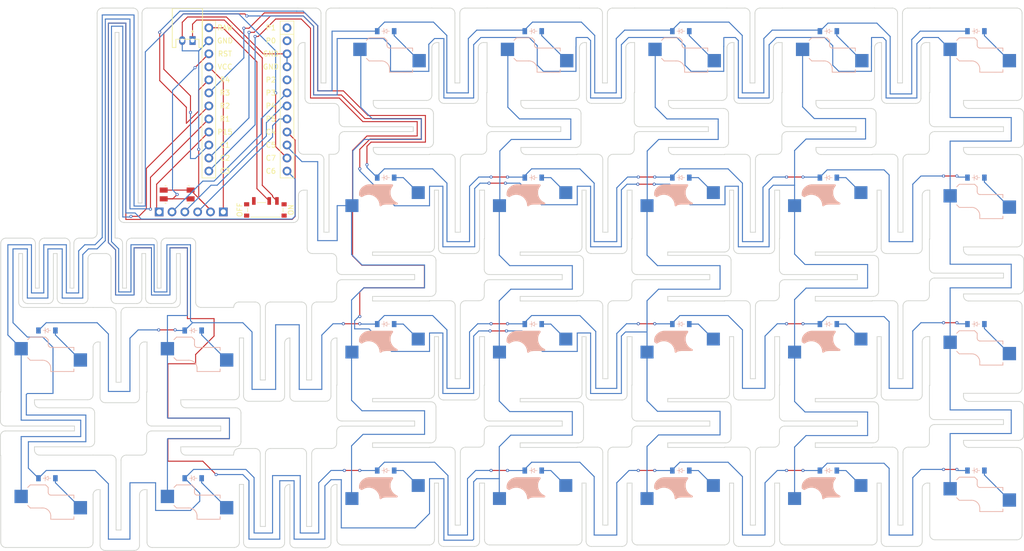
<source format=kicad_pcb>
(kicad_pcb (version 20240108) (generator "pcbnew") (generator_version "8.0")
  (title_block (title "peripheral") (date "2025-02-22") (rev "v1.0.0") (company "Unknown"))
  (layers (0 "F.Cu" signal) (31 "B.Cu" signal) (34 "B.Paste" user) (35 "F.Paste" user) (36 "B.SilkS" user "B.Silkscreen") (37 "F.SilkS" user "F.Silkscreen") (38 "B.Mask" user) (39 "F.Mask" user) (44 "Edge.Cuts" user))
  (net 0 "")
  (net 1 "C2")
  (net 2 "mirror_pinky_bottom")
  (net 3 "mirror_pinky_home")
  (net 4 "mirror_pinky_top")
  (net 5 "C3")
  (net 6 "mirror_ring_bottom")
  (net 7 "mirror_ring_home")
  (net 8 "mirror_ring_top")
  (net 9 "C4")
  (net 10 "mirror_middle_bottom")
  (net 11 "mirror_middle_home")
  (net 12 "mirror_middle_top")
  (net 13 "C5")
  (net 14 "mirror_index_bottom")
  (net 15 "mirror_index_home")
  (net 16 "mirror_index_top")
  (net 17 "C1")
  (net 18 "mirror_outer_bottom")
  (net 19 "GND")
  (net 20 "mirror_outer_home")
  (net 21 "mirror_outer_top")
  (net 22 "mirror_outer_num")
  (net 23 "mirror_pinky_num")
  (net 24 "mirror_ring_num")
  (net 25 "mirror_middle_num")
  (net 26 "mirror_index_num")
  (net 27 "C6")
  (net 28 "mirror_layer_one")
  (net 29 "mirror_layer_two")
  (net 30 "C7")
  (net 31 "mirror_space_one")
  (net 32 "mirror_space_two")
  (net 33 "RAW")
  (net 34 "RST")
  (net 35 "VCC")
  (net 36 "R4")
  (net 37 "R3")
  (net 38 "R2")
  (net 39 "R1")
  (net 40 "P15")
  (net 41 "P1")
  (net 42 "P0")
  (net 43 "P2")
  (net 44 "P3")
  (net 45 "P4")
  (net 46 "P5")
  (net 47 "pos")
  (footprint "ceoloide:mcu_nice_nano" (layer "F.Cu") (at 116.2 95.4)
    (property "Reference" "MCU1" (hide yes))
    (property "Value" "")
  )
  (footprint "ceoloide:power_switch_smd_side" (layer "F.Cu") (at 119.6 118.2 -90)
    (property "Reference" "PWR1" (hide yes))
    (property "Value" "")
  )
  (footprint "ceoloide:reset_switch_smd_side" (layer "F.Cu") (at 102.4 115.2)
    (property "Reference" "RST1" (hide yes))
    (property "Value" "")
  )
  (footprint "JST_PH_S2B-PH-K_02x2.00mm_Angled" (layer "F.Cu") (at 104.4 85.2 180)
    (property "Reference" "JST1" (hide yes))
    (property "Value" "" (hide yes))
  )
  (footprint "pmw3610_pins" (layer "F.Cu") (at 105.4 118.6 180)
    (property "Reference" "REF**" (hide yes))
    (property "Value" "pmw3610_pins" (hide yes))
  )
  (footprint "ceoloide:switch_mx" (layer "B.Cu") (at 229.849702 177.016725)
    (property "Reference" "S1" (hide yes))
    (property "Value" "")
  )
  (footprint "ceoloide:diode_tht_sod123" (layer "B.Cu") (at 171.819702 83.366725)
    (property "Reference" "D16" (hide yes))
    (property "Value" "")
  )
  (footprint "ceoloide:diode_tht_sod123" (layer "B.Cu") (at 200.584702 140.466725)
    (property "Reference" "D10" (hide yes))
    (property "Value" "")
  )
  (footprint "ceoloide:diode_tht_sod123" (layer "B.Cu") (at 200.584702 83.366725)
    (property "Reference" "D12" (hide yes))
    (property "Value" "")
  )
  (footprint "ceoloide:diode_tht_sod123" (layer "B.Cu") (at 258.114702 83.366725)
    (property "Reference" "D4" (hide yes))
    (property "Value" "")
  )
  (footprint "ceoloide:diode_tht_sod123" (layer "B.Cu") (at 77.014702 141.716725)
    (property "Reference" "D24" (hide yes))
    (property "Value" "")
  )
  (footprint "ceoloide:switch_mx" (layer "B.Cu") (at 172.319702 177.016725)
    (property "Reference" "S7" (hide yes))
    (property "Value" "")
  )
  (footprint "ceoloide:diode_tht_sod123" (layer "B.Cu") (at 229.349702 83.366725)
    (property "Reference" "D8" (hide yes))
    (property "Value" "")
  )
  (footprint "ceoloide:switch_choc_v1_v2" (layer "B.Cu") (at 198.834702 92.866725)
    (property "Reference" "S18" (hide yes))
    (property "Value" "")
  )
  (footprint "ceoloide:switch_choc_v1_v2" (layer "B.Cu") (at 256.364702 149.966725)
    (property "Reference" "S14" (hide yes))
    (property "Value" "")
  )
  (footprint "ceoloide:switch_choc_v1_v2" (layer "B.Cu") (at 256.364702 121.416725)
    (property "Reference" "S15" (hide yes))
    (property "Value" "")
  )
  (footprint "ceoloide:diode_tht_sod123" (layer "B.Cu") (at 229.349702 111.916725)
    (property "Reference" "D7" (hide yes))
    (property "Value" "")
  )
  (footprint "ceoloide:switch_choc_v1_v2" (layer "B.Cu") (at 170.069702 92.866725)
    (property "Reference" "S19" (hide yes))
    (property "Value" "")
  )
  (footprint "ceoloide:diode_tht_sod123" (layer "B.Cu") (at 77.014702 170.516725)
    (property "Reference" "D23" (hide yes))
    (property "Value" "")
  )
  (footprint "ceoloide:diode_tht_sod123" (layer "B.Cu") (at 171.819702 169.016725)
    (property "Reference" "D13" (hide yes))
    (property "Value" "")
  )
  (footprint "ceoloide:switch_choc_v1_v2" (layer "B.Cu") (at 256.364702 92.866725)
    (property "Reference" "S16" (hide yes))
    (property "Value" "")
  )
  (footprint "ceoloide:diode_tht_sod123" (layer "B.Cu") (at 105.529702 170.516725)
    (property "Reference" "D21" (hide yes))
    (property "Value" "")
  )
  (footprint "ceoloide:switch_mx" (layer "B.Cu") (at 201.084702 119.916725)
    (property "Reference" "S6" (hide yes))
    (property "Value" "")
  )
  (footprint "ceoloide:switch_mx" (layer "B.Cu") (at 172.319702 119.916725)
    (property "Reference" "S9" (hide yes))
    (property "Value" "")
  )
  (footprint "ceoloide:diode_tht_sod123" (layer "B.Cu") (at 143.054702 140.466725)
    (property "Reference" "D18" (hide yes))
    (property "Value" "")
  )
  (footprint "ceoloide:switch_mx" (layer "B.Cu") (at 201.084702 177.016725)
    (property "Reference" "S4" (hide yes))
    (property "Value" "")
  )
  (footprint "ceoloide:diode_tht_sod123" (layer "B.Cu") (at 229.349702 140.466725)
    (property "Reference" "D6" (hide yes))
    (property "Value" "")
  )
  (footprint "ceoloide:switch_mx" (layer "B.Cu") (at 201.084702 148.466725)
    (property "Reference" "S5" (hide yes))
    (property "Value" "")
  )
  (footprint "ceoloide:diode_tht_sod123" (layer "B.Cu") (at 200.584702 111.916725)
    (property "Reference" "D11" (hide yes))
    (property "Value" "")
  )
  (footprint "ceoloide:diode_tht_sod123" (layer "B.Cu") (at 258.114702 111.916725)
    (property "Reference" "D3" (hide yes))
    (property "Value" "")
  )
  (footprint "ceoloide:diode_tht_sod123" (layer "B.Cu") (at 200.584702 169.016725)
    (property "Reference" "D9" (hide yes))
    (property "Value" "")
  )
  (footprint "ceoloide:diode_tht_sod123" (layer "B.Cu") (at 229.349702 169.016725)
    (property "Reference" "D5" (hide yes))
    (property "Value" "")
  )
  (footprint "ceoloide:switch_choc_v1_v2" (layer "B.Cu") (at 75.264702 151.216725)
    (property "Reference" "S24" (hide yes))
    (property "Value" "")
  )
  (footprint "ceoloide:switch_mx" (layer "B.Cu") (at 229.849702 119.916725)
    (property "Reference" "S3" (hide yes))
    (property "Value" "")
  )
  (footprint "ceoloide:switch_mx" (layer "B.Cu") (at 143.554702 148.466725)
    (property "Reference" "S11" (hide yes))
    (property "Value" "")
  )
  (footprint "ceoloide:diode_tht_sod123" (layer "B.Cu") (at 143.054702 169.016725)
    (property "Reference" "D17" (hide yes))
    (property "Value" "")
  )
  (footprint "ceoloide:diode_tht_sod123" (layer "B.Cu") (at 143.054702 83.366725)
    (property "Reference" "D20" (hide yes))
    (property "Value" "")
  )
  (footprint "ceoloide:switch_mx" (layer "B.Cu") (at 143.554702 119.916725)
    (property "Reference" "S12" (hide yes))
    (property "Value" "")
  )
  (footprint "ceoloide:diode_tht_sod123" (layer "B.Cu") (at 258.114702 140.466725)
    (property "Reference" "D2" (hide yes))
    (property "Value" "")
  )
  (footprint "ceoloide:switch_choc_v1_v2" (layer "B.Cu") (at 103.779702 151.216725)
    (property "Reference" "S22" (hide yes))
    (property "Value" "")
  )
  (footprint "ceoloide:switch_choc_v1_v2" (layer "B.Cu") (at 227.599702 92.866725)
    (property "Reference" "S17" (hide yes))
    (property "Value" "")
  )
  (footprint "ceoloide:switch_mx" (layer "B.Cu") (at 229.849702 148.466725)
    (property "Reference" "S2" (hide yes))
    (property "Value" "")
  )
  (footprint "ceoloide:diode_tht_sod123" (layer "B.Cu") (at 171.819702 140.466725)
    (property "Reference" "D14" (hide yes))
    (property "Value" "")
  )
  (footprint "ceoloide:switch_choc_v1_v2" (layer "B.Cu") (at 103.779702 180.016725)
    (property "Reference" "S21" (hide yes))
    (property "Value" "")
  )
  (footprint "ceoloide:diode_tht_sod123" (layer "B.Cu") (at 258.114702 169.016725)
    (property "Reference" "D1" (hide yes))
    (property "Value" "")
  )
  (footprint "ceoloide:diode_tht_sod123" (layer "B.Cu") (at 171.819702 111.916725)
    (property "Reference" "D15" (hide yes))
    (property "Value" "")
  )
  (footprint "ceoloide:switch_choc_v1_v2" (layer "B.Cu") (at 141.304702 92.866725)
    (property "Reference" "S20" (hide yes))
    (property "Value" "")
  )
  (footprint "ceoloide:switch_mx" (layer "B.Cu") (at 143.554702 177.016725)
    (property "Reference" "S10" (hide yes))
    (property "Value" "")
  )
  (footprint "ceoloide:diode_tht_sod123" (layer "B.Cu") (at 105.529702 141.716725)
    (property "Reference" "D22" (hide yes))
    (property "Value" "")
  )
  (footprint "ceoloide:diode_tht_sod123" (layer "B.Cu") (at 143.054702 111.916725)
    (property "Reference" "D19" (hide yes))
    (property "Value" "")
  )
  (footprint "ceoloide:switch_choc_v1_v2" (layer "B.Cu") (at 75.264702 180.016725)
    (property "Reference" "S23" (hide yes))
    (property "Value" "")
  )
  (footprint "ceoloide:switch_mx" (layer "B.Cu") (at 172.319702 148.466725)
    (property "Reference" "S8" (hide yes))
    (property "Value" "")
  )
  (footprint "ceoloide:switch_choc_v1_v2" (layer "B.Cu") (at 256.364702 178.516725)
    (property "Reference" "S13" (hide yes))
    (property "Value" "")
  )
  (gr_line (start 226.799702 154.966725) (end 237.849702 154.966725) (stroke (width 0.15)) (layer "Edge.Cuts"))
  (gr_line (start 180.360773 164.516725) (end 180.369702 164.466725) (stroke (width 0.15)) (layer "Edge.Cuts"))
  (gr_line (start 192.034702 160.366725) (end 206.234702 160.366725) (stroke (width 0.15)) (layer "Edge.Cuts"))
  (gr_line (start 209.584702 78.866725) (end 191.584702 78.866725) (stroke (width 0.15)) (layer "Edge.Cuts"))
  (gr_arc (start 219.799702 134.916725) (mid 219.506809 135.623832) (end 218.799702 135.916725) (stroke (width 0.15)) (layer "Edge.Cuts"))
  (gr_line (start 103.014702 126.716725) (end 102.264702 126.716725) (stroke (width 0.15)) (layer "Edge.Cuts"))
  (gr_arc (start 126.629702 136.166725) (mid 127.336809 136.459618) (end 127.629702 137.166725) (stroke (width 0.15)) (layer "Edge.Cuts"))
  (gr_line (start 249.042202 129.546725) (end 249.042202 123.896725) (stroke (width 0.15)) (layer "Edge.Cuts"))
  (gr_line (start 85.324702 164.384225) (end 74.592202 164.384225) (stroke (width 0.15)) (layer "Edge.Cuts"))
  (gr_arc (start 180.819702 86.590725) (mid 181.112595 85.883618) (end 181.819702 85.590725) (stroke (width 0.15)) (layer "Edge.Cuts"))
  (gr_line (start 198.034702 163.616725) (end 198.034702 164.516725) (stroke (width 0.15)) (layer "Edge.Cuts"))
  (gr_arc (start 161.354702 154.266725) (mid 161.061809 154.973832) (end 160.354702 155.266725) (stroke (width 0.15)) (layer "Edge.Cuts"))
  (gr_line (start 141.632202 98.434225) (end 151.364702 98.434225) (stroke (width 0.15)) (layer "Edge.Cuts"))
  (gr_line (start 255.692202 163.134225) (end 255.692202 163.516725) (stroke (width 0.15)) (layer "Edge.Cuts"))
  (gr_arc (start 132.982202 97.446725) (mid 133.689309 97.739618) (end 133.982202 98.446725) (stroke (width 0.15)) (layer "Edge.Cuts"))
  (gr_line (start 182.119702 125.716725) (end 182.119702 114.366725) (stroke (width 0.15)) (layer "Edge.Cuts"))
  (gr_line (start 249.114702 78.866725) (end 249.114702 78.870725) (stroke (width 0.15)) (layer "Edge.Cuts"))
  (gr_arc (start 80.514702 123.716725) (mid 81.221809 124.009618) (end 81.514702 124.716725) (stroke (width 0.15)) (layer "Edge.Cuts"))
  (gr_line (start 226.799702 135.066725) (end 226.799702 135.966725) (stroke (width 0.15)) (layer "Edge.Cuts"))
  (gr_line (start 151.595773 164.516725) (end 151.604702 164.466725) (stroke (width 0.15)) (layer "Edge.Cuts"))
  (gr_arc (start 86.014702 144.940725) (mid 86.307595 144.233618) (end 87.014702 143.940725) (stroke (width 0.15)) (layer "Edge.Cuts"))
  (gr_arc (start 186.267702 79.870725) (mid 186.560595 79.163618) (end 187.267702 78.870725) (stroke (width 0.15)) (layer "Edge.Cuts"))
  (gr_line (start 182.119702 182.816725) (end 182.119702 171.466725) (stroke (width 0.15)) (layer "Edge.Cuts"))
  (gr_line (start 127.020494 107.366725) (end 130.004702 107.366725) (stroke (width 0.15)) (layer "Edge.Cuts"))
  (gr_arc (start 250.042202 159.096725) (mid 249.335095 158.803832) (end 249.042202 158.096725) (stroke (width 0.15)) (layer "Edge.Cuts"))
  (gr_line (start 119.604702 179.916725) (end 119.604702 165.716725) (stroke (width 0.15)) (layer "Edge.Cuts"))
  (gr_arc (start 210.384702 162.616725) (mid 210.091809 163.323832) (end 209.384702 163.616725) (stroke (width 0.15)) (layer "Edge.Cuts"))
  (gr_line (start 209.584702 95.866725) (end 209.584702 86.590725) (stroke (width 0.15)) (layer "Edge.Cuts"))
  (gr_arc (start 75.514702 124.716725) (mid 75.807595 124.009618) (end 76.514702 123.716725) (stroke (width 0.15)) (layer "Edge.Cuts"))
  (gr_arc (start 247.649702 182.816725) (mid 247.356809 183.523832) (end 246.649702 183.816725) (stroke (width 0.15)) (layer "Edge.Cuts"))
  (gr_line (start 187.369702 164.466725) (end 190.034702 164.466725) (stroke (width 0.15)) (layer "Edge.Cuts"))
  (gr_line (start 180.369702 107.366725) (end 184.369702 107.366725) (stroke (width 0.15)) (layer "Edge.Cuts"))
  (gr_line (start 250.042202 160.046725) (end 263.482202 160.046725) (stroke (width 0.15)) (layer "Edge.Cuts"))
  (gr_arc (start 267.424702 105.034225) (mid 267.131809 105.741332) (end 266.424702 106.034225) (stroke (width 0.15)) (layer "Edge.Cuts"))
  (gr_line (start 160.102702 97.446725) (end 154.422702 97.446725) (stroke (width 0.15)) (layer "Edge.Cuts"))
  (gr_arc (start 237.659702 98.434225) (mid 238.366809 98.727118) (end 238.659702 99.434225) (stroke (width 0.15)) (layer "Edge.Cuts"))
  (gr_line (start 140.632202 96.866725) (end 140.632202 97.434225) (stroke (width 0.15)) (layer "Edge.Cuts"))
  (gr_arc (start 86.014702 154.216725) (mid 85.721809 154.923832) (end 85.014702 155.216725) (stroke (width 0.15)) (layer "Edge.Cuts"))
  (gr_line (start 90.502702 151.812725) (end 91.462702 151.812725) (stroke (width 0.15)) (layer "Edge.Cuts"))
  (gr_line (start 131.379702 155.516725) (end 125.379702 155.516725) (stroke (width 0.15)) (layer "Edge.Cuts"))
  (gr_line (start 191.034702 129.816725) (end 191.034702 123.816725) (stroke (width 0.15)) (layer "Edge.Cuts"))
  (gr_line (start 266.114702 78.866725) (end 249.114702 78.866725) (stroke (width 0.15)) (layer "Edge.Cuts"))
  (gr_line (start 239.649702 182.816725) (end 239.649702 171.466725) (stroke (width 0.15)) (layer "Edge.Cuts"))
  (gr_arc (start 183.119702 126.716725) (mid 182.412595 126.423832) (end 182.119702 125.716725) (stroke (width 0.15)) (layer "Edge.Cuts"))
  (gr_arc (start 266.424702 126.984225) (mid 267.131809 127.277118) (end 267.424702 127.984225) (stroke (width 0.15)) (layer "Edge.Cuts"))
  (gr_line (start 96.457202 153.696725) (end 96.529702 153.696725) (stroke (width 0.15)) (layer "Edge.Cuts"))
  (gr_line (start 209.125773 135.966725) (end 198.034702 135.966725) (stroke (width 0.15)) (layer "Edge.Cuts"))
  (gr_line (start 234.999702 159.366725) (end 220.799702 159.366725) (stroke (width 0.15)) (layer "Edge.Cuts"))
  (gr_arc (start 210.084702 125.416725) (mid 209.791809 126.123832) (end 209.084702 126.416725) (stroke (width 0.15)) (layer "Edge.Cuts"))
  (gr_line (start 190.119702 114.366725) (end 190.119702 125.716725) (stroke (width 0.15)) (layer "Edge.Cuts"))
  (gr_line (start 86.014702 183.016725) (end 86.014702 173.740725) (stroke (width 0.15)) (layer "Edge.Cuts"))
  (gr_arc (start 243.797702 79.870725) (mid 244.090595 79.163618) (end 244.797702 78.870725) (stroke (width 0.15)) (layer "Edge.Cuts"))
  (gr_line (start 133.504702 129.816725) (end 133.504702 127.716725) (stroke (width 0.15)) (layer "Edge.Cuts"))
  (gr_line (start 249.042202 158.096725) (end 249.042202 152.446725) (stroke (width 0.15)) (layer "Edge.Cuts"))
  (gr_line (start 237.890773 107.416725) (end 227.927202 107.416725) (stroke (width 0.15)) (layer "Edge.Cuts"))
  (gr_line (start 82.382202 161.296725) (end 82.382202 160.346725) (stroke (width 0.15)) (layer "Edge.Cuts"))
  (gr_arc (start 102.264702 135.466725) (mid 101.971809 136.173832) (end 101.264702 136.466725) (stroke (width 0.15)) (layer "Edge.Cuts"))
  (gr_line (start 95.554702 116.866725) (end 94.804702 116.866725) (stroke (width 0.15)) (layer "Edge.Cuts"))
  (gr_line (start 160.354702 183.816725) (end 154.354702 183.816725) (stroke (width 0.15)) (layer "Edge.Cuts"))
  (gr_arc (start 215.032702 79.870725) (mid 215.325595 79.163618) (end 216.032702 78.870725) (stroke (width 0.15)) (layer "Edge.Cuts"))
  (gr_line (start 266.424702 163.134225) (end 255.692202 163.134225) (stroke (width 0.15)) (layer "Edge.Cuts"))
  (gr_arc (start 247.649702 125.716725) (mid 247.356809 126.423832) (end 246.649702 126.716725) (stroke (width 0.15)) (layer "Edge.Cuts"))
  (gr_arc (start 132.379702 154.516725) (mid 132.086809 155.223832) (end 131.379702 155.516725) (stroke (width 0.15)) (layer "Edge.Cuts"))
  (gr_line (start 177.187202 102.946725) (end 177.187202 101.996725) (stroke (width 0.15)) (layer "Edge.Cuts"))
  (gr_line (start 180.360773 135.966725) (end 169.269702 135.966725) (stroke (width 0.15)) (layer "Edge.Cuts"))
  (gr_line (start 180.369702 164.466725) (end 184.369702 164.466725) (stroke (width 0.15)) (layer "Edge.Cuts"))
  (gr_line (start 162.747202 95.346725) (end 162.819702 95.346725) (stroke (width 0.15)) (layer "Edge.Cuts"))
  (gr_line (start 125.954712 78.870725) (end 125.954702 78.866725) (stroke (width 0.15)) (layer "Edge.Cuts"))
  (gr_line (start 189.119702 126.716725) (end 183.119702 126.716725) (stroke (width 0.15)) (layer "Edge.Cuts"))
  (gr_line (start 192.034702 131.816725) (end 206.234702 131.816725) (stroke (width 0.15)) (layer "Edge.Cuts"))
  (gr_arc (start 192.084702 183.516725) (mid 191.377595 183.223832) (end 191.084702 182.516725) (stroke (width 0.15)) (layer "Edge.Cuts"))
  (gr_line (start 113.372559 166.016725) (end 104.107202 166.016725) (stroke (width 0.15)) (layer "Edge.Cuts"))
  (gr_line (start 186.267702 93.462725) (end 186.267702 79.870725) (stroke (width 0.15)) (layer "Edge.Cuts"))
  (gr_arc (start 157.604702 165.466725) (mid 157.897595 164.759618) (end 158.604702 164.466725) (stroke (width 0.15)) (layer "Edge.Cuts"))
  (gr_arc (start 157.502702 79.870725) (mid 157.795595 79.163618) (end 158.502702 78.870725) (stroke (width 0.15)) (layer "Edge.Cuts"))
  (gr_line (start 226.799702 163.616725) (end 226.799702 164.516725) (stroke (width 0.15)) (layer "Edge.Cuts"))
  (gr_line (start 216.134702 135.916725) (end 218.799702 135.916725) (stroke (width 0.15)) (layer "Edge.Cuts"))
  (gr_arc (start 267.114702 152.966725) (mid 266.821809 153.673832) (end 266.114702 153.966725) (stroke (width 0.15)) (layer "Edge.Cuts"))
  (gr_arc (start 186.369702 136.916725) (mid 186.662595 136.209618) (end 187.369702 135.916725) (stroke (width 0.15)) (layer "Edge.Cuts"))
  (gr_arc (start 119.604702 137.166725) (mid 119.897595 136.459618) (end 120.604702 136.166725) (stroke (width 0.15)) (layer "Edge.Cuts"))
  (gr_line (start 91.462702 180.612725) (end 91.462702 167.020725) (stroke (width 0.15)) (layer "Edge.Cuts"))
  (gr_line (start 216.134702 164.466725) (end 218.799702 164.466725) (stroke (width 0.15)) (layer "Edge.Cuts"))
  (gr_line (start 90.304702 83.616725) (end 91.054702 83.616725) (stroke (width 0.15)) (layer "Edge.Cuts"))
  (gr_arc (start 154.354702 183.816725) (mid 153.647595 183.523832) (end 153.354702 182.816725) (stroke (width 0.15)) (layer "Edge.Cuts"))
  (gr_line (start 180.369702 135.916725) (end 184.369702 135.916725) (stroke (width 0.15)) (layer "Edge.Cuts"))
  (gr_arc (start 199.162202 107.416725) (mid 198.455095 107.123832) (end 198.162202 106.416725) (stroke (width 0.15)) (layer "Edge.Cuts"))
  (gr_line (start 238.349702 78.870725) (end 238.349702 78.866725) (stroke (width 0.15)) (layer "Edge.Cuts"))
  (gr_line (start 169.269702 127.066725) (end 180.619702 127.066725) (stroke (width 0.15)) (layer "Edge.Cuts"))
  (gr_line (start 134.054702 78.866725) (end 134.054702 78.870725) (stroke (width 0.15)) (layer "Edge.Cuts"))
  (gr_line (start 199.162202 98.434225) (end 208.894702 98.434225) (stroke (width 0.15)) (layer "Edge.Cuts"))
  (gr_arc (start 155.604702 164.466725) (mid 156.311809 164.759618) (end 156.604702 165.466725) (stroke (width 0.15)) (layer "Edge.Cuts"))
  (gr_arc (start 191.512202 103.946725) (mid 191.805095 103.239618) (end 192.512202 102.946725) (stroke (width 0.15)) (layer "Edge.Cuts"))
  (gr_arc (start 249.042202 103.946725) (mid 249.335095 103.239618) (end 250.042202 102.946725) (stroke (width 0.15)) (layer "Edge.Cuts"))
  (gr_line (start 67.942202 159.346725) (end 67.942202 153.696725) (stroke (width 0.15)) (layer "Edge.Cuts"))
  (gr_arc (start 162.747202 103.946725) (mid 163.040095 103.239618) (end 163.747202 102.946725) (stroke (width 0.15)) (layer "Edge.Cuts"))
  (gr_line (start 169.269702 163.616725) (end 169.269702 164.516725) (stroke (width 0.15)) (layer "Edge.Cuts"))
  (gr_arc (start 134.982202 101.996725) (mid 134.275095 101.703832) (end 133.982202 100.996725) (stroke (width 0.15)) (layer "Edge.Cuts"))
  (gr_line (start 113.417202 137.216725) (end 113.457522 136.990934) (stroke (width 0.15)) (layer "Edge.Cuts"))
  (gr_line (start 210.884702 142.916725) (end 210.084702 142.916725) (stroke (width 0.15)) (layer "Edge.Cuts"))
  (gr_line (start 69.014702 184.016725) (end 85.014702 184.016725) (stroke (width 0.15)) (layer "Edge.Cuts"))
  (gr_arc (start 90.514702 136.466725) (mid 89.807595 136.173832) (end 89.514702 135.466725) (stroke (width 0.15)) (layer "Edge.Cuts"))
  (gr_arc (start 256.692202 126.984225) (mid 255.985095 126.691332) (end 255.692202 125.984225) (stroke (width 0.15)) (layer "Edge.Cuts"))
  (gr_line (start 152.054702 78.866725) (end 134.054702 78.866725) (stroke (width 0.15)) (layer "Edge.Cuts"))
  (gr_line (start 127.322702 96.446725) (end 127.322702 85.590725) (stroke (width 0.15)) (layer "Edge.Cuts"))
  (gr_line (start 181.319702 182.516725) (end 181.319702 171.466725) (stroke (width 0.15)) (layer "Edge.Cuts"))
  (gr_line (start 205.952202 102.946725) (end 205.952202 101.996725) (stroke (width 0.15)) (layer "Edge.Cuts"))
  (gr_arc (start 256.692202 135.966725) (mid 255.985095 135.673832) (end 255.692202 134.966725) (stroke (width 0.15)) (layer "Edge.Cuts"))
  (gr_line (start 134.504702 131.816725) (end 148.704702 131.816725) (stroke (width 0.15)) (layer "Edge.Cuts"))
  (gr_line (start 131.402702 93.462725) (end 131.402702 79.870725) (stroke (width 0.15)) (layer "Edge.Cuts"))
  (gr_line (start 162.819702 85.590725) (end 162.819702 95.346725) (stroke (width 0.15)) (layer "Edge.Cuts"))
  (gr_arc (start 85.324702 156.784225) (mid 86.031809 157.077118) (end 86.324702 157.784225) (stroke (width 0.15)) (layer "Edge.Cuts"))
  (gr_line (start 162.319702 114.366725) (end 162.319702 123.816725) (stroke (width 0.15)) (layer "Edge.Cuts"))
  (gr_arc (start 192.034702 130.816725) (mid 191.327595 130.523832) (end 191.034702 129.816725) (stroke (width 0.15)) (layer "Edge.Cuts"))
  (gr_arc (start 157.604702 108.366725) (mid 157.897595 107.659618) (end 158.604702 107.366725) (stroke (width 0.15)) (layer "Edge.Cuts"))
  (gr_line (start 96.529702 137.216725) (end 96.529702 137.220725) (stroke (width 0.15)) (layer "Edge.Cuts"))
  (gr_line (start 151.595773 164.516725) (end 140.504702 164.516725) (stroke (width 0.15)) (layer "Edge.Cuts"))
  (gr_line (start 128.629702 179.916725) (end 128.629702 165.716725) (stroke (width 0.15)) (layer "Edge.Cuts"))
  (gr_arc (start 218.632702 86.590725) (mid 218.925595 85.883618) (end 219.632702 85.590725) (stroke (width 0.15)) (layer "Edge.Cuts"))
  (gr_line (start 140.504702 126.416725) (end 140.504702 127.066725) (stroke (width 0.15)) (layer "Edge.Cuts"))
  (gr_line (start 237.890773 164.516725) (end 237.899702 164.466725) (stroke (width 0.15)) (layer "Edge.Cuts"))
  (gr_line (start 153.354702 182.816725) (end 153.354702 171.466725) (stroke (width 0.15)) (layer "Edge.Cuts"))
  (gr_line (start 191.034702 123.816725) (end 191.084702 123.816725) (stroke (width 0.15)) (layer "Edge.Cuts"))
  (gr_line (start 244.899702 135.916725) (end 248.042202 135.916725) (stroke (width 0.15)) (layer "Edge.Cuts"))
  (gr_arc (start 105.014702 123.716725) (mid 105.721809 124.009618) (end 106.014702 124.716725) (stroke (width 0.15)) (layer "Edge.Cuts"))
  (gr_line (start 209.125773 135.966725) (end 209.134702 135.916725) (stroke (width 0.15)) (layer "Edge.Cuts"))
  (gr_line (start 234.717202 102.946725) (end 234.717202 101.996725) (stroke (width 0.15)) (layer "Edge.Cuts"))
  (gr_line (start 249.114702 114.366725) (end 249.114702 123.896725) (stroke (width 0.15)) (layer "Edge.Cuts"))
  (gr_arc (start 97.457202 160.346725) (mid 96.750095 160.053832) (end 96.457202 159.346725) (stroke (width 0.15)) (layer "Edge.Cuts"))
  (gr_line (start 249.114702 85.590725) (end 248.397702 85.590725) (stroke (width 0.15)) (layer "Edge.Cuts"))
  (gr_line (start 169.397202 106.034225) (end 169.397202 106.416725) (stroke (width 0.15)) (layer "Edge.Cuts"))
  (gr_line (start 234.717202 101.996725) (end 221.277202 101.996725) (stroke (width 0.15)) (layer "Edge.Cuts"))
  (gr_arc (start 215.134702 165.466725) (mid 215.427595 164.759618) (end 216.134702 164.466725) (stroke (width 0.15)) (layer "Edge.Cuts"))
  (gr_line (start 185.369702 108.366725) (end 185.369702 122.566725) (stroke (width 0.15)) (layer "Edge.Cuts"))
  (gr_line (start 86.014702 126.716725) (end 88.514702 126.716725) (stroke (width 0.15)) (layer "Edge.Cuts"))
  (gr_line (start 82.382202 160.346725) (end 68.942202 160.346725) (stroke (width 0.15)) (layer "Edge.Cuts"))
  (gr_line (start 214.134702 179.666725) (end 215.134702 179.666725) (stroke (width 0.15)) (layer "Edge.Cuts"))
  (gr_line (start 90.304702 123.716725) (end 90.764702 123.716725) (stroke (width 0.15)) (layer "Edge.Cuts"))
  (gr_line (start 242.899702 136.916725) (end 242.899702 151.116725) (stroke (width 0.15)) (layer "Edge.Cuts"))
  (gr_arc (start 162.269702 163.466725) (mid 161.976809 164.173832) (end 161.269702 164.466725) (stroke (width 0.15)) (layer "Edge.Cuts"))
  (gr_line (start 151.595773 107.416725) (end 151.604702 107.366725) (stroke (width 0.15)) (layer "Edge.Cuts"))
  (gr_line (start 220.349702 78.866725) (end 220.349702 78.870725) (stroke (width 0.15)) (layer "Edge.Cuts"))
  (gr_arc (start 134.554702 183.516725) (mid 133.847595 183.223832) (end 133.554702 182.516725) (stroke (width 0.15)) (layer "Edge.Cuts"))
  (gr_line (start 249.042202 100.996725) (end 249.042202 95.346725) (stroke (width 0.15)) (layer "Edge.Cuts"))
  (gr_arc (start 180.819702 95.866725) (mid 180.526809 96.573832) (end 179.819702 96.866725) (stroke (width 0.15)) (layer "Edge.Cuts"))
  (gr_arc (start 88.382702 155.796725) (mid 87.675595 155.503832) (end 87.382702 154.796725) (stroke (width 0.15)) (layer "Edge.Cuts"))
  (gr_arc (start 162.269702 132.816725) (mid 162.562595 132.109618) (end 163.269702 131.816725) (stroke (width 0.15)) (layer "Edge.Cuts"))
  (gr_line (start 267.424702 99.434225) (end 267.424702 105.034225) (stroke (width 0.15)) (layer "Edge.Cuts"))
  (gr_arc (start 73.764702 123.716725) (mid 74.471809 124.009618) (end 74.764702 124.716725) (stroke (width 0.15)) (layer "Edge.Cuts"))
  (gr_line (start 250.042202 131.496725) (end 263.482202 131.496725) (stroke (width 0.15)) (layer "Edge.Cuts"))
  (gr_arc (start 103.014702 136.216725) (mid 102.721809 136.923832) (end 102.014702 137.216725) (stroke (width 0.15)) (layer "Edge.Cuts"))
  (gr_line (start 180.360773 164.516725) (end 169.269702 164.516725) (stroke (width 0.15)) (layer "Edge.Cuts"))
  (gr_line (start 185.369702 122.566725) (end 186.369702 122.566725) (stroke (width 0.15)) (layer "Edge.Cuts"))
  (gr_line (start 75.514702 133.466725) (end 75.514702 124.716725) (stroke (width 0.15)) (layer "Edge.Cuts"))
  (gr_arc (start 133.504702 161.366725) (mid 133.797595 160.659618) (end 134.504702 160.366725) (stroke (width 0.15)) (layer "Edge.Cuts"))
  (gr_arc (start 238.149702 155.616725) (mid 238.856809 155.909618) (end 239.149702 156.616725) (stroke (width 0.15)) (layer "Edge.Cuts"))
  (gr_arc (start 238.849702 125.416725) (mid 238.556809 126.123832) (end 237.849702 126.416725) (stroke (width 0.15)) (layer "Edge.Cuts"))
  (gr_arc (start 249.042202 134.916725) (mid 248.749309 135.623832) (end 248.042202 135.916725) (stroke (width 0.15)) (layer "Edge.Cuts"))
  (gr_line (start 90.502702 167.020725) (end 90.502702 180.612725) (stroke (width 0.15)) (layer "Edge.Cuts"))
  (gr_line (start 191.512202 100.996725) (end 191.512202 95.346725) (stroke (width 0.15)) (layer "Edge.Cuts"))
  (gr_line (start 209.584702 78.870725) (end 209.584702 78.866725) (stroke (width 0.15)) (layer "Edge.Cuts"))
  (gr_line (start 131.379702 184.066725) (end 125.379702 184.066725) (stroke (width 0.15)) (layer "Edge.Cuts"))
  (gr_line (start 91.764702 133.466725) (end 92.514702 133.466725) (stroke (width 0.15)) (layer "Edge.Cuts"))
  (gr_arc (start 215.134702 108.366725) (mid 215.427595 107.659618) (end 216.134702 107.366725) (stroke (width 0.15)) (layer "Edge.Cuts"))
  (gr_arc (start 219.799702 132.816725) (mid 220.092595 132.109618) (end 220.799702 131.816725) (stroke (width 0.15)) (layer "Edge.Cuts"))
  (gr_line (start 267.424702 156.534225) (end 267.424702 162.134225) (stroke (width 0.15)) (layer "Edge.Cuts"))
  (gr_arc (start 267.424702 133.584225) (mid 267.131809 134.291332) (end 266.424702 134.584225) (stroke (width 0.15)) (layer "Edge.Cuts"))
  (gr_line (start 249.042202 123.896725) (end 249.114702 123.896725) (stroke (width 0.15)) (layer "Edge.Cuts"))
  (gr_line (start 209.125773 164.516725) (end 198.034702 164.516725) (stroke (width 0.15)) (layer "Edge.Cuts"))
  (gr_line (start 103.014702 136.216725) (end 103.014702 126.716725) (stroke (width 0.15)) (layer "Edge.Cuts"))
  (gr_line (start 219.849702 171.466725) (end 219.849702 182.516725) (stroke (width 0.15)) (layer "Edge.Cuts"))
  (gr_line (start 180.819702 78.870725) (end 184.307702 78.870725) (stroke (width 0.15)) (layer "Edge.Cuts"))
  (gr_line (start 131.004702 108.366725) (end 131.004702 122.566725) (stroke (width 0.15)) (layer "Edge.Cuts"))
  (gr_line (start 152.554702 182.516725) (end 152.554702 171.466725) (stroke (width 0.15)) (layer "Edge.Cuts"))
  (gr_line (start 191.584702 78.866725) (end 191.584702 78.870725) (stroke (width 0.15)) (layer "Edge.Cuts"))
  (gr_line (start 68.014702 153.696725) (end 68.014702 124.716725) (stroke (width 0.15)) (layer "Edge.Cuts"))
  (gr_arc (start 125.379702 184.066725) (mid 124.672595 183.773832) (end 124.379702 183.066725) (stroke (width 0.15)) (layer "Edge.Cuts"))
  (gr_arc (start 88.382702 184.596725) (mid 87.675595 184.303832) (end 87.382702 183.596725) (stroke (width 0.15)) (layer "Edge.Cuts"))
  (gr_arc (start 247.649702 154.266725) (mid 247.356809 154.973832) (end 246.649702 155.266725) (stroke (width 0.15)) (layer "Edge.Cuts"))
  (gr_line (start 162.319702 171.466725) (end 162.319702 182.516725) (stroke (width 0.15)) (layer "Edge.Cuts"))
  (gr_arc (start 256.692202 107.416725) (mid 255.985095 107.123832) (end 255.692202 106.416725) (stroke (width 0.15)) (layer "Edge.Cuts"))
  (gr_line (start 192.512202 102.946725) (end 205.952202 102.946725) (stroke (width 0.15)) (layer "Edge.Cuts"))
  (gr_line (start 249.042202 95.346725) (end 249.114702 95.346725) (stroke (width 0.15)) (layer "Edge.Cuts"))
  (gr_line (start 177.187202 101.996725) (end 163.747202 101.996725) (stroke (width 0.15)) (layer "Edge.Cuts"))
  (gr_line (start 162.319702 142.916725) (end 161.354702 142.916725) (stroke (width 0.15)) (layer "Edge.Cuts"))
  (gr_line (start 191.084702 142.916725) (end 190.119702 142.916725) (stroke (width 0.15)) (layer "Edge.Cuts"))
  (gr_line (start 129.629702 136.166725) (end 132.504702 136.166725) (stroke (width 0.15)) (layer "Edge.Cuts"))
  (gr_arc (start 161.354702 182.816725) (mid 161.061809 183.523832) (end 160.354702 183.816725) (stroke (width 0.15)) (layer "Edge.Cuts"))
  (gr_line (start 180.129702 106.034225) (end 169.397202 106.034225) (stroke (width 0.15)) (layer "Edge.Cuts"))
  (gr_arc (start 180.619702 127.066725) (mid 181.326809 127.359618) (end 181.619702 128.066725) (stroke (width 0.15)) (layer "Edge.Cuts"))
  (gr_arc (start 266.114702 78.866725) (mid 266.821809 79.159618) (end 267.114702 79.866725) (stroke (width 0.15)) (layer "Edge.Cuts"))
  (gr_line (start 163.747202 102.946725) (end 177.187202 102.946725) (stroke (width 0.15)) (layer "Edge.Cuts"))
  (gr_line (start 140.504702 154.966725) (end 151.554702 154.966725) (stroke (width 0.15)) (layer "Edge.Cuts"))
  (gr_line (start 185.369702 165.466725) (end 185.369702 179.666725) (stroke (width 0.15)) (layer "Edge.Cuts"))
  (gr_line (start 153.422702 96.446725) (end 153.422702 85.590725) (stroke (width 0.15)) (layer "Edge.Cuts"))
  (gr_line (start 162.269702 134.916725) (end 162.269702 132.816725) (stroke (width 0.15)) (layer "Edge.Cuts"))
  (gr_arc (start 181.619702 134.066725) (mid 181.326809 134.773832) (end 180.619702 135.066725) (stroke (width 0.15)) (layer "Edge.Cuts"))
  (gr_line (start 216.032702 78.870725) (end 220.349702 78.870725) (stroke (width 0.15)) (layer "Edge.Cuts"))
  (gr_line (start 127.629702 137.166725) (end 127.629702 151.366725) (stroke (width 0.15)) (layer "Edge.Cuts"))
  (gr_arc (start 125.379702 155.516725) (mid 124.672595 155.223832) (end 124.379702 154.516725) (stroke (width 0.15)) (layer "Edge.Cuts"))
  (gr_arc (start 78.264702 135.466725) (mid 77.971809 136.173832) (end 77.264702 136.466725) (stroke (width 0.15)) (layer "Edge.Cuts"))
  (gr_line (start 177.469702 159.366725) (end 163.269702 159.366725) (stroke (width 0.15)) (layer "Edge.Cuts"))
  (gr_line (start 246.397702 97.446725) (end 240.717702 97.446725) (stroke (width 0.15)) (layer "Edge.Cuts"))
  (gr_line (start 86.804702 79.866725) (end 86.804702 122.716725) (stroke (width 0.15)) (layer "Edge.Cuts"))
  (gr_line (start 127.754702 114.366725) (end 127.042025 114.366725) (stroke (width 0.15)) (layer "Edge.Cuts"))
  (gr_line (start 220.349702 85.590725) (end 219.632702 85.590725) (stroke (width 0.15)) (layer "Edge.Cuts"))
  (gr_arc (start 250.042202 130.546725) (mid 249.335095 130.253832) (end 249.042202 129.546725) (stroke (width 0.15)) (layer "Edge.Cuts"))
  (gr_arc (start 191.512202 106.366725) (mid 191.219309 107.073832) (end 190.512202 107.366725) (stroke (width 0.15)) (layer "Edge.Cuts"))
  (gr_arc (start 238.349702 86.590725) (mid 238.642595 85.883618) (end 239.349702 85.590725) (stroke (width 0.15)) (layer "Edge.Cuts"))
  (gr_line (start 97.529702 184.016725) (end 113.529702 184.016725) (stroke (width 0.15)) (layer "Edge.Cuts"))
  (gr_line (start 247.649702 143.916725) (end 247.649702 154.266725) (stroke (width 0.15)) (layer "Edge.Cuts"))
  (gr_line (start 238.149702 163.616725) (end 226.799702 163.616725) (stroke (width 0.15)) (layer "Edge.Cuts"))
  (gr_arc (start 69.014702 184.016725) (mid 68.307595 183.723832) (end 68.014702 183.016725) (stroke (width 0.15)) (layer "Edge.Cuts"))
  (gr_line (start 77.264702 136.466725) (end 73.264702 136.466725) (stroke (width 0.15)) (layer "Edge.Cuts"))
  (gr_line (start 96.529702 172.740725) (end 96.529702 183.016725) (stroke (width 0.15)) (layer "Edge.Cuts"))
  (gr_line (start 214.134702 136.916725) (end 214.134702 151.116725) (stroke (width 0.15)) (layer "Edge.Cuts"))
  (gr_line (start 209.584702 78.870725) (end 213.072702 78.870725) (stroke (width 0.15)) (layer "Edge.Cuts"))
  (gr_arc (start 85.014702 135.466725) (mid 84.721809 136.173832) (end 84.014702 136.466725) (stroke (width 0.15)) (layer "Edge.Cuts"))
  (gr_line (start 191.084702 114.366725) (end 190.119702 114.366725) (stroke (width 0.15)) (layer "Edge.Cuts"))
  (gr_line (start 263.482202 101.996725) (end 250.042202 101.996725) (stroke (width 0.15)) (layer "Edge.Cuts"))
  (gr_arc (start 209.384702 155.616725) (mid 210.091809 155.909618) (end 210.384702 156.616725) (stroke (width 0.15)) (layer "Edge.Cuts"))
  (gr_line (start 210.884702 182.816725) (end 210.884702 171.466725) (stroke (width 0.15)) (layer "Edge.Cuts"))
  (gr_line (start 126.052304 119.664333) (end 126.042028 115.369117) (stroke (width 0.15)) (layer "Edge.Cuts"))
  (gr_line (start 188.867702 97.446725) (end 183.187702 97.446725) (stroke (width 0.15)) (layer "Edge.Cuts"))
  (gr_arc (start 154.354702 155.266725) (mid 153.647595 154.973832) (end 153.354702 154.266725) (stroke (width 0.15)) (layer "Edge.Cuts"))
  (gr_line (start 156.604702 136.916725) (end 156.604702 151.116725) (stroke (width 0.15)) (layer "Edge.Cuts"))
  (gr_line (start 238.659702 99.434225) (end 238.659702 105.034225) (stroke (width 0.15)) (layer "Edge.Cuts"))
  (gr_line (start 238.149702 135.066725) (end 226.799702 135.066725) (stroke (width 0.15)) (layer "Edge.Cuts"))
  (gr_arc (start 123.354702 172.716725) (mid 123.647595 172.009618) (end 124.354702 171.716725) (stroke (width 0.15)) (layer "Edge.Cuts"))
  (gr_line (start 210.384702 128.066725) (end 210.384702 134.066725) (stroke (width 0.15)) (layer "Edge.Cuts"))
  (gr_line (start 249.042202 106.366725) (end 249.042202 103.946725) (stroke (width 0.15)) (layer "Edge.Cuts"))
  (gr_arc (start 73.264702 136.466725) (mid 72.557595 136.173832) (end 72.264702 135.466725) (stroke (width 0.15)) (layer "Edge.Cuts"))
  (gr_line (start 215.134702 179.666725) (end 215.134702 165.466725) (stroke (width 0.15)) (layer "Edge.Cuts"))
  (gr_arc (start 218.884702 125.716725) (mid 218.591809 126.423832) (end 217.884702 126.716725) (stroke (width 0.15)) (layer "Edge.Cuts"))
  (gr_line (start 227.927202 98.434225) (end 237.659702 98.434225) (stroke (width 0.15)) (layer "Edge.Cuts"))
  (gr_line (start 263.482202 131.496725) (end 263.482202 130.546725) (stroke (width 0.15)) (layer "Edge.Cuts"))
  (gr_line (start 238.349702 95.866725) (end 238.349702 86.590725) (stroke (width 0.15)) (layer "Edge.Cuts"))
  (gr_line (start 106.014702 124.716725) (end 106.014702 136.216725) (stroke (width 0.15)) (layer "Edge.Cuts"))
  (gr_arc (start 256.692202 98.434225) (mid 255.985095 98.141332) (end 255.692202 97.434225) (stroke (width 0.15)) (layer "Edge.Cuts"))
  (gr_line (start 186.369702 179.666725) (end 186.369702 165.466725) (stroke (width 0.15)) (layer "Edge.Cuts"))
  (gr_line (start 78.264702 126.716725) (end 78.264702 135.466725) (stroke (width 0.15)) (layer "Edge.Cuts"))
  (gr_line (start 177.469702 160.366725) (end 177.469702 159.366725) (stroke (width 0.15)) (layer "Edge.Cuts"))
  (gr_line (start 181.619702 128.066725) (end 181.619702 134.066725) (stroke (width 0.15)) (layer "Edge.Cuts"))
  (gr_arc (start 152.554702 125.416725) (mid 152.261809 126.123832) (end 151.554702 126.416725) (stroke (width 0.15)) (layer "Edge.Cuts"))
  (gr_arc (start 152.364702 105.034225) (mid 152.071809 105.741332) (end 151.364702 106.034225) (stroke (width 0.15)) (layer "Edge.Cuts"))
  (gr_line (start 198.162202 96.866725) (end 208.584702 96.866725) (stroke (width 0.15)) (layer "Edge.Cuts"))
  (gr_arc (start 133.982202 106.366725) (mid 133.689309 107.073832) (end 132.982202 107.366725) (stroke (width 0.15)) (layer "Edge.Cuts"))
  (gr_line (start 162.269702 123.816725) (end 162.319702 123.816725) (stroke (width 0.15)) (layer "Edge.Cuts"))
  (gr_line (start 191.034702 134.916725) (end 191.034702 132.816725) (stroke (width 0.15)) (layer "Edge.Cuts"))
  (gr_line (start 96.264702 135.466725) (end 96.264702 126.716725) (stroke (width 0.15)) (layer "Edge.Cuts"))
  (gr_line (start 68.014702 166.059671) (end 68.014702 183.016725) (stroke (width 0.15)) (layer "Edge.Cuts"))
  (gr_line (start 153.354702 125.716725) (end 153.354702 114.366725) (stroke (width 0.15)) (layer "Edge.Cuts"))
  (gr_arc (start 93.804702 78.866725) (mid 94.511809 79.159618) (end 94.804702 79.866725) (stroke (width 0.15)) (layer "Edge.Cuts"))
  (gr_line (start 185.369702 151.116725) (end 186.369702 151.116725) (stroke (width 0.15)) (layer "Edge.Cuts"))
  (gr_line (start 86.014702 154.216725) (end 86.014702 144.940725) (stroke (width 0.15)) (layer "Edge.Cuts"))
  (gr_arc (start 221.277202 101.996725) (mid 220.570095 101.703832) (end 220.277202 100.996725) (stroke (width 0.15)) (layer "Edge.Cuts"))
  (gr_arc (start 218.632702 96.446725) (mid 218.339809 97.153832) (end 217.632702 97.446725) (stroke (width 0.15)) (layer "Edge.Cuts"))
  (gr_arc (start 141.632202 98.434225) (mid 140.925095 98.141332) (end 140.632202 97.434225) (stroke (width 0.15)) (layer "Edge.Cuts"))
  (gr_arc (start 132.379702 172.716725) (mid 132.672595 172.009618) (end 133.379702 171.716725) (stroke (width 0.15)) (layer "Edge.Cuts"))
  (gr_line (start 160.354702 155.266725) (end 154.354702 155.266725) (stroke (width 0.15)) (layer "Edge.Cuts"))
  (gr_line (start 219.849702 114.366725) (end 219.849702 123.816725) (stroke (width 0.15)) (layer "Edge.Cuts"))
  (gr_line (start 263.482202 130.546725) (end 250.042202 130.546725) (stroke (width 0.15)) (layer "Edge.Cuts"))
  (gr_arc (start 154.422702 97.446725) (mid 153.715595 97.153832) (end 153.422702 96.446725) (stroke (width 0.15)) (layer "Edge.Cuts"))
  (gr_line (start 93.514702 123.716725) (end 97.514702 123.716725) (stroke (width 0.15)) (layer "Edge.Cuts"))
  (gr_line (start 162.819702 78.866725) (end 162.819702 78.870725) (stroke (width 0.15)) (layer "Edge.Cuts"))
  (gr_line (start 209.384702 163.616725) (end 198.034702 163.616725) (stroke (width 0.15)) (layer "Edge.Cuts"))
  (gr_line (start 210.084702 153.966725) (end 210.084702 142.916725) (stroke (width 0.15)) (layer "Edge.Cuts"))
  (gr_arc (start 123.354702 144.166725) (mid 123.647595 143.459618) (end 124.354702 143.166725) (stroke (width 0.15)) (layer "Edge.Cuts"))
  (gr_line (start 113.372559 166.016725) (end 113.457522 165.540934) (stroke (width 0.15)) (layer "Edge.Cuts"))
  (gr_line (start 267.114702 152.966725) (end 267.114702 136.966725) (stroke (width 0.15)) (layer "Edge.Cuts"))
  (gr_line (start 243.797702 93.462725) (end 243.797702 79.870725) (stroke (width 0.15)) (layer "Edge.Cuts"))
  (gr_arc (start 191.034702 163.466725) (mid 190.741809 164.173832) (end 190.034702 164.466725) (stroke (width 0.15)) (layer "Edge.Cuts"))
  (gr_line (start 181.319702 153.966725) (end 181.319702 142.916725) (stroke (width 0.15)) (layer "Edge.Cuts"))
  (gr_line (start 85.014702 127.716725) (end 85.014702 135.466725) (stroke (width 0.15)) (layer "Edge.Cuts"))
  (gr_line (start 205.952202 101.996725) (end 192.512202 101.996725) (stroke (width 0.15)) (layer "Edge.Cuts"))
  (gr_line (start 86.014702 166.020725) (end 89.502702 166.020725) (stroke (width 0.15)) (layer "Edge.Cuts"))
  (gr_line (start 110.897202 161.296725) (end 110.897202 160.346725) (stroke (width 0.15)) (layer "Edge.Cuts"))
  (gr_line (start 191.584702 85.590725) (end 190.867702 85.590725) (stroke (width 0.15)) (layer "Edge.Cuts"))
  (gr_arc (start 184.369702 164.466725) (mid 185.076809 164.759618) (end 185.369702 165.466725) (stroke (width 0.15)) (layer "Edge.Cuts"))
  (gr_line (start 132.379702 172.716725) (end 132.379702 183.066725) (stroke (width 0.15)) (layer "Edge.Cuts"))
  (gr_line (start 218.632702 86.590725) (end 218.632702 96.446725) (stroke (width 0.15)) (layer "Edge.Cuts"))
  (gr_line (start 169.269702 135.066725) (end 169.269702 135.966725) (stroke (width 0.15)) (layer "Edge.Cuts"))
  (gr_line (start 110.897202 160.346725) (end 97.457202 160.346725) (stroke (width 0.15)) (layer "Edge.Cuts"))
  (gr_line (start 180.819702 78.870725) (end 180.819702 78.866725) (stroke (width 0.15)) (layer "Edge.Cuts"))
  (gr_line (start 133.554702 171.716725) (end 133.379702 171.716725) (stroke (width 0.15)) (layer "Edge.Cuts"))
  (gr_line (start 215.134702 151.116725) (end 215.134702 136.916725) (stroke (width 0.15)) (layer "Edge.Cuts"))
  (gr_line (start 157.604702 151.116725) (end 157.604702 136.916725) (stroke (width 0.15)) (layer "Edge.Cuts"))
  (gr_line (start 263.482202 102.946725) (end 263.482202 101.996725) (stroke (width 0.15)) (layer "Edge.Cuts"))
  (gr_arc (start 97.529702 184.016725) (mid 96.822595 183.723832) (end 96.529702 183.016725) (stroke (width 0.15)) (layer "Edge.Cuts"))
  (gr_line (start 86.014702 137.216725) (end 72.514702 137.216725) (stroke (width 0.15)) (layer "Edge.Cuts"))
  (gr_line (start 162.319702 142.916725) (end 162.319702 152.366725) (stroke (width 0.15)) (layer "Edge.Cuts"))
  (gr_line (start 263.482202 160.046725) (end 263.482202 159.096725) (stroke (width 0.15)) (layer "Edge.Cuts"))
  (gr_arc (start 192.034702 159.366725) (mid 191.327595 159.073832) (end 191.034702 158.366725) (stroke (width 0.15)) (layer "Edge.Cuts"))
  (gr_line (start 237.899702 164.466725) (end 241.899702 164.466725) (stroke (width 0.15)) (layer "Edge.Cuts"))
  (gr_arc (start 186.369702 108.366725) (mid 186.662595 107.659618) (end 187.369702 107.366725) (stroke (width 0.15)) (layer "Edge.Cuts"))
  (gr_arc (start 134.504702 159.366725) (mid 133.797595 159.073832) (end 133.504702 158.366725) (stroke (width 0.15)) (layer "Edge.Cuts"))
  (gr_line (start 162.319702 114.366725) (end 161.354702 114.366725) (stroke (width 0.15)) (layer "Edge.Cuts"))
  (gr_arc (start 213.134702 107.366725) (mid 213.841809 107.659618) (end 214.134702 108.366725) (stroke (width 0.15)) (layer "Edge.Cuts"))
  (gr_line (start 191.034702 152.366725) (end 191.084702 152.366725) (stroke (width 0.15)) (layer "Edge.Cuts"))
  (gr_arc (start 184.369702 135.916725) (mid 185.076809 136.209618) (end 185.369702 136.916725) (stroke (width 0.15)) (layer "Edge.Cuts"))
  (gr_arc (start 161.354702 125.716725) (mid 161.061809 126.423832) (end 160.354702 126.716725) (stroke (width 0.15)) (layer "Edge.Cuts"))
  (gr_arc (start 95.062702 183.596725) (mid 94.769809 184.303832) (end 94.062702 184.596725) (stroke (width 0.15)) (layer "Edge.Cuts"))
  (gr_line (start 182.187702 96.446725) (end 182.187702 85.590725) (stroke (width 0.15)) (layer "Edge.Cuts"))
  (gr_arc (start 95.062702 144.940725) (mid 95.355595 144.233618) (end 96.062702 143.940725) (stroke (width 0.15)) (layer "Edge.Cuts"))
  (gr_arc (start 190.119702 125.716725) (mid 189.826809 126.423832) (end 189.119702 126.716725) (stroke (width 0.15)) (layer "Edge.Cuts"))
  (gr_line (start 244.899702 164.466725) (end 248.042202 164.466725) (stroke (width 0.15)) (layer "Edge.Cuts"))
  (gr_line (start 209.384702 135.066725) (end 198.034702 135.066725) (stroke (width 0.15)) (layer "Edge.Cuts"))
  (gr_line (start 156.604702 108.366725) (end 156.604702 122.566725) (stroke (width 0.15)) (layer "Edge.Cuts"))
  (gr_line (start 72.264702 135.466725) (end 72.264702 126.716725) (stroke (width 0.15)) (layer "Edge.Cuts"))
  (gr_arc (start 95.554702 79.866725) (mid 95.847595 79.159618) (end 96.554702 78.866725) (stroke (width 0.15)) (layer "Edge.Cuts"))
  (gr_line (start 94.514702 136.466725) (end 90.514702 136.466725) (stroke (width 0.15)) (layer "Edge.Cuts"))
  (gr_line (start 237.659702 106.034225) (end 226.927202 106.034225) (stroke (width 0.15)) (layer "Edge.Cuts"))
  (gr_arc (start 163.269702 130.816725) (mid 162.562595 130.523832) (end 162.269702 129.816725) (stroke (width 0.15)) (layer "Edge.Cuts"))
  (gr_arc (start 85.014702 127.716725) (mid 85.307595 127.009618) (end 86.014702 126.716725) (stroke (width 0.15)) (layer "Edge.Cuts"))
  (gr_line (start 86.324702 157.784225) (end 86.324702 163.384225) (stroke (width 0.15)) (layer "Edge.Cuts"))
  (gr_arc (start 170.397202 98.434225) (mid 169.690095 98.141332) (end 169.397202 97.434225) (stroke (width 0.15)) (layer "Edge.Cuts"))
  (gr_line (start 100.264702 123.716725) (end 105.014702 123.716725) (stroke (width 0.15)) (layer "Edge.Cuts"))
  (gr_arc (start 132.379702 144.166725) (mid 132.672595 143.459618) (end 133.379702 143.166725) (stroke (width 0.15)) (layer "Edge.Cuts"))
  (gr_line (start 114.441949 136.166725) (end 117.604702 136.166725) (stroke (width 0.15)) (layer "Edge.Cuts"))
  (gr_arc (start 218.884702 154.266725) (mid 218.591809 154.973832) (end 217.884702 155.266725) (stroke (width 0.15)) (layer "Edge.Cuts"))
  (gr_arc (start 218.884702 182.816725) (mid 218.591809 183.523832) (end 217.884702 183.816725) (stroke (width 0.15)) (layer "Edge.Cuts"))
  (gr_line (start 94.062702 184.596725) (end 88.382702 184.596725) (stroke (width 0.15)) (layer "Edge.Cuts"))
  (gr_line (start 133.504702 163.716725) (end 133.504702 161.366725) (stroke (width 0.15)) (layer "Edge.Cuts"))
  (gr_arc (start 184.307702 78.870725) (mid 185.014809 79.163618) (end 185.307702 79.870725) (stroke (width 0.15)) (layer "Edge.Cuts"))
  (gr_arc (start 91.462702 167.020725) (mid 91.755595 166.313618) (end 92.462702 166.020725) (stroke (width 0.15)) (layer "Edge.Cuts"))
  (gr_line (start 162.319702 171.466725) (end 161.354702 171.466725) (stroke (width 0.15)) (layer "Edge.Cuts"))
  (gr_arc (start 266.114702 107.416725) (mid 266.821809 107.709618) (end 267.114702 108.416725) (stroke (width 0.15)) (layer "Edge.Cuts"))
  (gr_line (start 68.014702 166.059671) (end 67.942202 166.046725) (stroke (width 0.15)) (layer "Edge.Cuts"))
  (gr_arc (start 133.504702 135.166725) (mid 133.211809 135.873832) (end 132.504702 136.166725) (stroke (width 0.15)) (layer "Edge.Cuts"))
  (gr_line (start 140.504702 155.616725) (end 151.854702 155.616725) (stroke (width 0.15)) (layer "Edge.Cuts"))
  (gr_line (start 132.004702 107.366725) (end 132.982202 107.366725) (stroke (width 0.15)) (layer "Edge.Cuts"))
  (gr_arc (start 114.529702 183.016725) (mid 114.236809 183.723832) (end 113.529702 184.016725) (stroke (width 0.15)) (layer "Edge.Cuts"))
  (gr_line (start 118.604702 137.166725) (end 118.604702 151.366725) (stroke (width 0.15)) (layer "Edge.Cuts"))
  (gr_line (start 69.014702 123.716725) (end 73.764702 123.716725) (stroke (width 0.15)) (layer "Edge.Cuts"))
  (gr_arc (start 163.269702 159.366725) (mid 162.562595 159.073832) (end 162.269702 158.366725) (stroke (width 0.15)) (layer "Edge.Cuts"))
  (gr_arc (start 116.354702 184.066725) (mid 115.647595 183.773832) (end 115.354702 183.066725) (stroke (width 0.15)) (layer "Edge.Cuts"))
  (gr_line (start 160.354702 126.716725) (end 154.354702 126.716725) (stroke (width 0.15)) (layer "Edge.Cuts"))
  (gr_arc (start 114.529702 154.216725) (mid 114.236809 154.923832) (end 113.529702 155.216725) (stroke (width 0.15)) (layer "Edge.Cuts"))
  (gr_line (start 170.397202 98.434225) (end 180.129702 98.434225) (stroke (width 0.15)) (layer "Edge.Cuts"))
  (gr_arc (start 239.149702 134.066725) (mid 238.856809 134.773832) (end 238.149702 135.066725) (stroke (width 0.15)) (layer "Edge.Cuts"))
  (gr_line (start 249.114702 171.466725) (end 249.114702 181.516725) (stroke (width 0.15)) (layer "Edge.Cuts"))
  (gr_line (start 148.704702 131.816725) (end 148.704702 130.816725) (stroke (width 0.15)) (layer "Edge.Cuts"))
  (gr_line (start 237.890773 107.416725) (end 237.899702 107.366725) (stroke (width 0.15)) (layer "Edge.Cuts"))
  (gr_arc (start 152.054702 86.590725) (mid 152.347595 85.883618) (end 153.054702 85.590725) (stroke (width 0.15)) (layer "Edge.Cuts"))
  (gr_line (start 210.384702 156.616725) (end 210.384702 162.616725) (stroke (width 0.15)) (layer "Edge.Cuts"))
  (gr_arc (start 241.837702 78.870725) (mid 242.544809 79.163618) (end 242.837702 79.870725) (stroke (width 0.15)) (layer "Edge.Cuts"))
  (gr_arc (start 250.114702 182.516725) (mid 249.407595 182.223832) (end 249.114702 181.516725) (stroke (width 0.15)) (layer "Edge.Cuts"))
  (gr_line (start 79.014702 135.466725) (end 79.014702 126.716725) (stroke (width 0.15)) (layer "Edge.Cuts"))
  (gr_line (start 93.804702 78.866725) (end 87.804702 78.866725) (stroke (width 0.15)) (layer "Edge.Cuts"))
  (gr_arc (start 134.504702 130.816725) (mid 133.797595 130.523832) (end 133.504702 129.816725) (stroke (width 0.15)) (layer "Edge.Cuts"))
  (gr_line (start 113.839702 164.384225) (end 103.107202 164.384225) (stroke (width 0.15)) (layer "Edge.Cuts"))
  (gr_arc (start 238.149702 127.066725) (mid 238.856809 127.359618) (end 239.149702 128.066725) (stroke (width 0.15)) (layer "Edge.Cuts"))
  (gr_line (start 131.004702 122.566725) (end 132.004702 122.566725) (stroke (width 0.15)) (layer "Edge.Cuts"))
  (gr_line (start 151.595773 107.416725) (end 141.632202 107.416725) (stroke (width 0.15)) (layer "Edge.Cuts"))
  (gr_line (start 249.042202 134.916725) (end 249.042202 132.496725) (stroke (width 0.15)) (layer "Edge.Cuts"))
  (gr_line (start 161.354702 114.366725) (end 161.354702 125.716725) (stroke (width 0.15)) (layer "Edge.Cuts"))
  (gr_line (start 219.849702 142.916725) (end 218.884702 142.916725) (stroke (width 0.15)) (layer "Edge.Cuts"))
  (gr_line (start 96.457202 159.346725) (end 96.457202 153.696725) (stroke (width 0.15)) (layer "Edge.Cuts"))
  (gr_line (start 198.034702 154.966725) (end 209.084702 154.966725) (stroke (width 0.15)) (layer "Edge.Cuts"))
  (gr_line (start 140.504702 126.416725) (end 151.554702 126.416725) (stroke (width 0.15)) (layer "Edge.Cuts"))
  (gr_line (start 148.422202 101.996725) (end 134.982202 101.996725) (stroke (width 0.15)) (layer "Edge.Cuts"))
  (gr_arc (start 247.649702 172.466725) (mid 247.942595 171.759618) (end 248.649702 171.466725) (stroke (width 0.15)) (layer "Edge.Cuts"))
  (gr_arc (start 267.114702 181.516725) (mid 266.821809 182.223832) (end 266.114702 182.516725) (stroke (width 0.15)) (layer "Edge.Cuts"))
  (gr_line (start 218.884702 171.466725) (end 218.884702 182.816725) (stroke (width 0.15)) (layer "Edge.Cuts"))
  (gr_line (start 133.504702 158.366725) (end 133.504702 152.366725) (stroke (width 0.15)) (layer "Edge.Cuts"))
  (gr_line (start 86.014702 166.020725) (end 86.014702 166.016725) (stroke (width 0.15)) (layer "Edge.Cuts"))
  (gr_line (start 151.854702 135.066725) (end 140.504702 135.066725) (stroke (width 0.15)) (layer "Edge.Cuts"))
  (gr_arc (start 184.369702 107.366725) (mid 185.076809 107.659618) (end 185.369702 108.366725) (stroke (width 0.15)) (layer "Edge.Cuts"))
  (gr_line (start 152.054702 78.870725) (end 152.054702 78.866725) (stroke (width 0.15)) (layer "Edge.Cuts"))
  (gr_line (start 133.504702 152.366725) (end 133.554702 152.366725) (stroke (width 0.15)) (layer "Edge.Cuts"))
  (gr_arc (start 183.119702 155.266725) (mid 182.412595 154.973832) (end 182.119702 154.266725) (stroke (width 0.15)) (layer "Edge.Cuts"))
  (gr_arc (start 181.319702 153.966725) (mid 181.026809 154.673832) (end 180.319702 154.966725) (stroke (width 0.15)) (layer "Edge.Cuts"))
  (gr_line (start 140.504702 135.066725) (end 140.504702 135.966725) (stroke (width 0.15)) (layer "Edge.Cuts"))
  (gr_line (start 255.692202 134.584225) (end 255.692202 134.966725) (stroke (width 0.15)) (layer "Edge.Cuts"))
  (gr_line (start 125.954712 78.870725) (end 129.442702 78.870725) (stroke (width 0.15)) (layer "Edge.Cuts"))
  (gr_line (start 239.649702 125.716725) (end 239.649702 114.366725) (stroke (width 0.15)) (layer "Edge.Cuts"))
  (gr_line (start 219.799702 123.816725) (end 219.849702 123.816725) (stroke (width 0.15)) (layer "Edge.Cuts"))
  (gr_line (start 127.322702 85.590725) (end 126.973183 85.590725) (stroke (width 0.15)) (layer "Edge.Cuts"))
  (gr_line (start 151.364702 106.034225) (end 140.632202 106.034225) (stroke (width 0.15)) (layer "Edge.Cuts"))
  (gr_arc (start 117.604702 136.166725) (mid 118.311809 136.459618) (end 118.604702 137.166725) (stroke (width 0.15)) (layer "Edge.Cuts"))
  (gr_line (start 247.649702 115.366725) (end 247.649702 125.716725) (stroke (width 0.15)) (layer "Edge.Cuts"))
  (gr_line (start 217.884702 126.716725) (end 211.884702 126.716725) (stroke (width 0.15)) (layer "Edge.Cuts"))
  (gr_line (start 98.514702 133.466725) (end 99.264702 133.466725) (stroke (width 0.15)) (layer "Edge.Cuts"))
  (gr_line (start 67.942202 153.696725) (end 68.014702 153.696725) (stroke (width 0.15)) (layer "Edge.Cuts"))
  (gr_line (start 244.797702 78.870725) (end 249.114702 78.870725) (stroke (width 0.15)) (layer "Edge.Cuts"))
  (gr_line (start 243.899702 122.566725) (end 243.899702 108.366725) (stroke (width 0.15)) (layer "Edge.Cuts"))
  (gr_line (start 103.107202 164.384225) (end 103.107202 165.016725) (stroke (width 0.15)) (layer "Edge.Cuts"))
  (gr_line (start 156.604702 122.566725) (end 157.604702 122.566725) (stroke (width 0.15)) (layer "Edge.Cuts"))
  (gr_arc (start 127.020494 107.366725) (mid 126.314239 107.074674) (end 126.020497 106.369117) (stroke (width 0.15)) (layer "Edge.Cuts"))
  (gr_line (start 125.954702 78.866725) (end 96.554702 78.866725) (stroke (width 0.15)) (layer "Edge.Cuts"))
  (gr_line (start 214.134702 122.566725) (end 215.134702 122.566725) (stroke (width 0.15)) (layer "Edge.Cuts"))
  (gr_arc (start 243.899702 165.466725) (mid 244.192595 164.759618) (end 244.899702 164.466725) (stroke (width 0.15)) (layer "Edge.Cuts"))
  (gr_line (start 101.264702 136.466725) (end 97.264702 136.466725) (stroke (width 0.15)) (layer "Edge.Cuts"))
  (gr_line (start 267.114702 181.516725) (end 267.114702 165.516725) (stroke (width 0.15)) (layer "Edge.Cuts"))
  (gr_line (start 181.619702 156.616725) (end 181.619702 162.616725) (stroke (width 0.15)) (layer "Edge.Cuts"))
  (gr_arc (start 239.149702 162.616725) (mid 238.856809 163.323832) (end 238.149702 163.616725) (stroke (width 0.15)) (layer "Edge.Cuts"))
  (gr_line (start 226.799702 126.416725) (end 226.799702 127.066725) (stroke (width 0.15)) (layer "Edge.Cuts"))
  (gr_line (start 206.234702 160.366725) (end 206.234702 159.366725) (stroke (width 0.15)) (layer "Edge.Cuts"))
  (gr_arc (start 209.894702 105.034225) (mid 209.601809 105.741332) (end 208.894702 106.034225) (stroke (width 0.15)) (layer "Edge.Cuts"))
  (gr_line (start 221.277202 102.946725) (end 234.717202 102.946725) (stroke (width 0.15)) (layer "Edge.Cuts"))
  (gr_line (start 239.717702 85.590725) (end 239.349702 85.590725) (stroke (width 0.15)) (layer "Edge.Cuts"))
  (gr_line (start 187.267702 78.870725) (end 191.584702 78.870725) (stroke (width 0.15)) (layer "Edge.Cuts"))
  (gr_line (start 234.999702 131.816725) (end 234.999702 130.816725) (stroke (width 0.15)) (layer "Edge.Cuts"))
  (gr_line (start 266.114702 164.516725) (end 256.692202 164.516725) (stroke (width 0.15)) (layer "Edge.Cuts"))
  (gr_arc (start 86.804702 79.866725) (mid 87.097595 79.159618) (end 87.804702 78.866725) (stroke (width 0.15)) (layer "Edge.Cuts"))
  (gr_line (start 72.264702 126.716725) (end 71.514702 126.716725) (stroke (width 0.15)) (layer "Edge.Cuts"))
  (gr_line (start 192.084702 183.516725) (end 209.084702 183.516725) (stroke (width 0.15)) (layer "Edge.Cuts"))
  (gr_line (start 115.354702 183.066725) (end 115.354702 171.716725) (stroke (width 0.15)) (layer "Edge.Cuts"))
  (gr_line (start 132.004702 122.566725) (end 132.004702 107.366725) (stroke (width 0.15)) (layer "Edge.Cuts"))
  (gr_line (start 132.504702 126.716725) (end 128.754702 126.716725) (stroke (width 0.15)) (layer "Edge.Cuts"))
  (gr_line (start 219.799702 158.366725) (end 219.799702 152.366725) (stroke (width 0.15)) (layer "Edge.Cuts"))
  (gr_line (start 210.084702 125.416725) (end 210.084702 114.366725) (stroke (width 0.15)) (layer "Edge.Cuts"))
  (gr_arc (start 88.514702 126.716725) (mid 89.221809 127.009618) (end 89.514702 127.716725) (stroke (width 0.15)) (layer "Edge.Cuts"))
  (gr_line (start 161.354702 142.916725) (end 161.354702 154.266725) (stroke (width 0.15)) (layer "Edge.Cuts"))
  (gr_line (start 210.884702 154.266725) (end 210.884702 142.916725) (stroke (width 0.15)) (layer "Edge.Cuts"))
  (gr_line (start 133.504702 135.166725) (end 133.504702 132.816725) (stroke (width 0.15)) (layer "Edge.Cuts"))
  (gr_line (start 162.747202 106.366725) (end 162.747202 103.946725) (stroke (width 0.15)) (layer "Edge.Cuts"))
  (gr_arc (start 68.942202 160.346725) (mid 68.235095 160.053832) (end 67.942202 159.346725) (stroke (width 0.15)) (layer "Edge.Cuts"))
  (gr_arc (start 213.072702 78.870725) (mid 213.779809 79.163618) (end 214.072702 79.870725) (stroke (width 0.15)) (layer "Edge.Cuts"))
  (gr_line (start 118.604702 165.716725) (end 118.604702 179.916725) (stroke (width 0.15)) (layer "Edge.Cuts"))
  (gr_arc (start 155.604702 107.366725) (mid 156.311809 107.659618) (end 156.604702 108.366725) (stroke (width 0.15)) (layer "Edge.Cuts"))
  (gr_arc (start 191.034702 132.816725) (mid 191.327595 132.109618) (end 192.034702 131.816725) (stroke (width 0.15)) (layer "Edge.Cuts"))
  (gr_arc (start 267.424702 162.134225) (mid 267.131809 162.841332) (end 266.424702 163.134225) (stroke (width 0.15)) (layer "Edge.Cuts"))
  (gr_line (start 191.512202 106.366725) (end 191.512202 103.946725) (stroke (width 0.15)) (layer "Edge.Cuts"))
  (gr_line (start 127.629702 179.916725) (end 128.629702 179.916725) (stroke (width 0.15)) (layer "Edge.Cuts"))
  (gr_line (start 95.514702 126.716725) (end 95.514702 135.466725) (stroke (width 0.15)) (layer "Edge.Cuts"))
  (gr_line (start 102.264702 126.716725) (end 102.264702 135.466725) (stroke (width 0.15)) (layer "Edge.Cuts"))
  (gr_arc (start 119.604702 165.716725) (mid 119.897595 165.009618) (end 120.604702 164.716725) (stroke (width 0.15)) (layer "Edge.Cuts"))
  (gr_arc (start 220.277202 106.366725) (mid 219.984309 107.073832) (end 219.277202 107.366725) (stroke (width 0.15)) (layer "Edge.Cuts"))
  (gr_line (start 156.604702 151.116725) (end 157.604702 151.116725) (stroke (width 0.15)) (layer "Edge.Cuts"))
  (gr_line (start 102.014702 137.216725) (end 96.529702 137.216725) (stroke (width 0.15)) (layer "Edge.Cuts"))
  (gr_line (start 133.554702 171.716725) (end 133.554702 182.516725) (stroke (width 0.15)) (layer "Edge.Cuts"))
  (gr_line (start 249.042202 163.466725) (end 249.042202 161.046725) (stroke (width 0.15)) (layer "Edge.Cuts"))
  (gr_line (start 191.584702 85.590725) (end 191.584702 95.346725) (stroke (width 0.15)) (layer "Edge.Cuts"))
  (gr_line (start 169.269702 155.616725) (end 180.619702 155.616725) (stroke (width 0.15)) (layer "Edge.Cuts"))
  (gr_line (start 82.264702 133.466725) (end 82.264702 124.716725) (stroke (width 0.15)) (layer "Edge.Cuts"))
  (gr_arc (start 128.322702 97.446725) (mid 127.615595 97.153832) (end 127.322702 96.446725) (stroke (width 0.15)) (layer "Edge.Cuts"))
  (gr_line (start 234.999702 130.816725) (end 220.799702 130.816725) (stroke (width 0.15)) (layer "Edge.Cuts"))
  (gr_line (start 157.604702 122.566725) (end 157.604702 108.366725) (stroke (width 0.15)) (layer "Edge.Cuts"))
  (gr_line (start 226.927202 96.866725) (end 226.927202 97.434225) (stroke (width 0.15)) (layer "Edge.Cuts"))
  (gr_arc (start 113.457522 165.540934) (mid 113.800018 164.950017) (end 114.441949 164.716725) (stroke (width 0.15)) (layer "Edge.Cuts"))
  (gr_line (start 162.269702 158.366725) (end 162.269702 152.366725) (stroke (width 0.15)) (layer "Edge.Cuts"))
  (gr_line (start 162.269702 152.366725) (end 162.319702 152.366725) (stroke (width 0.15)) (layer "Edge.Cuts"))
  (gr_line (start 163.269702 131.816725) (end 177.469702 131.816725) (stroke (width 0.15)) (layer "Edge.Cuts"))
  (gr_line (start 239.649702 154.266725) (end 239.649702 142.916725) (stroke (width 0.15)) (layer "Edge.Cuts"))
  (gr_line (start 67.942202 166.046725) (end 67.942202 162.296725) (stroke (width 0.15)) (layer "Edge.Cuts"))
  (gr_arc (start 86.014702 183.016725) (mid 85.721809 183.723832) (end 85.014702 184.016725) (stroke (width 0.15)) (layer "Edge.Cuts"))
  (gr_line (start 249.114702 142.916725) (end 249.114702 152.446725) (stroke (width 0.15)) (layer "Edge.Cuts"))
  (gr_line (start 214.134702 165.466725) (end 214.134702 179.666725) (stroke (width 0.15)) (layer "Edge.Cuts"))
  (gr_line (start 132.402702 78.870725) (end 134.054702 78.870725) (stroke (width 0.15)) (layer "Edge.Cuts"))
  (gr_arc (start 107.014702 137.216725) (mid 106.307595 136.923832) (end 106.014702 136.216725) (stroke (width 0.15)) (layer "Edge.Cuts"))
  (gr_arc (start 123.354702 154.516725) (mid 123.061809 155.223832) (end 122.354702 155.516725) (stroke (width 0.15)) (layer "Edge.Cuts"))
  (gr_line (start 151.604702 164.466725) (end 155.604702 164.466725) (stroke (width 0.15)) (layer "Edge.Cuts"))
  (gr_line (start 226.927202 106.034225) (end 226.927202 106.416725) (stroke (width 0.15)) (layer "Edge.Cuts"))
  (gr_line (start 86.014702 137.220725) (end 86.014702 137.216725) (stroke (width 0.15)) (layer "Edge.Cuts"))
  (gr_line (start 189.119702 155.266725) (end 183.119702 155.266725) (stroke (width 0.15)) (layer "Edge.Cuts"))
  (gr_line (start 210.884702 125.716725) (end 210.884702 114.366725) (stroke (width 0.15)) (layer "Edge.Cuts"))
  (gr_line (start 219.799702 152.366725) (end 219.849702 152.366725) (stroke (width 0.15)) (layer "Edge.Cuts"))
  (gr_arc (start 163.747202 101.996725) (mid 163.040095 101.703832) (end 162.747202 100.996725) (stroke (width 0.15)) (layer "Edge.Cuts"))
  (gr_line (start 74.592202 164.384225) (end 74.592202 165.016725) (stroke (width 0.15)) (layer "Edge.Cuts"))
  (gr_line (start 97.457202 161.296725) (end 110.897202 161.296725) (stroke (width 0.15)) (layer "Edge.Cuts"))
  (gr_line (start 74.764702 124.716725) (end 74.764702 133.466725) (stroke (width 0.15)) (layer "Edge.Cuts"))
  (gr_line (start 152.854702 128.066725) (end 152.854702 134.066725) (stroke (width 0.15)) (layer "Edge.Cuts"))
  (gr_line (start 256.692202 98.434225) (end 266.424702 98.434225) (stroke (width 0.15)) (layer "Edge.Cuts"))
  (gr_arc (start 240.717702 97.446725) (mid 240.010595 97.153832) (end 239.717702 96.446725) (stroke (width 0.15)) (layer "Edge.Cuts"))
  (gr_arc (start 152.554702 182.516725) (mid 152.261809 183.223832) (end 151.554702 183.516725) (stroke (width 0.15)) (layer "Edge.Cuts"))
  (gr_line (start 90.304702 123.716725) (end 90.304702 83.616725) (stroke (width 0.15)) (layer "Edge.Cuts"))
  (gr_line (start 226.799702 127.066725) (end 238.149702 127.066725) (stroke (width 0.15)) (layer "Edge.Cuts"))
  (gr_line (start 91.764702 124.716725) (end 91.764702 133.466725) (stroke (width 0.15)) (layer "Edge.Cuts"))
  (gr_arc (start 191.034702 161.366725) (mid 191.327595 160.659618) (end 192.034702 160.366725) (stroke (width 0.15)) (layer "Edge.Cuts"))
  (gr_line (start 95.062702 144.940725) (end 95.062702 154.796725) (stroke (width 0.15)) (layer "Edge.Cuts"))
  (gr_line (start 187.369702 107.366725) (end 190.512202 107.366725) (stroke (width 0.15)) (layer "Edge.Cuts"))
  (gr_line (start 114.839702 157.784225) (end 114.839702 163.384225) (stroke (width 0.15)) (layer "Edge.Cuts"))
  (gr_arc (start 210.084702 153.966725) (mid 209.791809 154.673832) (end 209.084702 154.966725) (stroke (width 0.15)) (layer "Edge.Cuts"))
  (gr_line (start 103.107202 155.216725) (end 103.107202 155.784225) (stroke (width 0.15)) (layer "Edge.Cuts"))
  (gr_line (start 215.134702 122.566725) (end 215.134702 108.366725) (stroke (width 0.15)) (layer "Edge.Cuts"))
  (gr_arc (start 250.042202 101.996725) (mid 249.335095 101.703832) (end 249.042202 100.996725) (stroke (width 0.15)) (layer "Edge.Cuts"))
  (gr_arc (start 89.502702 137.220725) (mid 90.209809 137.513618) (end 90.502702 138.220725) (stroke (width 0.15)) (layer "Edge.Cuts"))
  (gr_line (start 161.102702 86.590725) (end 161.102702 96.446725) (stroke (width 0.15)) (layer "Edge.Cuts"))
  (gr_line (start 214.134702 151.116725) (end 215.134702 151.116725) (stroke (width 0.15)) (layer "Edge.Cuts"))
  (gr_line (start 239.649702 114.366725) (end 238.849702 114.366725) (stroke (width 0.15)) (layer "Edge.Cuts"))
  (gr_line (start 267.114702 95.866725) (end 267.114702 79.866725) (stroke (width 0.15)) (layer "Edge.Cuts"))
  (gr_line (start 177.469702 131.816725) (end 177.469702 130.816725) (stroke (width 0.15)) (layer "Edge.Cuts"))
  (gr_arc (start 249.042202 132.496725) (mid 249.335095 131.789618) (end 250.042202 131.496725) (stroke (width 0.15)) (layer "Edge.Cuts"))
  (gr_line (start 76.514702 123.716725) (end 80.514702 123.716725) (stroke (width 0.15)) (layer "Edge.Cuts"))
  (gr_line (start 87.382702 183.596725) (end 87.382702 172.740725) (stroke (width 0.15)) (layer "Edge.Cuts"))
  (gr_line (start 127.629702 165.716725) (end 127.629702 179.916725) (stroke (width 0.15)) (layer "Edge.Cuts"))
  (gr_arc (start 241.899702 164.466725) (mid 242.606809 164.759618) (end 242.899702 165.466725) (stroke (width 0.15)) (layer "Edge.Cuts"))
  (gr_line (start 185.307702 93.462725) (end 186.267702 93.462725) (stroke (width 0.15)) (layer "Edge.Cuts"))
  (gr_line (start 83.264702 123.716725) (end 85.804702 123.716725) (stroke (width 0.15)) (layer "Edge.Cuts"))
  (gr_arc (start 152.854702 162.616725) (mid 152.561809 163.323832) (end 151.854702 163.616725) (stroke (width 0.15)) (layer "Edge.Cuts"))
  (gr_line (start 163.269702 160.366725) (end 177.469702 160.366725) (stroke (width 0.15)) (layer "Edge.Cuts"))
  (gr_line (start 180.619702 135.066725) (end 169.269702 135.066725) (stroke (width 0.15)) (layer "Edge.Cuts"))
  (gr_line (start 156.542702 79.870725) (end 156.542702 93.462725) (stroke (width 0.15)) (layer "Edge.Cuts"))
  (gr_line (start 162.819702 85.590725) (end 162.102702 85.590725) (stroke (width 0.15)) (layer "Edge.Cuts"))
  (gr_arc (start 220.799702 130.816725) (mid 220.092595 130.523832) (end 219.799702 129.816725) (stroke (width 0.15)) (layer "Edge.Cuts"))
  (gr_line (start 91.054702 83.616725) (end 91.054702 119.666725) (stroke (width 0.15)) (layer "Edge.Cuts"))
  (gr_line (start 148.704702 160.366725) (end 148.704702 159.366725) (stroke (width 0.15)) (layer "Edge.Cuts"))
  (gr_line (start 96.529702 172.740725) (end 96.062702 172.740725) (stroke (width 0.15)) (layer "Edge.Cuts"))
  (gr_line (start 181.129702 99.434225) (end 181.129702 105.034225) (stroke (width 0.15)) (layer "Edge.Cuts"))
  (gr_line (start 118.604702 179.916725) (end 119.604702 179.916725) (stroke (width 0.15)) (layer "Edge.Cuts"))
  (gr_line (start 198.034702 155.616725) (end 209.384702 155.616725) (stroke (width 0.15)) (layer "Edge.Cuts"))
  (gr_line (start 249.114702 114.366725) (end 248.649702 114.366725) (stroke (width 0.15)) (layer "Edge.Cuts"))
  (gr_line (start 130.442702 93.462725) (end 131.402702 93.462725) (stroke (width 0.15)) (layer "Edge.Cuts"))
  (gr_line (start 220.799702 160.366725) (end 234.999702 160.366725) (stroke (width 0.15)) (layer "Edge.Cuts"))
  (gr_line (start 256.692202 126.984225) (end 266.424702 126.984225) (stroke (width 0.15)) (layer "Edge.Cuts"))
  (gr_arc (start 89.502702 166.020725) (mid 90.209809 166.313618) (end 90.502702 167.020725) (stroke (width 0.15)) (layer "Edge.Cuts"))
  (gr_line (start 226.799702 155.616725) (end 238.149702 155.616725) (stroke (width 0.15)) (layer "Edge.Cuts"))
  (gr_arc (start 220.277202 103.946725) (mid 220.570095 103.239618) (end 221.277202 102.946725) (stroke (width 0.15)) (layer "Edge.Cuts"))
  (gr_line (start 209.894702 99.434225) (end 209.894702 105.034225) (stroke (width 0.15)) (layer "Edge.Cuts"))
  (gr_line (start 215.032702 93.462725) (end 215.032702 79.870725) (stroke (width 0.15)) (layer "Edge.Cuts"))
  (gr_line (start 152.054702 95.866725) (end 152.054702 86.590725) (stroke (width 0.15)) (layer "Edge.Cuts"))
  (gr_line (start 133.982202 100.996725) (end 133.982202 98.446725) (stroke (width 0.15)) (layer "Edge.Cuts"))
  (gr_line (start 243.899702 151.116725) (end 243.899702 136.916725) (stroke (width 0.15)) (layer "Edge.Cuts"))
  (gr_arc (start 181.619702 162.616725) (mid 181.326809 163.323832) (end 180.619702 163.616725) (stroke (width 0.15)) (layer "Edge.Cuts"))
  (gr_arc (start 96.457202 162.296725) (mid 96.750095 161.589618) (end 97.457202 161.296725) (stroke (width 0.15)) (layer "Edge.Cuts"))
  (gr_arc (start 243.899702 108.366725) (mid 244.192595 107.659618) (end 244.899702 107.366725) (stroke (width 0.15)) (layer "Edge.Cuts"))
  (gr_arc (start 95.062702 173.740725) (mid 95.355595 173.033618) (end 96.062702 172.740725) (stroke (width 0.15)) (layer "Edge.Cuts"))
  (gr_line (start 180.619702 163.616725) (end 169.269702 163.616725) (stroke (width 0.15)) (layer "Edge.Cuts"))
  (gr_line (start 132.379702 144.166725) (end 132.379702 154.516725) (stroke (width 0.15)) (layer "Edge.Cuts"))
  (gr_line (start 263.482202 159.096725) (end 250.042202 159.096725) (stroke (width 0.15)) (layer "Edge.Cuts"))
  (gr_line (start 124.379702 171.716725) (end 124.354702 171.716725) (stroke (width 0.15)) (layer "Edge.Cuts"))
  (gr_line (start 249.042202 152.446725) (end 249.114702 152.446725) (stroke (width 0.15)) (layer "Edge.Cuts"))
  (gr_line (start 81.514702 124.716725) (end 81.514702 133.466725) (stroke (width 0.15)) (layer "Edge.Cuts"))
  (gr_line (start 219.799702 134.916725) (end 219.799702 132.816725) (stroke (width 0.15)) (layer "Edge.Cuts"))
  (gr_arc (start 170.397202 107.416725) (mid 169.690095 107.123832) (end 169.397202 106.416725) (stroke (width 0.15)) (layer "Edge.Cuts"))
  (gr_line (start 198.034702 135.066725) (end 198.034702 135.966725) (stroke (width 0.15)) (layer "Edge.Cuts"))
  (gr_arc (start 132.504702 126.716725) (mid 133.211809 127.009618) (end 133.504702 127.716725) (stroke (width 0.15)) (layer "Edge.Cuts"))
  (gr_line (start 180.819702 95.866725) (end 180.819702 86.590725) (stroke (width 0.15)) (layer "Edge.Cuts"))
  (gr_line (start 103.107202 155.216725) (end 113.529702 155.216725) (stroke (width 0.15)) (layer "Edge.Cuts"))
  (gr_line (start 198.162202 96.866725) (end 198.162202 97.434225) (stroke (width 0.15)) (layer "Edge.Cuts"))
  (gr_line (start 126.020497 106.369117) (end 125.973186 86.593117) (stroke (width 0.15)) (layer "Edge.Cuts"))
  (gr_arc (start 183.119702 183.816725) (mid 182.412595 183.523832) (end 182.119702 182.816725) (stroke (width 0.15)) (layer "Edge.Cuts"))
  (gr_line (start 156.604702 165.466725) (end 156.604702 179.666725) (stroke (width 0.15)) (layer "Edge.Cuts"))
  (gr_arc (start 210.084702 182.516725) (mid 209.791809 183.223832) (end 209.084702 183.516725) (stroke (width 0.15)) (layer "Edge.Cuts"))
  (gr_line (start 237.890773 135.966725) (end 237.899702 135.916725) (stroke (width 0.15)) (layer "Edge.Cuts"))
  (gr_line (start 217.884702 183.816725) (end 211.884702 183.816725) (stroke (width 0.15)) (layer "Edge.Cuts"))
  (gr_line (start 250.114702 182.516725) (end 266.114702 182.516725) (stroke (width 0.15)) (layer "Edge.Cuts"))
  (gr_arc (start 213.134702 164.466725) (mid 213.841809 164.759618) (end 214.134702 165.466725) (stroke (width 0.15)) (layer "Edge.Cuts"))
  (gr_line (start 206.234702 130.816725) (end 192.034702 130.816725) (stroke (width 0.15)) (layer "Edge.Cuts"))
  (gr_line (start 153.354702 114.366725) (end 152.554702 114.366725) (stroke (width 0.15)) (layer "Edge.Cuts"))
  (gr_arc (start 247.649702 115.366725) (mid 247.942595 114.659618) (end 248.649702 114.366725) (stroke (width 0.15)) (layer "Edge.Cuts"))
  (gr_arc (start 133.982202 103.946725) (mid 134.275095 103.239618) (end 134.982202 102.946725) (stroke (width 0.15)) (layer "Edge.Cuts"))
  (gr_arc (start 91.462702 138.220725) (mid 91.755595 137.513618) (end 92.462702 137.220725) (stroke (width 0.15)) (layer "Edge.Cuts"))
  (gr_arc (start 154.354702 126.716725) (mid 153.647595 126.423832) (end 153.354702 125.716725) (stroke (width 0.15)) (layer "Edge.Cuts"))
  (gr_arc (start 126.052304 119.664333) (mid 125.760259 120.372987) (end 125.052307 120.666725) (stroke (width 0.15)) (layer "Edge.Cuts"))
  (gr_arc (start 151.364702 98.434225) (mid 152.071809 98.727118) (end 152.364702 99.434225) (stroke (width 0.15)) (layer "Edge.Cuts"))
  (gr_line (start 219.849702 171.466725) (end 218.884702 171.466725) (stroke (width 0.15)) (layer "Edge.Cuts"))
  (gr_line (start 92.054702 120.666725) (end 125.052307 120.666725) (stroke (width 0.15)) (layer "Edge.Cuts"))
  (gr_arc (start 99.264702 124.716725) (mid 99.557595 124.009618) (end 100.264702 123.716725) (stroke (width 0.15)) (layer "Edge.Cuts"))
  (gr_arc (start 126.629702 164.716725) (mid 127.336809 165.009618) (end 127.629702 165.716725) (stroke (width 0.15)) (layer "Edge.Cuts"))
  (gr_line (start 219.799702 163.466725) (end 219.799702 161.366725) (stroke (width 0.15)) (layer "Edge.Cuts"))
  (gr_line (start 71.514702 126.716725) (end 71.514702 136.216725) (stroke (width 0.15)) (layer "Edge.Cuts"))
  (gr_arc (start 190.119702 154.266725) (mid 189.826809 154.973832) (end 189.119702 155.266725) (stroke (width 0.15)) (layer "Edge.Cuts"))
  (gr_line (start 120.604702 136.166725) (end 126.629702 136.166725) (stroke (width 0.15)) (layer "Edge.Cuts"))
  (gr_line (start 266.114702 107.416725) (end 256.692202 107.416725) (stroke (width 0.15)) (layer "Edge.Cuts"))
  (gr_line (start 134.982202 102.946725) (end 148.422202 102.946725) (stroke (width 0.15)) (layer "Edge.Cuts"))
  (gr_line (start 123.354702 172.716725) (end 123.354702 183.066725) (stroke (width 0.15)) (layer "Edge.Cuts"))
  (gr_line (start 127.629702 151.366725) (end 128.629702 151.366725) (stroke (width 0.15)) (layer "Edge.Cuts"))
  (gr_line (start 255.692202 153.966725) (end 255.692202 154.534225) (stroke (width 0.15)) (layer "Edge.Cuts"))
  (gr_line (start 98.514702 124.716725) (end 98.514702 133.466725) (stroke (width 0.15)) (layer "Edge.Cuts"))
  (gr_line (start 140.504702 163.616725) (end 140.504702 164.516725) (stroke (width 0.15)) (layer "Edge.Cuts"))
  (gr_arc (start 180.129702 98.434225) (mid 180.836809 98.727118) (end 181.129702 99.434225) (stroke (width 0.15)) (layer "Edge.Cuts"))
  (gr_line (start 156.604702 179.666725) (end 157.604702 179.666725) (stroke (width 0.15)) (layer "Edge.Cuts"))
  (gr_line (start 157.502702 93.462725) (end 157.502702 79.870725) (stroke (width 0.15)) (layer "Edge.Cuts"))
  (gr_line (start 96.457202 165.020725) (end 96.457202 162.296725) (stroke (width 0.15)) (layer "Edge.Cuts"))
  (gr_line (start 214.072702 79.870725) (end 214.072702 93.462725) (stroke (width 0.15)) (layer "Edge.Cuts"))
  (gr_line (start 177.469702 130.816725) (end 163.269702 130.816725) (stroke (width 0.15)) (layer "Edge.Cuts"))
  (gr_line (start 133.554702 143.166725) (end 133.554702 152.366725) (stroke (width 0.15)) (layer "Edge.Cuts"))
  (gr_line (start 237.899702 107.366725) (end 241.899702 107.366725) (stroke (width 0.15)) (layer "Edge.Cuts"))
  (gr_line (start 242.837702 79.870725) (end 242.837702 93.462725) (stroke (width 0.15)) (layer "Edge.Cuts"))
  (gr_line (start 104.107202 156.784225) (end 113.839702 156.784225) (stroke (width 0.15)) (layer "Edge.Cuts"))
  (gr_line (start 238.349702 78.870725) (end 241.837702 78.870725) (stroke (width 0.15)) (layer "Edge.Cuts"))
  (gr_line (start 242.899702 108.366725) (end 242.899702 122.566725) (stroke (width 0.15)) (layer "Edge.Cuts"))
  (gr_line (start 242.899702 151.116725) (end 243.899702 151.116725) (stroke (width 0.15)) (layer "Edge.Cuts"))
  (gr_line (start 148.704702 130.816725) (end 134.504702 130.816725) (stroke (width 0.15)) (layer "Edge.Cuts"))
  (gr_line (start 86.014702 137.220725) (end 89.502702 137.220725) (stroke (width 0.15)) (layer "Edge.Cuts"))
  (gr_line (start 115.354702 171.716725) (end 114.529702 171.716725) (stroke (width 0.15)) (layer "Edge.Cuts"))
  (gr_line (start 152.554702 153.966725) (end 152.554702 142.916725) (stroke (width 0.15)) (layer "Edge.Cuts"))
  (gr_line (start 133.554702 143.166725) (end 133.379702 143.166725) (stroke (width 0.15)) (layer "Edge.Cuts"))
  (gr_line (start 210.884702 114.366725) (end 210.084702 114.366725) (stroke (width 0.15)) (layer "Edge.Cuts"))
  (gr_arc (start 190.119702 182.816725) (mid 189.826809 183.523832) (end 189.119702 183.816725) (stroke (width 0.15)) (layer "Edge.Cuts"))
  (gr_line (start 239.649702 142.916725) (end 238.849702 142.916725) (stroke (width 0.15)) (layer "Edge.Cuts"))
  (gr_line (start 158.502702 78.870725) (end 162.819702 78.870725) (stroke (width 0.15)) (layer "Edge.Cuts"))
  (gr_line (start 132.982202 97.446725) (end 128.322702 97.446725) (stroke (width 0.15)) (layer "Edge.Cuts"))
  (gr_line (start 226.927202 96.866725) (end 237.349702 96.866725) (stroke (width 0.15)) (layer "Edge.Cuts"))
  (gr_line (start 198.034702 127.066725) (end 209.384702 127.066725) (stroke (width 0.15)) (layer "Edge.Cuts"))
  (gr_line (start 134.504702 160.366725) (end 148.704702 160.366725) (stroke (width 0.15)) (layer "Edge.Cuts"))
  (gr_arc (start 241.899702 107.366725) (mid 242.606809 107.659618) (end 242.899702 108.366725) (stroke (width 0.15)) (layer "Edge.Cuts"))
  (gr_arc (start 267.114702 124.416725) (mid 266.821809 125.123832) (end 266.114702 125.416725) (stroke (width 0.15)) (layer "Edge.Cuts"))
  (gr_line (start 90.502702 180.612725) (end 91.462702 180.612725) (stroke (width 0.15)) (layer "Edge.Cuts"))
  (gr_arc (start 129.442702 78.870725) (mid 130.149809 79.163618) (end 130.442702 79.870725) (stroke (width 0.15)) (layer "Edge.Cuts"))
  (gr_line (start 242.899702 179.666725) (end 243.899702 179.666725) (stroke (width 0.15)) (layer "Edge.Cuts"))
  (gr_arc (start 116.354702 155.516725) (mid 115.647595 155.223832) (end 115.354702 154.516725) (stroke (width 0.15)) (layer "Edge.Cuts"))
  (gr_arc (start 86.804702 122.716725) (mid 86.511809 123.423832) (end 85.804702 123.716725) (stroke (width 0.15)) (layer "Edge.Cuts"))
  (gr_line (start 234.999702 160.366725) (end 234.999702 159.366725) (stroke (width 0.15)) (layer "Edge.Cuts"))
  (gr_line (start 151.595773 135.966725) (end 140.504702 135.966725) (stroke (width 0.15)) (layer "Edge.Cuts"))
  (gr_line (start 124.379702 154.516725) (end 124.379702 143.166725) (stroke (width 0.15)) (layer "Edge.Cuts"))
  (gr_arc (start 104.107202 166.016725) (mid 103.400095 165.723832) (end 103.107202 165.016725) (stroke (width 0.15)) (layer "Edge.Cuts"))
  (gr_arc (start 152.054702 95.866725) (mid 151.761809 96.573832) (end 151.054702 96.866725) (stroke (width 0.15)) (layer "Edge.Cuts"))
  (gr_line (start 122.354702 184.066725) (end 116.354702 184.066725) (stroke (width 0.15)) (layer "Edge.Cuts"))
  (gr_line (start 162.747202 100.996725) (end 162.747202 95.346725) (stroke (width 0.15)) (layer "Edge.Cuts"))
  (gr_line (start 217.884702 155.266725) (end 211.884702 155.266725) (stroke (width 0.15)) (layer "Edge.Cuts"))
  (gr_line (start 209.134702 164.466725) (end 213.134702 164.466725) (stroke (width 0.15)) (layer "Edge.Cuts"))
  (gr_line (start 185.369702 179.666725) (end 186.369702 179.666725) (stroke (width 0.15)) (layer "Edge.Cuts"))
  (gr_arc (start 126.042028 115.369117) (mid 126.334075 114.660473) (end 127.042025 114.366725) (stroke (width 0.15)) (layer "Edge.Cuts"))
  (gr_arc (start 97.514702 123.716725) (mid 98.221809 124.009618) (end 98.514702 124.716725) (stroke (width 0.15)) (layer "Edge.Cuts"))
  (gr_line (start 148.422202 102.946725) (end 148.422202 101.996725) (stroke (width 0.15)) (layer "Edge.Cuts"))
  (gr_arc (start 86.014702 173.740725) (mid 86.307595 173.033618) (end 87.014702 172.740725) (stroke (width 0.15)) (layer "Edge.Cuts"))
  (gr_arc (start 266.424702 155.534225) (mid 267.131809 155.827118) (end 267.424702 156.534225) (stroke (width 0.15)) (layer "Edge.Cuts"))
  (gr_arc (start 117.604702 164.716725) (mid 118.311809 165.009618) (end 118.604702 165.716725) (stroke (width 0.15)) (layer "Edge.Cuts"))
  (gr_line (start 163.319702 183.516725) (end 180.319702 183.516725) (stroke (width 0.15)) (layer "Edge.Cuts"))
  (gr_arc (start 192.512202 101.996725) (mid 191.805095 101.703832) (end 191.512202 100.996725) (stroke (width 0.15)) (layer "Edge.Cuts"))
  (gr_arc (start 68.014702 124.716725) (mid 68.307595 124.009618) (end 69.014702 123.716725) (stroke (width 0.15)) (layer "Edge.Cuts"))
  (gr_line (start 153.354702 154.266725) (end 153.354702 142.916725) (stroke (width 0.15)) (layer "Edge.Cuts"))
  (gr_arc (start 97.264702 136.466725) (mid 96.557595 136.173832) (end 96.264702 135.466725) (stroke (width 0.15)) (layer "Edge.Cuts"))
  (gr_line (start 219.849702 142.916725) (end 219.849702 152.366725) (stroke (width 0.15)) (layer "Edge.Cuts"))
  (gr_line (start 75.592202 156.784225) (end 85.324702 156.784225) (stroke (width 0.15)) (layer "Edge.Cuts"))
  (gr_line (start 210.952702 96.446725) (end 210.952702 85.590725) (stroke (width 0.15)) (layer "Edge.Cuts"))
  (gr_line (start 169.269702 126.416725) (end 180.319702 126.416725) (stroke (width 0.15)) (layer "Edge.Cuts"))
  (gr_arc (start 219.799702 163.466725) (mid 219.506809 164.173832) (end 218.799702 164.466725) (stroke (width 0.15)) (layer "Edge.Cuts"))
  (gr_line (start 198.034702 154.966725) (end 198.034702 155.616725) (stroke (width 0.15)) (layer "Edge.Cuts"))
  (gr_line (start 239.149702 128.066725) (end 239.149702 134.066725) (stroke (width 0.15)) (layer "Edge.Cuts"))
  (gr_arc (start 114.839702 163.384225) (mid 114.546809 164.091332) (end 113.839702 164.384225) (stroke (width 0.15)) (layer "Edge.Cuts"))
  (gr_line (start 237.890773 164.516725) (end 226.799702 164.516725) (stroke (width 0.15)) (layer "Edge.Cuts"))
  (gr_line (start 266.114702 135.966725) (end 256.692202 135.966725) (stroke (width 0.15)) (layer "Edge.Cuts"))
  (gr_arc (start 247.649702 143.916725) (mid 247.942595 143.209618) (end 248.649702 142.916725) (stroke (width 0.15)) (layer "Edge.Cuts"))
  (gr_arc (start 123.354702 183.066725) (mid 123.061809 183.773832) (end 122.354702 184.066725) (stroke (width 0.15)) (layer "Edge.Cuts"))
  (gr_arc (start 125.973186 86.593117) (mid 126.26523 85.884458) (end 126.973183 85.590725) (stroke (width 0.15)) (layer "Edge.Cuts"))
  (gr_line (start 246.649702 155.266725) (end 240.649702 155.266725) (stroke (width 0.15)) (layer "Edge.Cuts"))
  (gr_arc (start 80.014702 136.466725) (mid 79.307595 136.173832) (end 79.014702 135.466725) (stroke (width 0.15)) (layer "Edge.Cuts"))
  (gr_arc (start 227.927202 98.434225) (mid 227.220095 98.141332) (end 226.927202 97.434225) (stroke (width 0.15)) (layer "Edge.Cuts"))
  (gr_line (start 140.632202 106.034225) (end 140.632202 106.416725) (stroke (width 0.15)) (layer "Edge.Cuts"))
  (gr_line (start 185.369702 136.916725) (end 185.369702 151.116725) (stroke (width 0.15)) (layer "Edge.Cuts"))
  (gr_arc (start 162.747202 106.366725) (mid 162.454309 107.073832) (end 161.747202 107.366725) (stroke (width 0.15)) (layer "Edge.Cuts"))
  (gr_arc (start 189.867702 86.590725) (mid 190.160595 85.883618) (end 190.867702 85.590725) (stroke (width 0.15)) (layer "Edge.Cuts"))
  (gr_line (start 226.799702 126.416725) (end 237.849702 126.416725) (stroke (width 0.15)) (layer "Edge.Cuts"))
  (gr_line (start 91.462702 151.812725) (end 91.462702 138.220725) (stroke (width 0.15)) (layer "Edge.Cuts"))
  (gr_line (start 114.529702 183.016725) (end 114.529702 171.716725) (stroke (width 0.15)) (layer "Edge.Cuts"))
  (gr_line (start 115.354702 154.516725) (end 115.354702 143.166725) (stroke (width 0.15)) (layer "Edge.Cuts"))
  (gr_arc (start 247.397702 86.590725) (mid 247.690595 85.883618) (end 248.397702 85.590725) (stroke (width 0.15)) (layer "Edge.Cuts"))
  (gr_line (start 113.417202 137.216725) (end 107.014702 137.216725) (stroke (width 0.15)) (layer "Edge.Cuts"))
  (gr_line (start 208.894702 106.034225) (end 198.162202 106.034225) (stroke (width 0.15)) (layer "Edge.Cuts"))
  (gr_arc (start 181.319702 125.416725) (mid 181.026809 126.123832) (end 180.319702 126.416725) (stroke (width 0.15)) (layer "Edge.Cuts"))
  (gr_arc (start 152.854702 134.066725) (mid 152.561809 134.773832) (end 151.854702 135.066725) (stroke (width 0.15)) (layer "Edge.Cuts"))
  (gr_line (start 180.360773 107.416725) (end 180.369702 107.366725) (stroke (width 0.15)) (layer "Edge.Cuts"))
  (gr_line (start 79.014702 126.716725) (end 78.264702 126.716725) (stroke (width 0.15)) (layer "Edge.Cuts"))
  (gr_line (start 133.982202 106.366725) (end 133.982202 103.946725) (stroke (width 0.15)) (layer "Edge.Cuts"))
  (gr_line (start 92.514702 133.466725) (end 92.514702 124.716725) (stroke (width 0.15)) (layer "Edge.Cuts"))
  (gr_arc (start 186.369702 165.466725) (mid 186.662595 164.759618) (end 187.369702 164.466725) (stroke (width 0.15)) (layer "Edge.Cuts"))
  (gr_line (start 198.034702 126.416725) (end 198.034702 127.066725) (stroke (width 0.15)) (layer "Edge.Cuts"))
  (gr_line (start 206.234702 159.366725) (end 192.034702 159.366725) (stroke (width 0.15)) (layer "Edge.Cuts"))
  (gr_arc (start 155.542702 78.870725) (mid 156.249809 79.163618) (end 156.542702 79.870725) (stroke (width 0.15)) (layer "Edge.Cuts"))
  (gr_line (start 210.952702 85.590725) (end 210.584702 85.590725) (stroke (width 0.15)) (layer "Edge.Cuts"))
  (gr_line (start 182.187702 85.590725) (end 181.819702 85.590725) (stroke (width 0.15)) (layer "Edge.Cuts"))
  (gr_line (start 226.799702 154.966725) (end 226.799702 155.616725) (stroke (width 0.15)) (layer "Edge.Cuts"))
  (gr_line (start 74.592202 155.216725) (end 85.014702 155.216725) (stroke (width 0.15)) (layer "Edge.Cuts"))
  (gr_line (start 237.890773 135.966725) (end 226.799702 135.966725) (stroke (width 0.15)) (layer "Edge.Cuts"))
  (gr_line (start 182.119702 154.266725) (end 182.119702 142.916725) (stroke (width 0.15)) (layer "Edge.Cuts"))
  (gr_line (start 140.504702 154.966725) (end 140.504702 155.616725) (stroke (width 0.15)) (layer "Edge.Cuts"))
  (gr_line (start 162.269702 163.466725) (end 162.269702 161.366725) (stroke (width 0.15)) (layer "Edge.Cuts"))
  (gr_line (start 255.692202 125.416725) (end 255.692202 125.984225) (stroke (width 0.15)) (layer "Edge.Cuts"))
  (gr_line (start 169.269702 126.416725) (end 169.269702 127.066725) (stroke (width 0.15)) (layer "Edge.Cuts"))
  (gr_line (start 267.424702 127.984225) (end 267.424702 133.584225) (stroke (width 0.15)) (layer "Edge.Cuts"))
  (gr_arc (start 209.584702 86.590725) (mid 209.877595 85.883618) (end 210.584702 85.590725) (stroke (width 0.15)) (layer "Edge.Cuts"))
  (gr_line (start 140.504702 127.066725) (end 151.854702 127.066725) (stroke (width 0.15)) (layer "Edge.Cuts"))
  (gr_line (start 156.542702 93.462725) (end 157.502702 93.462725) (stroke (width 0.15)) (layer "Edge.Cuts"))
  (gr_line (start 84.014702 136.466725) (end 80.014702 136.466725) (stroke (width 0.15)) (layer "Edge.Cuts"))
  (gr_line (start 152.364702 99.434225) (end 152.364702 105.034225) (stroke (width 0.15)) (layer "Edge.Cuts"))
  (gr_line (start 148.704702 159.366725) (end 134.504702 159.366725) (stroke (width 0.15)) (layer "Edge.Cuts"))
  (gr_line (start 151.595773 135.966725) (end 151.604702 135.916725) (stroke (width 0.15)) (layer "Edge.Cuts"))
  (gr_line (start 134.554702 183.516725) (end 151.554702 183.516725) (stroke (width 0.15)) (layer "Edge.Cuts"))
  (gr_line (start 92.462702 166.020725) (end 95.457202 166.020725) (stroke (width 0.15)) (layer "Edge.Cuts"))
  (gr_line (start 246.649702 183.816725) (end 240.649702 183.816725) (stroke (width 0.15)) (layer "Edge.Cuts"))
  (gr_line (start 151.604702 107.366725) (end 155.604702 107.366725) (stroke (width 0.15)) (layer "Edge.Cuts"))
  (gr_arc (start 199.162202 98.434225) (mid 198.455095 98.141332) (end 198.162202 97.434225) (stroke (width 0.15)) (layer "Edge.Cuts"))
  (gr_line (start 181.319702 125.416725) (end 181.319702 114.366725) (stroke (width 0.15)) (layer "Edge.Cuts"))
  (gr_line (start 249.114702 142.916725) (end 248.649702 142.916725) (stroke (width 0.15)) (layer "Edge.Cuts"))
  (gr_line (start 119.604702 151.366725) (end 119.604702 137.166725) (stroke (width 0.15)) (layer "Edge.Cuts"))
  (gr_line (start 161.354702 171.466725) (end 161.354702 182.816725) (stroke (width 0.15)) (layer "Edge.Cuts"))
  (gr_line (start 220.849702 183.516725) (end 237.849702 183.516725) (stroke (width 0.15)) (layer "Edge.Cuts"))
  (gr_arc (start 157.604702 136.916725) (mid 157.897595 136.209618) (end 158.604702 135.916725) (stroke (width 0.15)) (layer "Edge.Cuts"))
  (gr_arc (start 227.927202 107.416725) (mid 227.220095 107.123832) (end 226.927202 106.416725) (stroke (width 0.15)) (layer "Edge.Cuts"))
  (gr_line (start 191.034702 158.366725) (end 191.034702 152.366725) (stroke (width 0.15)) (layer "Edge.Cuts"))
  (gr_line (start 87.382702 154.796725) (end 87.382702 143.940725) (stroke (width 0.15)) (layer "Edge.Cuts"))
  (gr_line (start 191.084702 171.466725) (end 190.119702 171.466725) (stroke (width 0.15)) (layer "Edge.Cuts"))
  (gr_arc (start 128.629702 165.716725) (mid 128.922595 165.009618) (end 129.629702 164.716725) (stroke (width 0.15)) (layer "Edge.Cuts"))
  (gr_line (start 115.354702 143.166725) (end 114.529702 143.166725) (stroke (width 0.15)) (layer "Edge.Cuts"))
  (gr_line (start 180.360773 107.416725) (end 170.397202 107.416725) (stroke (width 0.15)) (layer "Edge.Cuts"))
  (gr_line (start 220.277202 95.346725) (end 220.349702 95.346725) (stroke (width 0.15)) (layer "Edge.Cuts"))
  (gr_arc (start 92.054702 120.666725) (mid 91.347595 120.373832) (end 91.054702 119.666725) (stroke (width 0.15)) (layer "Edge.Cuts"))
  (gr_line (start 209.125773 107.416725) (end 199.162202 107.416725) (stroke (width 0.15)) (layer "Edge.Cuts"))
  (gr_line (start 129.629702 164.716725) (end 132.504702 164.716725) (stroke (width 0.15)) (layer "Edge.Cuts"))
  (gr_line (start 123.354702 144.166725) (end 123.354702 154.516725) (stroke (width 0.15)) (layer "Edge.Cuts"))
  (gr_arc (start 161.102702 86.590725) (mid 161.395595 85.883618) (end 162.102702 85.590725) (stroke (width 0.15)) (layer "Edge.Cuts"))
  (gr_line (start 198.162202 106.034225) (end 198.162202 106.416725) (stroke (width 0.15)) (layer "Edge.Cuts"))
  (gr_arc (start 238.849702 153.966725) (mid 238.556809 154.673832) (end 237.849702 154.966725) (stroke (width 0.15)) (layer "Edge.Cuts"))
  (gr_line (start 219.799702 129.816725) (end 219.799702 123.816725) (stroke (width 0.15)) (layer "Edge.Cuts"))
  (gr_line (start 151.604702 135.916725) (end 155.604702 135.916725) (stroke (width 0.15)) (layer "Edge.Cuts"))
  (gr_arc (start 238.349702 95.866725) (mid 238.056809 96.573832) (end 237.349702 96.866725) (stroke (width 0.15)) (layer "Edge.Cuts"))
  (gr_line (start 209.125773 164.516725) (end 209.134702 164.466725) (stroke (width 0.15)) (layer "Edge.Cuts"))
  (gr_line (start 124.379702 143.166725) (end 124.354702 143.166725) (stroke (width 0.15)) (layer "Edge.Cuts"))
  (gr_line (start 180.819702 78.866725) (end 162.819702 78.866725) (stroke (width 0.15)) (layer "Edge.Cuts"))
  (gr_line (start 246.649702 126.716725) (end 240.649702 126.716725) (stroke (width 0.15)) (layer "Edge.Cuts"))
  (gr_line (start 220.349702 85.590725) (end 220.349702 95.346725) (stroke (width 0.15)) (layer "Edge.Cuts"))
  (gr_line (start 162.269702 129.816725) (end 162.269702 123.816725) (stroke (width 0.15)) (layer "Edge.Cuts"))
  (gr_line (start 210.884702 171.466725) (end 210.084702 171.466725) (stroke (width 0.15)) (layer "Edge.Cuts"))
  (gr_line (start 220.277202 100.996725) (end 220.277202 95.346725) (stroke (width 0.15)) (layer "Edge.Cuts"))
  (gr_arc (start 152.554702 153.966725) (mid 152.261809 154.673832) (end 151.554702 154.966725) (stroke (width 0.15)) (layer "Edge.Cuts"))
  (gr_line (start 169.269702 154.966725) (end 180.319702 154.966725) (stroke (width 0.15)) (layer "Edge.Cuts"))
  (gr_arc (start 113.839702 156.784225) (mid 114.546809 157.077118) (end 114.839702 157.784225) (stroke (width 0.15)) (layer "Edge.Cuts"))
  (gr_line (start 122.354702 155.516725) (end 116.354702 155.516725) (stroke (width 0.15)) (layer "Edge.Cuts"))
  (gr_line (start 220.799702 131.816725) (end 234.999702 131.816725) (stroke (width 0.15)) (layer "Edge.Cuts"))
  (gr_arc (start 181.319702 182.516725) (mid 181.026809 183.223832) (end 180.319702 183.516725) (stroke (width 0.15)) (layer "Edge.Cuts"))
  (gr_line (start 95.554702 79.866725) (end 95.554702 116.866725) (stroke (width 0.15)) (layer "Edge.Cuts"))
  (gr_arc (start 211.884702 126.716725) (mid 211.177595 126.423832) (end 210.884702 125.716725) (stroke (width 0.15)) (layer "Edge.Cuts"))
  (gr_arc (start 266.424702 98.434225) (mid 267.131809 98.727118) (end 267.424702 99.434225) (stroke (width 0.15)) (layer "Edge.Cuts"))
  (gr_line (start 151.854702 163.616725) (end 140.504702 163.616725) (stroke (width 0.15)) (layer "Edge.Cuts"))
  (gr_arc (start 130.004702 107.366725) (mid 130.711809 107.659618) (end 131.004702 108.366725) (stroke (width 0.15)) (layer "Edge.Cuts"))
  (gr_arc (start 266.114702 135.966725) (mid 266.821809 136.259618) (end 267.114702 136.966725) (stroke (width 0.15)) (layer "Edge.Cuts"))
  (gr_arc (start 249.042202 106.366725) (mid 248.749309 107.073832) (end 248.042202 107.366725) (stroke (width 0.15)) (layer "Edge.Cuts"))
  (gr_arc (start 266.114702 164.516725) (mid 266.821809 164.809618) (end 267.114702 165.516725) (stroke (width 0.15)) (layer "Edge.Cuts"))
  (gr_line (start 266.424702 134.584225) (end 255.692202 134.584225) (stroke (width 0.15)) (layer "Edge.Cuts"))
  (gr_arc (start 96.457202 165.020725) (mid 96.164309 165.727832) (end 95.457202 166.020725) (stroke (width 0.15)) (layer "Edge.Cuts"))
  (gr_line (start 242.899702 165.466725) (end 242.899702 179.666725) (stroke (width 0.15)) (layer "Edge.Cuts"))
  (gr_line (start 118.604702 151.366725) (end 119.604702 151.366725) (stroke (width 0.15)) (layer "Edge.Cuts"))
  (gr_line (start 266.424702 106.034225) (end 255.692202 106.034225) (stroke (width 0.15)) (layer "Edge.Cuts"))
  (gr_arc (start 132.379702 183.066725) (mid 132.086809 183.773832) (end 131.379702 184.066725) (stroke (width 0.15)) (layer "Edge.Cuts"))
  (gr_line (start 255.692202 153.966725) (end 266.114702 153.966725) (stroke (width 0.15)) (layer "Edge.Cuts"))
  (gr_line (start 153.422702 85.590725) (end 153.054702 85.590725) (stroke (width 0.15)) (layer "Edge.Cuts"))
  (gr_line (start 68.942202 161.296725) (end 82.382202 161.296725) (stroke (width 0.15)) (layer "Edge.Cuts"))
  (gr_line (start 190.119702 171.466725) (end 190.119702 182.816725) (stroke (width 0.15)) (layer "Edge.Cuts"))
  (gr_line (start 158.604702 164.466725) (end 161.269702 164.466725) (stroke (width 0.15)) (layer "Edge.Cuts"))
  (gr_arc (start 151.854702 155.616725) (mid 152.561809 155.909618) (end 152.854702 156.616725) (stroke (width 0.15)) (layer "Edge.Cuts"))
  (gr_line (start 191.084702 171.466725) (end 191.084702 182.516725) (stroke (width 0.15)) (layer "Edge.Cuts"))
  (gr_line (start 239.717702 96.446725) (end 239.717702 85.590725) (stroke (width 0.15)) (layer "Edge.Cuts"))
  (gr_line (start 267.114702 124.416725) (end 267.114702 108.416725) (stroke (width 0.15)) (layer "Edge.Cuts"))
  (gr_line (start 209.125773 107.416725) (end 209.134702 107.366725) (stroke (width 0.15)) (layer "Edge.Cuts"))
  (gr_arc (start 210.384702 134.066725) (mid 210.091809 134.773832) (end 209.384702 135.066725) (stroke (width 0.15)) (layer "Edge.Cuts"))
  (gr_line (start 186.369702 151.116725) (end 186.369702 136.916725) (stroke (width 0.15)) (layer "Edge.Cuts"))
  (gr_line (start 89.514702 135.466725) (end 89.514702 127.716725) (stroke (width 0.15)) (layer "Edge.Cuts"))
  (gr_arc (start 213.134702 135.916725) (mid 213.841809 136.209618) (end 214.134702 136.916725) (stroke (width 0.15)) (layer "Edge.Cuts"))
  (gr_line (start 169.269702 154.966725) (end 169.269702 155.616725) (stroke (width 0.15)) (layer "Edge.Cuts"))
  (gr_arc (start 238.659702 105.034225) (mid 238.366809 105.741332) (end 237.659702 106.034225) (stroke (width 0.15)) (layer "Edge.Cuts"))
  (gr_arc (start 72.514702 137.216725) (mid 71.807595 136.923832) (end 71.514702 136.216725) (stroke (width 0.15)) (layer "Edge.Cuts"))
  (gr_line (start 210.084702 182.516725) (end 210.084702 171.466725) (stroke (width 0.15)) (layer "Edge.Cuts"))
  (gr_line (start 238.849702 182.516725) (end 238.849702 171.466725) (stroke (width 0.15)) (layer "Edge.Cuts"))
  (gr_arc (start 67.942202 162.296725) (mid 68.235095 161.589618) (end 68.942202 161.296725) (stroke (width 0.15)) (layer "Edge.Cuts"))
  (gr_line (start 247.397702 86.590725) (end 247.397702 96.446725) (stroke (width 0.15)) (layer "Edge.Cuts"))
  (gr_line (start 255.692202 96.866725) (end 266.114702 96.866725) (stroke (width 0.15)) (layer "Edge.Cuts"))
  (gr_line (start 185.307702 79.870725) (end 185.307702 93.462725) (stroke (width 0.15)) (layer "Edge.Cuts"))
  (gr_arc (start 104.107202 156.784225) (mid 103.400095 156.491332) (end 103.107202 155.784225) (stroke (width 0.15)) (layer "Edge.Cuts"))
  (gr_arc (start 220.799702 159.366725) (mid 220.092595 159.073832) (end 219.799702 158.366725) (stroke (width 0.15)) (layer "Edge.Cuts"))
  (gr_arc (start 209.384702 127.066725) (mid 210.091809 127.359618) (end 210.384702 128.066725) (stroke (width 0.15)) (layer "Edge.Cuts"))
  (gr_arc (start 249.042202 163.466725) (mid 248.749309 164.173832) (end 248.042202 164.466725) (stroke (width 0.15)) (layer "Edge.Cuts"))
  (gr_line (start 187.369702 135.916725) (end 190.034702 135.916725) (stroke (width 0.15)) (layer "Edge.Cuts"))
  (gr_line (start 189.867702 86.590725) (end 189.867702 96.446725) (stroke (width 0.15)) (layer "Edge.Cuts"))
  (gr_line (start 198.034702 126.416725) (end 209.084702 126.416725) (stroke (width 0.15)) (layer "Edge.Cuts"))
  (gr_line (start 238.849702 125.416725) (end 238.849702 114.366725) (stroke (width 0.15)) (layer "Edge.Cuts"))
  (gr_arc (start 162.269702 134.916725) (mid 161.976809 135.623832) (end 161.269702 135.916725) (stroke (width 0.15)) (layer "Edge.Cuts"))
  (gr_arc (start 267.114702 95.866725) (mid 266.821809 96.573832) (end 266.114702 96.866725) (stroke (width 0.15)) (layer "Edge.Cuts"))
  (gr_arc (start 240.649702 126.716725) (mid 239.942595 126.423832) (end 239.649702 125.716725) (stroke (width 0.15)) (layer "Edge.Cuts"))
  (gr_arc (start 90.764702 123.716725) (mid 91.471809 124.009618) (end 91.764702 124.716725) (stroke (width 0.15)) (layer "Edge.Cuts"))
  (gr_line (start 153.354702 142.916725) (end 152.554702 142.916725) (stroke (width 0.15)) (layer "Edge.Cuts"))
  (gr_line (start 209.134702 135.916725) (end 213.134702 135.916725) (stroke (width 0.15)) (layer "Edge.Cuts"))
  (gr_line (start 128.629702 151.366725) (end 128.629702 137.166725) (stroke (width 0.15)) (layer "Edge.Cuts"))
  (gr_line (start 180.360773 135.966725) (end 180.369702 135.916725) (stroke (width 0.15)) (layer "Edge.Cuts"))
  (gr_line (start 218.884702 114.366725) (end 218.884702 125.716725) (stroke (width 0.15)) (layer "Edge.Cuts"))
  (gr_line (start 209.134702 107.366725) (end 213.134702 107.366725) (stroke (width 0.15)) (layer "Edge.Cuts"))
  (gr_line (start 214.072702 93.462725) (end 215.032702 93.462725) (stroke (width 0.15)) (layer "Edge.Cuts"))
  (gr_arc (start 95.514702 135.466725) (mid 95.221809 136.173832) (end 94.514702 136.466725) (stroke (width 0.15)) (layer "Edge.Cuts"))
  (gr_line (start 157.604702 179.666725) (end 157.604702 165.466725) (stroke (width 0.15)) (layer "Edge.Cuts"))
  (gr_arc (start 256.692202 155.534225) (mid 255.985095 155.241332) (end 255.692202 154.534225) (stroke (width 0.15)) (layer "Edge.Cuts"))
  (gr_line (start 96.264702 126.716725) (end 95.514702 126.716725) (stroke (width 0.15)) (layer "Edge.Cuts"))
  (gr_line (start 182.119702 142.916725) (end 181.319702 142.916725) (stroke (width 0.15)) (layer "Edge.Cuts"))
  (gr_line (start 95.062702 173.740725) (end 95.062702 183.596725) (stroke (width 0.15)) (layer "Edge.Cuts"))
  (gr_line (start 158.604702 107.366725) (end 161.747202 107.366725) (stroke (width 0.15)) (layer "Edge.Cuts"))
  (gr_line (start 169.397202 96.866725) (end 179.819702 96.866725) (stroke (width 0.15)) (layer "Edge.Cuts"))
  (gr_arc (start 247.397702 96.446725) (mid 247.104809 97.153832) (end 246.397702 97.446725) (stroke (width 0.15)) (layer "Edge.Cuts"))
  (gr_line (start 186.369702 122.566725) (end 186.369702 108.366725) (stroke (width 0.15)) (layer "Edge.Cuts"))
  (gr_line (start 249.114702 85.590725) (end 249.114702 95.346725) (stroke (width 0.15)) (layer "Edge.Cuts"))
  (gr_line (start 153.354702 171.466725) (end 152.554702 171.466725) (stroke (width 0.15)) (layer "Edge.Cuts"))
  (gr_line (start 239.149702 156.616725) (end 239.149702 162.616725) (stroke (width 0.15)) (layer "Edge.Cuts"))
  (gr_arc (start 243.899702 136.916725) (mid 244.192595 136.209618) (end 244.899702 135.916725) (stroke (width 0.15)) (layer "Edge.Cuts"))
  (gr_arc (start 240.649702 155.266725) (mid 239.942595 154.973832) (end 239.649702 154.266725) (stroke (width 0.15)) (layer "Edge.Cuts"))
  (gr_arc (start 191.034702 134.916725) (mid 190.741809 135.623832) (end 190.034702 135.916725) (stroke (width 0.15)) (layer "Edge.Cuts"))
  (gr_line (start 114.529702 154.216725) (end 114.529702 143.166725) (stroke (width 0.15)) (layer "Edge.Cuts"))
  (gr_line (start 244.899702 107.366725) (end 248.042202 107.366725) (stroke (width 0.15)) (layer "Edge.Cuts"))
  (gr_arc (start 161.102702 96.446725) (mid 160.809809 97.153832) (end 160.102702 97.446725) (stroke (width 0.15)) (layer "Edge.Cuts"))
  (gr_line (start 238.849702 153.966725) (end 238.849702 142.916725) (stroke (width 0.15)) (layer "Edge.Cuts"))
  (gr_arc (start 219.799702 161.366725) (mid 220.092595 160.659618) (end 220.799702 160.366725) (stroke (width 0.15)) (layer "Edge.Cuts"))
  (gr_arc (start 92.514702 124.716725) (mid 92.807595 124.009618) (end 93.514702 123.716725) (stroke (width 0.15)) (layer "Edge.Cuts"))
  (gr_line (start 218.884702 142.916725) (end 218.884702 154.266725) (stroke (width 0.15)) (layer "Edge.Cuts"))
  (gr_line (start 86.014702 166.016725) (end 75.592202 166.016725) (stroke (width 0.15)) (layer "Edge.Cuts"))
  (gr_arc (start 240.649702 183.816725) (mid 239.942595 183.523832) (end 239.649702 182.816725) (stroke (width 0.15)) (layer "Edge.Cuts"))
  (gr_arc (start 241.899702 135.916725) (mid 242.606809 136.209618) (end 242.899702 136.916725) (stroke (width 0.15)) (layer "Edge.Cuts"))
  (gr_arc (start 128.629702 137.166725) (mid 128.922595 136.459618) (end 129.629702 136.166725) (stroke (width 0.15)) (layer "Edge.Cuts"))
  (gr_arc (start 238.849702 182.516725) (mid 238.556809 183.223832) (end 237.849702 183.516725) (stroke (width 0.15)) (layer "Edge.Cuts"))
  (gr_arc (start 128.754702 126.716725) (mid 128.047595 126.423832) (end 127.754702 125.716725) (stroke (width 0.15)) (layer "Edge.Cuts"))
  (gr_arc (start 95.062702 154.796725) (mid 94.769809 155.503832) (end 94.062702 155.796725) (stroke (width 0.15)) (layer "Edge.Cuts"))
  (gr_line (start 255.692202 96.866725) (end 255.692202 97.434225) (stroke (width 0.15)) (layer "Edge.Cuts"))
  (gr_line (start 94.804702 116.866725) (end 94.804702 79.866725) (stroke (width 0.15)) (layer "Edge.Cuts"))
  (gr_line (start 140.632202 96.866725) (end 151.054702 96.866725) (stroke (width 0.15)) (layer "Edge.Cuts"))
  (gr_line (start 81.514702 133.466725) (end 82.264702 133.466725) (stroke (width 0.15)) (layer "Edge.Cuts"))
  (gr_line (start 94.062702 155.796725) (end 88.382702 155.796725) (stroke (width 0.15)) (layer "Edge.Cuts"))
  (gr_line (start 74.764702 133.466725) (end 75.514702 133.466725) (stroke (width 0.15)) (layer "Edge.Cuts"))
  (gr_line (start 191.512202 95.346725) (end 191.584702 95.346725) (stroke (width 0.15)) (layer "Edge.Cuts"))
  (gr_arc (start 155.604702 135.916725) (mid 156.311809 136.209618) (end 156.604702 136.916725) (stroke (width 0.15)) (layer "Edge.Cuts"))
  (gr_line (start 247.649702 172.466725) (end 247.649702 182.816725) (stroke (width 0.15)) (layer "Edge.Cuts"))
  (gr_line (start 124.379702 183.066725) (end 124.379702 171.716725) (stroke (width 0.15)) (layer "Edge.Cuts"))
  (gr_arc (start 113.457522 136.990934) (mid 113.800018 136.400017) (end 114.441949 136.166725) (stroke (width 0.15)) (layer "Edge.Cuts"))
  (gr_arc (start 189.867702 96.446725) (mid 189.574809 97.153832) (end 188.867702 97.446725) (stroke (width 0.15)) (layer "Edge.Cuts"))
  (gr_line (start 120.604702 164.716725) (end 126.629702 164.716725) (stroke (width 0.15)) (layer "Edge.Cuts"))
  (gr_line (start 237.899702 135.916725) (end 241.899702 135.916725) (stroke (width 0.15)) (layer "Edge.Cuts"))
  (gr_line (start 216.134702 107.366725) (end 219.277202 107.366725) (stroke (width 0.15)) (layer "Edge.Cuts"))
  (gr_arc (start 133.504702 132.816725) (mid 133.797595 132.109618) (end 134.504702 131.816725) (stroke (width 0.15)) (layer "Edge.Cuts"))
  (gr_line (start 74.592202 155.216725) (end 74.592202 155.784225) (stroke (width 0.15)) (layer "Edge.Cuts"))
  (gr_line (start 130.442702 79.870725) (end 130.442702 93.462725) (stroke (width 0.15)) (layer "Edge.Cuts"))
  (gr_line (start 217.632702 97.446725) (end 211.952702 97.446725) (stroke (width 0.15)) (layer "Edge.Cuts"))
  (gr_line (start 87.382702 172.740725) (end 87.014702 172.740725) (stroke (width 0.15)) (layer "Edge.Cuts"))
  (gr_line (start 152.054702 78.870725) (end 155.542702 78.870725) (stroke (width 0.15)) (layer "Edge.Cuts"))
  (gr_arc (start 215.134702 136.916725) (mid 215.427595 136.209618) (end 216.134702 135.916725) (stroke (width 0.15)) (layer "Edge.Cuts"))
  (gr_line (start 96.529702 143.940725) (end 96.529702 153.696725) (stroke (width 0.15)) (layer "Edge.Cuts"))
  (gr_arc (start 75.592202 166.016725) (mid 74.885095 165.723832) (end 74.592202 165.016725) (stroke (width 0.15)) (layer "Edge.Cuts"))
  (gr_arc (start 86.324702 163.384225) (mid 86.031809 164.091332) (end 85.324702 164.384225) (stroke (width 0.15)) (layer "Edge.Cuts"))
  (gr_line (start 239.649702 171.466725) (end 238.849702 171.466725) (stroke (width 0.15)) (layer "Edge.Cuts"))
  (gr_line (start 191.084702 142.916725) (end 191.084702 152.366725) (stroke (width 0.15)) (layer "Edge.Cuts"))
  (gr_arc (start 211.952702 97.446725) (mid 211.245595 97.153832) (end 210.952702 96.446725) (stroke (width 0.15)) (layer "Edge.Cuts"))
  (gr_arc (start 75.592202 156.784225) (mid 74.885095 156.491332) (end 74.592202 155.784225) (stroke (width 0.15)) (layer "Edge.Cuts"))
  (gr_arc (start 209.584702 95.866725) (mid 209.291809 96.573832) (end 208.584702 96.866725) (stroke (width 0.15)) (layer "Edge.Cuts"))
  (gr_line (start 191.034702 163.466725) (end 191.034702 161.366725) (stroke (width 0.15)) (layer "Edge.Cuts"))
  (gr_line (start 190.119702 142.916725) (end 190.119702 154.266725) (stroke (width 0.15)) (layer "Edge.Cuts"))
  (gr_arc (start 211.884702 183.816725) (mid 211.177595 183.523832) (end 210.884702 182.816725) (stroke (width 0.15)) (layer "Edge.Cuts"))
  (gr_line (start 191.084702 114.366725) (end 191.084702 123.816725) (stroke (width 0.15)) (layer "Edge.Cuts"))
  (gr_arc (start 180.619702 155.616725) (mid 181.326809 155.909618) (end 181.619702 156.616725) (stroke (width 0.15)) (layer "Edge.Cuts"))
  (gr_arc (start 181.129702 105.034225) (mid 180.836809 105.741332) (end 180.129702 106.034225) (stroke (width 0.15)) (layer "Edge.Cuts"))
  (gr_line (start 169.397202 96.866725) (end 169.397202 97.434225) (stroke (width 0.15)) (layer "Edge.Cuts"))
  (gr_line (start 238.349702 78.866725) (end 220.349702 78.866725) (stroke (width 0.15)) (layer "Edge.Cuts"))
  (gr_arc (start 211.884702 155.266725) (mid 211.177595 154.973832) (end 210.884702 154.266725) (stroke (width 0.15)) (layer "Edge.Cuts"))
  (gr_line (start 92.462702 137.220725) (end 96.529702 137.220725) (stroke (width 0.15)) (layer "Edge.Cuts"))
  (gr_line (start 206.234702 131.816725) (end 206.234702 130.816725) (stroke (width 0.15)) (layer "Edge.Cuts"))
  (gr_arc (start 249.042202 161.046725) (mid 249.335095 160.339618) (end 250.042202 160.046725) (stroke (width 0.15)) (layer "Edge.Cuts"))
  (gr_line (start 255.692202 106.034225) (end 255.692202 106.416725) (stroke (width 0.15)) (layer "Edge.Cuts"))
  (gr_arc (start 256.692202 164.516725) (mid 255.985095 164.223832) (end 255.692202 163.516725) (stroke (width 0.15)) (layer "Edge.Cuts"))
  (gr_line (start 250.042202 102.946725) (end 263.482202 102.946725) (stroke (width 0.15)) (layer "Edge.Cuts"))
  (gr_line (start 182.119702 114.366725) (end 181.319702 114.366725) (stroke (width 0.15)) (layer "Edge.Cuts"))
  (gr_arc (start 141.632202 107.416725) (mid 140.925095 107.123832) (end 140.632202 106.416725) (stroke (width 0.15)) (layer "Edge.Cuts"))
  (gr_line (start 256.692202 155.534225) (end 266.424702 155.534225) (stroke (width 0.15)) (layer "Edge.Cuts"))
  (gr_arc (start 183.187702 97.446725) (mid 182.480595 97.153832) (end 182.187702 96.446725) (stroke (width 0.15)) (layer "Edge.Cuts"))
  (gr_arc (start 208.894702 98.434225) (mid 209.601809 98.727118) (end 209.894702 99.434225) (stroke (width 0.15)) (layer "Edge.Cuts"))
  (gr_line (start 87.382702 143.940725) (end 87.014702 143.940725) (stroke (width 0.15)) (layer "Edge.Cuts"))
  (gr_line (start 152.554702 125.416725) (end 152.554702 114.366725) (stroke (width 0.15)) (layer "Edge.Cuts"))
  (gr_line (start 127.754702 125.716725) (end 127.754702 114.366725) (stroke (width 0.15)) (layer "Edge.Cuts"))
  (gr_line (start 158.604702 135.916725) (end 161.269702 135.916725) (stroke (width 0.15)) (layer "Edge.Cuts"))
  (gr_line (start 90.502702 138.220725) (end 90.502702 151.812725) (stroke (width 0.15)) (layer "Edge.Cuts"))
  (gr_line (start 242.899702 122.566725) (end 243.899702 122.566725) (stroke (width 0.15)) (layer "Edge.Cuts"))
  (gr_line (start 114.441949 164.716725) (end 117.604702 164.716725) (stroke (width 0.15)) (layer "Edge.Cuts"))
  (gr_line (start 96.529702 143.940725) (end 96.062702 143.940725) (stroke (width 0.15)) (layer "Edge.Cuts"))
  (gr_arc (start 151.854702 127.066725) (mid 152.561809 127.359618) (end 152.854702 128.066725) (stroke (width 0.15)) (layer "Edge.Cuts"))
  (gr_arc (start 220.849702 183.516725) (mid 220.142595 183.223832) (end 219.849702 182.516725) (stroke (width 0.15)) (layer "Edge.Cuts"))
  (gr_line (start 99.264702 133.466725) (end 99.264702 124.716725) (stroke (width 0.15)) (layer "Edge.Cuts"))
  (gr_line (start 182.119702 171.466725) (end 181.319702 171.466725) (stroke (width 0.15)) (layer "Edge.Cuts"))
  (gr_arc (start 163.319702 183.516725) (mid 162.612595 183.223832) (end 162.319702 182.516725) (stroke (width 0.15)) (layer "Edge.Cuts"))
  (gr_line (start 242.837702 93.462725) (end 243.797702 93.462725) (stroke (width 0.15)) (layer "Edge.Cuts"))
  (gr_line (start 243.899702 179.666725) (end 243.899702 165.466725) (stroke (width 0.15)) (layer "Edge.Cuts"))
  (gr_line (start 219.849702 114.366725) (end 218.884702 114.366725) (stroke (width 0.15)) (layer "Edge.Cuts"))
  (gr_line (start 255.692202 125.416725) (end 266.114702 125.416725) (stroke (width 0.15)) (layer "Edge.Cuts"))
  (gr_arc (start 82.264702 124.716725) (mid 82.557595 124.009618) (end 83.264702 123.716725) (stroke (width 0.15)) (layer "Edge.Cuts"))
  (gr_line (start 214.134702 108.366725) (end 214.134702 122.566725) (stroke (width 0.15)) (layer "Edge.Cuts"))
  (gr_line (start 249.114702 171.466725) (end 248.649702 171.466725) (stroke (width 0.15)) (layer "Edge.Cuts"))
  (gr_line (start 189.119702 183.816725) (end 183.119702 183.816725) (stroke (width 0.15)) (layer "Edge.Cuts"))
  (gr_line (start 220.277202 106.366725) (end 220.277202 103.946725) (stroke (width 0.15)) (layer "Edge.Cuts"))
  (gr_line (start 152.854702 156.616725) (end 152.854702 162.616725) (stroke (width 0.15)) (layer "Edge.Cuts"))
  (gr_arc (start 162.269702 161.366725) (mid 162.562595 160.659618) (end 163.269702 160.366725) (stroke (width 0.15)) (layer "Edge.Cuts"))
  (gr_arc (start 133.504702 163.716725) (mid 133.211809 164.423832) (end 132.504702 164.716725) (stroke (width 0.15)) (layer "Edge.Cuts"))
  (gr_arc (start 131.402702 79.870725) (mid 131.695595 79.163618) (end 132.402702 78.870725) (stroke (width 0.15)) (layer "Edge.Cuts"))
  (segment (start 129 95.8) (end 134.4 95.8) (width 0.2) (layer "F.Cu") (net 1))
  (segment (start 116.424265 83.6) (end 117.4 83.6) (width 0.2) (layer "F.Cu") (net 1))
  (segment (start 134.4 95.8) (end 139 100.4) (width 0.2) (layer "F.Cu") (net 1))
  (segment (start 117.4 83.6) (end 120.6 80.4) (width 0.2) (layer "F.Cu") (net 1))
  (segment (start 138 106.4) (end 138 110.2) (width 0.2) (layer "F.Cu") (net 1))
  (segment (start 150 104.4) (end 140 104.4) (width 0.2) (layer "F.Cu") (net 1))
  (segment (start 195.4 113.2) (end 192.2 113.2) (width 0.2) (layer "F.Cu") (net 1))
  (segment (start 127 80.4) (end 129 82.4) (width 0.2) (layer "F.Cu") (net 1))
  (segment (start 150 100.4) (end 150 104.4) (width 0.2) (layer "F.Cu") (net 1))
  (segment (start 166.4 113) (end 163.2 113) (width 0.2) (layer "F.Cu") (net 1))
  (segment (start 129 82.4) (end 129 95.8) (width 0.2) (layer "F.Cu") (net 1))
  (segment (start 139 100.4) (end 150 100.4) (width 0.2) (layer "F.Cu") (net 1))
  (segment (start 140 104.4) (end 138 106.4) (width 0.2) (layer "F.Cu") (net 1))
  (segment (start 120.6 80.4) (end 127 80.4) (width 0.2) (layer "F.Cu") (net 1))
  (via (at 192.2 113.2) (size 0.6) (drill 0.3) (layers "F.Cu" "B.Cu") (net 1))
  (via (at 163.2 113) (size 0.6) (drill 0.3) (layers "F.Cu" "B.Cu") (net 1))
  (via (at 166.4 113) (size 0.6) (drill 0.3) (layers "F.Cu" "B.Cu") (net 1))
  (via (at 116.424265 83.6) (size 0.6) (drill 0.3) (layers "F.Cu" "B.Cu") (net 1))
  (via (at 195.4 113.2) (size 0.6) (drill 0.3) (layers "F.Cu" "B.Cu") (net 1))
  (via (at 138 110.2) (size 0.6) (drill 0.3) (layers "F.Cu" "B.Cu") (net 1))
  (segment (start 237 133.454286) (end 237 128.854286) (width 0.2) (layer "B.Cu") (net 1))
  (segment (start 224.324702 98.124702) (end 224.324702 86.916725) (width 0.2) (layer "B.Cu") (net 1))
  (segment (start 237 162.2) (end 237 157.6) (width 0.2) (layer "B.Cu") (net 1))
  (segment (start 225 162.2) (end 237 162.2) (width 0.2) (layer "B.Cu") (net 1))
  (segment (start 160.4 125.4) (end 160.4 114.03645) (width 0.2) (layer "B.Cu") (net 1))
  (segment (start 195.4 113.2) (end 198.4 113.2) (width 0.2) (layer "B.Cu") (net 1))
  (segment (start 217.8 125.4) (end 217.8 114.20145) (width 0.2) (layer "B.Cu") (net 1))
  (segment (start 173.4 117.2) (end 169.2 113) (width 0.2) (layer "B.Cu") (net 1))
  (segment (start 154.2 113.6) (end 154.2 125.4) (width 0.2) (layer "B.Cu") (net 1))
  (segment (start 180.4 113.6) (end 180.4 117.2) (width 0.2) (layer "B.Cu") (net 1))
  (segment (start 222.764702 113.4) (end 222.764702 106.635298) (width 0.2) (layer "B.Cu") (net 1))
  (segment (start 151.6 117.4) (end 151.6 113.6) (width 0.2) (layer "B.Cu") (net 1))
  (segment (start 190.1 113.2) (end 189 114.3) (width 0.2) (layer "B.Cu") (net 1))
  (segment (start 226.6 100.4) (end 224.324702 98.124702) (width 0.2) (layer "B.Cu") (net 1))
  (segment (start 225 104.4) (end 236.6 104.4) (width 0.2) (layer "B.Cu") (net 1))
  (segment (start 161.43645 113) (end 163.2 113) (width 0.2) (layer "B.Cu") (net 1))
  (segment (start 160.4 114.03645) (end 161.43645 113) (width 0.2) (layer "B.Cu") (net 1))
  (segment (start 209.2 117.2) (end 209.2 113.6) (width 0.2) (layer "B.Cu") (net 1))
  (segment (start 209.2 113.6) (end 211.8 113.6) (width 0.2) (layer "B.Cu") (net 1))
  (segment (start 224.8 157.6) (end 222.764702 155.564702) (width 0.2) (layer "B.Cu") (net 1))
  (segment (start 116.424265 83.6) (end 116.4 83.624265) (width 0.2) (layer "B.Cu") (net 1))
  (segment (start 237 128.854286) (end 224.8 128.854286) (width 0.2) (layer "B.Cu") (net 1))
  (segment (start 222.764702 145.731011) (end 222.764702 135.689584) (width 0.2) (layer "B.Cu") (net 1))
  (segment (start 236.6 104.4) (end 236.6 100.4) (width 0.2) (layer "B.Cu") (net 1))
  (segment (start 180.4 117.2) (end 173.4 117.2) (width 0.2) (layer "B.Cu") (net 1))
  (segment (start 225 133.454286) (end 237 133.454286) (width 0.2) (layer "B.Cu") (net 1))
  (segment (start 198.4 113.2) (end 202.4 117.2) (width 0.2) (layer "B.Cu") (net 1))
  (segment (start 144.8 117.4) (end 151.6 117.4) (width 0.2) (layer "B.Cu") (net 1))
  (segment (start 116.4 83.624265) (end 116.4 100.28) (width 0.2) (layer "B.Cu") (net 1))
  (segment (start 169.2 113) (end 166.4 113) (width 0.2) (layer "B.Cu") (net 1))
  (segment (start 183 113.6) (end 180.4 113.6) (width 0.2) (layer "B.Cu") (net 1))
  (segment (start 222.764702 155.564702) (end 222.764702 145.926725) (width 0.2) (layer "B.Cu") (net 1))
  (segment (start 138 110.2) (end 138 110.6) (width 0.2) (layer "B.Cu") (net 1))
  (segment (start 138 110.6) (end 144.8 117.4) (width 0.2) (layer "B.Cu") (net 1))
  (segment (start 224.8 128.854286) (end 222.764702 126.818988) (width 0.2) (layer "B.Cu") (net 1))
  (segment (start 222.764702 117.376725) (end 222.764702 113.4) (width 0.2) (layer "B.Cu") (net 1))
  (segment (start 218.60145 113.4) (end 222.764702 113.4) (width 0.2) (layer "B.Cu") (net 1))
  (segment (start 222.764702 174.476725) (end 222.764702 164.435298) (width 0.2) (layer "B.Cu") (net 1))
  (segment (start 154.2 125.4) (end 160.4 125.4) (width 0.2) (layer "B.Cu") (net 1))
  (segment (start 211.8 113.6) (end 211.8 125.4) (width 0.2) (layer "B.Cu") (net 1))
  (segment (start 222.764702 164.435298) (end 225 162.2) (width 0.2) (layer "B.Cu") (net 1))
  (segment (start 151.6 113.6) (end 154.2 113.6) (width 0.2) (layer "B.Cu") (net 1))
  (segment (start 222.764702 126.818988) (end 222.764702 117.181011) (width 0.2) (layer "B.Cu") (net 1))
  (segment (start 202.4 117.2) (end 209.2 117.2) (width 0.2) (layer "B.Cu") (net 1))
  (segment (start 217.8 114.20145) (end 218.60145 113.4) (width 0.2) (layer "B.Cu") (net 1))
  (segment (start 183 125.4) (end 183 113.6) (width 0.2) (layer "B.Cu") (net 1))
  (segment (start 189 114.3) (end 189 125.4) (width 0.2) (layer "B.Cu") (net 1))
  (segment (start 236.6 100.4) (end 226.6 100.4) (width 0.2) (layer "B.Cu") (net 1))
  (segment (start 222.764702 106.635298) (end 225 104.4) (width 0.2) (layer "B.Cu") (net 1))
  (segment (start 237 157.6) (end 224.8 157.6) (width 0.2) (layer "B.Cu") (net 1))
  (segment (start 192.2 113.2) (end 190.1 113.2) (width 0.2) (layer "B.Cu") (net 1))
  (segment (start 222.764702 135.689584) (end 225 133.454286) (width 0.2) (layer "B.Cu") (net 1))
  (segment (start 189 125.4) (end 183 125.4) (width 0.2) (layer "B.Cu") (net 1))
  (segment (start 116.4 100.28) (end 108.58 108.1) (width 0.2) (layer "B.Cu") (net 1))
  (segment (start 211.8 125.4) (end 217.8 125.4) (width 0.2) (layer "B.Cu") (net 1))
  (segment (start 235.691702 171.936725) (end 232.771702 169.016725) (width 0.2) (layer "B.Cu") (net 2))
  (segment (start 232.771702 169.016725) (end 230.999702 169.016725) (width 0.2) (layer "B.Cu") (net 2))
  (segment (start 230.999702 140.466725) (end 232.771702 140.466725) (width 0.2) (layer "B.Cu") (net 3))
  (segment (start 232.771702 140.466725) (end 235.691702 143.386725) (width 0.2) (layer "B.Cu") (net 3))
  (segment (start 235.691702 114.836725) (end 232.771702 111.916725) (width 0.2) (layer "B.Cu") (net 4))
  (segment (start 232.771702 111.916725) (end 230.999702 111.916725) (width 0.2) (layer "B.Cu") (net 4))
  (segment (start 118.2 84.4) (end 121.6 81) (width 0.2) (layer "F.Cu") (net 5))
  (segment (start 128.4 82.8) (end 128.4 96.4) (width 0.2) (layer "F.Cu") (net 5))
  (segment (start 134 96.4) (end 138.6 101) (width 0.2) (layer "F.Cu") (net 5))
  (segment (start 139.4 103.8) (end 136.6 106.6) (width 0.2) (layer "F.Cu") (net 5))
  (segment (start 166.6 141.8) (end 163.4 141.8) (width 0.2) (layer "F.Cu") (net 5))
  (segment (start 150.6 133.4) (end 138.8 133.4) (width 0.2) (layer "F.Cu") (net 5))
  (segment (start 149.2 103.8) (end 139.4 103.8) (width 0.2) (layer "F.Cu") (net 5))
  (segment (start 138.8 133.4) (end 138 134.2) (width 0.2) (layer "F.Cu") (net 5))
  (segment (start 136.6 127.2) (end 138.4 129) (width 0.2) (layer "F.Cu") (net 5))
  (segment (start 117.6 84.4) (end 118.2 84.4) (width 0.2) (layer "F.Cu") (net 5))
  (segment (start 136.6 106.6) (end 136.6 127.2) (width 0.2) (layer "F.Cu") (net 5))
  (segment (start 150.6 129) (end 150.6 133.4) (width 0.2) (layer "F.Cu") (net 5))
  (segment (start 138.6 101) (end 149.2 101) (width 0.2) (layer "F.Cu") (net 5))
  (segment (start 138 134.2) (end 138 139) (width 0.2) (layer "F.Cu") (net 5))
  (segment (start 138.4 129) (end 150.6 129) (width 0.2) (layer "F.Cu") (net 5))
  (segment (start 149.2 101) (end 149.2 103.8) (width 0.2) (layer "F.Cu") (net 5))
  (segment (start 128.4 96.4) (end 134 96.4) (width 0.2) (layer "F.Cu") (net 5))
  (segment (start 126.6 81) (end 128.4 82.8) (width 0.2) (layer "F.Cu") (net 5))
  (segment (start 121.6 81) (end 126.6 81) (width 0.2) (layer "F.Cu") (net 5))
  (via (at 138 139) (size 0.6) (drill 0.3) (layers "F.Cu" "B.Cu") (net 5))
  (via (at 166.6 141.8) (size 0.6) (drill 0.3) (layers "F.Cu" "B.Cu") (net 5))
  (via (at 117.6 84.4) (size 0.6) (drill 0.3) (layers "F.Cu" "B.Cu") (net 5))
  (via (at 163.4 141.8) (size 0.6) (drill 0.3) (layers "F.Cu" "B.Cu") (net 5))
  (segment (start 194 127.037977) (end 194 117.4) (width 0.2) (layer "B.Cu") (net 5))
  (segment (start 194 135.908573) (end 196.235298 133.673275) (width 0.2) (layer "B.Cu") (net 5))
  (segment (start 154.2 142.2) (end 154.2 154) (width 0.2) (layer "B.Cu") (net 5))
  (segment (start 139.8 141.4) (end 144.2 145.8) (width 0.2) (layer "B.Cu") (net 5))
  (segment (start 151.6 142.2) (end 154.2 142.2) (width 0.2) (layer "B.Cu") (net 5))
  (segment (start 189.80145 142) (end 193.964702 142) (width 0.2) (layer "B.Cu") (net 5))
  (segment (start 138 139) (end 137.8 139) (width 0.2) (layer "B.Cu") (net 5))
  (segment (start 194.04 117.452023) (end 194.04 106.710596) (width 0.2) (layer "B.Cu") (net 5))
  (segment (start 194 145.95) (end 194 135.908573) (width 0.2) (layer "B.Cu") (net 5))
  (segment (start 137 141.4) (end 139.8 141.4) (width 0.2) (layer "B.Cu") (net 5))
  (segment (start 154.2 154) (end 160.2 154) (width 0.2) (layer "B.Cu") (net 5))
  (segment (start 137.8 139) (end 137 139.8) (width 0.2) (layer "B.Cu") (net 5))
  (segment (start 166.6 141.8) (end 169.6 141.8) (width 0.2) (layer "B.Cu") (net 5))
  (segment (start 196.275298 104.475298) (end 207.875298 104.475298) (width 0.2) (layer "B.Cu") (net 5))
  (segment (start 137 139.8) (end 137 141.4) (width 0.2) (layer "B.Cu") (net 5))
  (segment (start 144.2 145.8) (end 151.6 145.8) (width 0.2) (layer "B.Cu") (net 5))
  (segment (start 194 174.35) (end 194 164.308573) (width 0.2) (layer "B.Cu") (net 5))
  (segment (start 183 142.2) (end 183 154) (width 0.2) (layer "B.Cu") (net 5))
  (segment (start 194 155.437977) (end 194 145.8) (width 0.2) (layer "B.Cu") (net 5))
  (segment (start 196.235298 162.073275) (end 208.235298 162.073275) (width 0.2) (layer "B.Cu") (net 5))
  (segment (start 173.6 145.8) (end 180.4 145.8) (width 0.2) (layer "B.Cu") (net 5))
  (segment (start 208.235298 162.073275) (end 208.235298 157.473275) (width 0.2) (layer "B.Cu") (net 5))
  (segment (start 197.875298 100.475298) (end 195.6 98.2) (width 0.2) (layer "B.Cu") (net 5))
  (segment (start 160.2 142.8) (end 161.2 141.8) (width 0.2) (layer "B.Cu") (net 5))
  (segment (start 189 142.80145) (end 189.80145 142) (width 0.2) (layer "B.Cu") (net 5))
  (segment (start 195.6 98.2) (end 195.6 86.992023) (width 0.2) (layer "B.Cu") (net 5))
  (segment (start 196.235298 133.673275) (end 208.235298 133.673275) (width 0.2) (layer "B.Cu") (net 5))
  (segment (start 207.875298 100.475298) (end 197.875298 100.475298) (width 0.2) (layer "B.Cu") (net 5))
  (segment (start 169.6 141.8) (end 173.6 145.8) (width 0.2) (layer "B.Cu") (net 5))
  (segment (start 194 164.308573) (end 196.235298 162.073275) (width 0.2) (layer "B.Cu") (net 5))
  (segment (start 151.6 145.8) (end 151.6 142.2) (width 0.2) (layer "B.Cu") (net 5))
  (segment (start 208.235298 157.473275) (end 196.035298 157.473275) (width 0.2) (layer "B.Cu") (net 5))
  (segment (start 183 154) (end 189 154) (width 0.2) (layer "B.Cu") (net 5))
  (segment (start 160.2 154) (end 160.2 142.8) (width 0.2) (layer "B.Cu") (net 5))
  (segment (start 189 154) (end 189 142.80145) (width 0.2) (layer "B.Cu") (net 5))
  (segment (start 194.04 106.710596) (end 196.275298 104.475298) (width 0.2) (layer "B.Cu") (net 5))
  (segment (start 117.6 84.4) (end 117.6 101.62) (width 0.2) (layer "B.Cu") (net 5))
  (segment (start 196.035298 157.473275) (end 194 155.437977) (width 0.2) (layer "B.Cu") (net 5))
  (segment (start 180.4 145.8) (end 180.4 142.2) (width 0.2) (layer "B.Cu") (net 5))
  (segment (start 117.6 101.62) (end 108.58 110.64) (width 0.2) (layer "B.Cu") (net 5))
  (segment (start 208.235298 133.673275) (end 208.235298 129.073275) (width 0.2) (layer "B.Cu") (net 5))
  (segment (start 208.235298 129.073275) (end 196.035298 129.073275) (width 0.2) (layer "B.Cu") (net 5))
  (segment (start 196.035298 129.073275) (end 194 127.037977) (width 0.2) (layer "B.Cu") (net 5))
  (segment (start 180.4 142.2) (end 183 142.2) (width 0.2) (layer "B.Cu") (net 5))
  (segment (start 161.2 141.8) (end 163.4 141.8) (width 0.2) (layer "B.Cu") (net 5))
  (segment (start 207.875298 104.475298) (end 207.875298 100.475298) (width 0.2) (layer "B.Cu") (net 5))
  (segment (start 202.234702 169.016725) (end 204.006702 169.016725) (width 0.2) (layer "B.Cu") (net 6))
  (segment (start 204.006702 169.016725) (end 206.926702 171.936725) (width 0.2) (layer "B.Cu") (net 6))
  (segment (start 204.006702 140.466725) (end 206.926702 143.386725) (width 0.2) (layer "B.Cu") (net 7))
  (segment (start 202.234702 140.466725) (end 204.006702 140.466725) (width 0.2) (layer "B.Cu") (net 7))
  (segment (start 204.006702 111.916725) (end 202.234702 111.916725) (width 0.2) (layer "B.Cu") (net 8))
  (segment (start 206.926702 114.836725) (end 204.006702 111.916725) (width 0.2) (layer "B.Cu") (net 8))
  (segment (start 92.4 120.066725) (end 124.82731 120.066725) (width 0.2) (layer "F.Cu") (net 9))
  (segment (start 94 125.6) (end 94 134.8) (width 0.2) (layer "F.Cu") (net 9))
  (segment (start 92.4 81.8) (end 92.4 120.066725) (width 0.2) (layer "F.Cu") (net 9))
  (segment (start 89 124.6) (end 89 81.8) (width 0.2) (layer "F.Cu") (net 9))
  (segment (start 109.6 139.4) (end 104.4 139.4) (width 0.2) (layer "F.Cu") (net 9))
  (segment (start 125.4 119.494035) (end 125.4 104.6) (width 0.2) (layer "F.Cu") (net 9))
  (segment (start 106 146.4) (end 109.6 142.8) (width 0.2) (layer "F.Cu") (net 9))
  (segment (start 90.4 134.8) (end 90.4 126) (width 0.2) (layer "F.Cu") (net 9))
  (segment (start 107.4 167.2) (end 100.6 167.2) (width 0.2) (layer "F.Cu") (net 9))
  (segment (start 109.6 142.8) (end 109.6 139.4) (width 0.2) (layer "F.Cu") (net 9))
  (segment (start 101 125.6) (end 101 134.8) (width 0.2) (layer "F.Cu") (net 9))
  (segment (start 112.6 162.8) (end 112.6 158.8) (width 0.2) (layer "F.Cu") (net 9))
  (segment (start 100.6 162.8) (end 112.6 162.8) (width 0.2) (layer "F.Cu") (net 9))
  (segment (start 97.4 125.6) (end 94 125.6) (width 0.2) (layer "F.Cu") (net 9))
  (segment (start 90.4 126) (end 89 124.6) (width 0.2) (layer "F.Cu") (net 9))
  (segment (start 125.4 104.6) (end 123.82 103.02) (width 0.2) (layer "F.Cu") (net 9))
  (segment (start 89 81.8) (end 92.4 81.8) (width 0.2) (layer "F.Cu") (net 9))
  (segment (start 100.6 148.2) (end 106 148.2) (width 0.2) (layer "F.Cu") (net 9))
  (segment (start 94 134.8) (end 90.4 134.8) (width 0.2) (layer "F.Cu") (net 9))
  (segment (start 100.6 167.2) (end 100.6 162.8) (width 0.2) (layer "F.Cu") (net 9))
  (segment (start 124.82731 120.066725) (end 125.4 119.494035) (width 0.2) (layer "F.Cu") (net 9))
  (segment (start 112.6 158.8) (end 100.6 158.8) (width 0.2) (layer "F.Cu") (net 9))
  (segment (start 110 169.8) (end 107.4 167.2) (width 0.2) (layer "F.Cu") (net 9))
  (segment (start 101 134.8) (end 97.4 134.8) (width 0.2) (layer "F.Cu") (net 9))
  (segment (start 106 148.2) (end 106 146.4) (width 0.2) (layer "F.Cu") (net 9))
  (segment (start 97.4 134.8) (end 97.4 125.6) (width 0.2) (layer "F.Cu") (net 9))
  (segment (start 104.4 125.6) (end 101 125.6) (width 0.2) (layer "F.Cu") (net 9))
  (segment (start 100.6 158.8) (end 100.6 148.2) (width 0.2) (layer "F.Cu") (net 9))
  (segment (start 104.4 139.4) (end 104.4 125.6) (width 0.2) (layer "F.Cu") (net 9))
  (via (at 110 169.8) (size 0.6) (drill 0.3) (layers "F.Cu" "B.Cu") (net 9))
  (segment (start 132.4 170.8) (end 131.2 172) (width 0.2) (layer "B.Cu") (net 9))
  (segment (start 179.435298 157.523275) (end 167.235298 157.523275) (width 0.2) (layer "B.Cu") (net 9))
  (segment (start 165.302351 117.452023) (end 165.302351 106.710596) (width 0.2) (layer "B.Cu") (net 9))
  (segment (start 179.435298 133.673275) (end 179.435298 129.073275) (width 0.2) (layer "B.Cu") (net 9))
  (segment (start 116.4 171) (end 115.2 169.8) (width 0.2) (layer "B.Cu") (net 9))
  (segment (start 134.4 170.8) (end 132.4 170.8) (width 0.2) (layer "B.Cu") (net 9))
  (segment (start 131.2 172) (end 131.2 182.4) (width 0.2) (layer "B.Cu") (net 9))
  (segment (start 148.8 180.2) (end 134.4 180.2) (width 0.2) (layer "B.Cu") (net 9))
  (segment (start 122.4 171) (end 122.4 182.4) (width 0.2) (layer "B.Cu") (net 9))
  (segment (start 165.2 174.4) (end 165.2 170.6) (width 0.2) (layer "B.Cu") (net 9))
  (segment (start 131.2 182.4) (end 125.2 182.4) (width 0.2) (layer "B.Cu") (net 9))
  (segment (start 125.2 182.4) (end 125.2 171) (width 0.2) (layer "B.Cu") (net 9))
  (segment (start 122.4 182.4) (end 116.4 182.4) (width 0.2) (layer "B.Cu") (net 9))
  (segment (start 134.4 180.2) (end 134.4 170.8) (width 0.2) (layer "B.Cu") (net 9))
  (segment (start 167.235298 157.523275) (end 165.2 155.487977) (width 0.2) (layer "B.Cu") (net 9))
  (segment (start 151.6 177.4) (end 148.8 180.2) (width 0.2) (layer "B.Cu") (net 9))
  (segment (start 167.435298 162.123275) (end 179.435298 162.123275) (width 0.2) (layer "B.Cu") (net 9))
  (segment (start 166.862351 98.2) (end 166.862351 86.992023) (width 0.2) (layer "B.Cu") (net 9))
  (segment (start 125.2 171) (end 122.4 171) (width 0.2) (layer "B.Cu") (net 9))
  (segment (start 167.235298 129.073275) (end 165.2 127.037977) (width 0.2) (layer "B.Cu") (net 9))
  (segment (start 160.2 171.2) (end 160.2 182.4) (width 0.2) (layer "B.Cu") (net 9))
  (segment (start 169.137649 100.475298) (end 166.862351 98.2) (width 0.2) (layer "B.Cu") (net 9))
  (segment (start 160 182.6) (end 154.4 182.6) (width 0.2) (layer "B.Cu") (net 9))
  (segment (start 179.435298 162.123275) (end 179.435298 157.523275) (width 0.2) (layer "B.Cu") (net 9))
  (segment (start 165.2 127.037977) (end 165.2 117.4) (width 0.2) (layer "B.Cu") (net 9))
  (segment (start 115.2 169.8) (end 110 169.8) (width 0.2) (layer "B.Cu") (net 9))
  (segment (start 116.4 182.4) (end 116.4 171) (width 0.2) (layer "B.Cu") (net 9))
  (segment (start 151.6 170.6) (end 151.6 177.4) (width 0.2) (layer "B.Cu") (net 9))
  (segment (start 165.2 164.358573) (end 167.435298 162.123275) (width 0.2) (layer "B.Cu") (net 9))
  (segment (start 167.435298 133.673275) (end 179.435298 133.673275) (width 0.2) (layer "B.Cu") (net 9))
  (segment (start 165.2 145.95) (end 165.2 135.908573) (width 0.2) (layer "B.Cu") (net 9))
  (segment (start 179.435298 129.073275) (end 167.235298 129.073275) (width 0.2) (layer "B.Cu") (net 9))
  (segment (start 179.137649 104.475298) (end 179.137649 100.475298) (width 0.2) (layer "B.Cu") (net 9))
  (segment (start 165.2 135.908573) (end 167.435298 133.673275) (width 0.2) (layer "B.Cu") (net 9))
  (segment (start 160.8 170.6) (end 160.2 171.2) (width 0.2) (layer "B.Cu") (net 9))
  (segment (start 165.302351 106.710596) (end 167.537649 104.475298) (width 0.2) (layer "B.Cu") (net 9))
  (segment (start 165.2 170.6) (end 165.2 164.358573) (width 0.2) (layer "B.Cu") (net 9))
  (segment (start 165.2 155.487977) (end 165.2 145.85) (width 0.2) (layer "B.Cu") (net 9))
  (segment (start 167.537649 104.475298) (end 179.137649 104.475298) (width 0.2) (layer "B.Cu") (net 9))
  (segment (start 179.137649 100.475298) (end 169.137649 100.475298) (width 0.2) (layer "B.Cu") (net 9))
  (segment (start 160.2 182.4) (end 160 182.6) (width 0.2) (layer "B.Cu") (net 9))
  (segment (start 165.2 170.6) (end 160.8 170.6) (width 0.2) (layer "B.Cu") (net 9))
  (segment (start 154.4 170.6) (end 151.6 170.6) (width 0.2) (layer "B.Cu") (net 9))
  (segment (start 154.4 182.6) (end 154.4 170.6) (width 0.2) (layer "B.Cu") (net 9))
  (segment (start 175.241702 169.016725) (end 173.469702 169.016725) (width 0.2) (layer "B.Cu") (net 10))
  (segment (start 178.161702 171.936725) (end 175.241702 169.016725) (width 0.2) (layer "B.Cu") (net 10))
  (segment (start 175.241702 140.466725) (end 173.469702 140.466725) (width 0.2) (layer "B.Cu") (net 11))
  (segment (start 178.161702 143.386725) (end 175.241702 140.466725) (width 0.2) (layer "B.Cu") (net 11))
  (segment (start 178.161702 114.836725) (end 175.241702 111.916725) (width 0.2) (layer "B.Cu") (net 12))
  (segment (start 175.241702 111.916725) (end 173.469702 111.916725) (width 0.2) (layer "B.Cu") (net 12))
  (segment (start 126.73 108.8) (end 123.82 105.89) (width 0.2) (layer "B.Cu") (net 13))
  (segment (start 133.6 124.2) (end 129.8 124.2) (width 0.2) (layer "B.Cu") (net 13))
  (segment (start 140.475298 100.475298) (end 138.2 98.2) (width 0.2) (layer "B.Cu") (net 13))
  (segment (start 150 104.475298) (end 150 100.475298) (width 0.2) (layer "B.Cu") (net 13))
  (segment (start 138.875298 104.475298) (end 150 104.475298) (width 0.2) (layer "B.Cu") (net 13))
  (segment (start 150.635298 161.964702) (end 150.635298 157.364702) (width 0.2) (layer "B.Cu") (net 13))
  (segment (start 138.779286 133.4) (end 150.635298 133.4) (width 0.2) (layer "B.Cu") (net 13))
  (segment (start 133.623275 117.376725) (end 133.6 117.4) (width 0.2) (layer "B.Cu") (net 13))
  (segment (start 150.635298 128.943988) (end 138.435298 128.943988) (width 0.2) (layer "B.Cu") (net 13))
  (segment (start 129.8 124.2) (end 129.8 108.8) (width 0.2) (layer "B.Cu") (net 13))
  (segment (start 150 100.475298) (end 140.475298 100.475298) (width 0.2) (layer "B.Cu") (net 13))
  (segment (start 136.64 117.452023) (end 136.64 106.710596) (width 0.2) (layer "B.Cu") (net 13))
  (segment (start 136.4 145.820713) (end 136.4 135.779286) (width 0.2) (layer "B.Cu") (net 13))
  (segment (start 150.635298 133.4) (end 150.635298 128.943988) (width 0.2) (layer "B.Cu") (net 13))
  (segment (start 138.435298 157.364702) (end 136.4 155.329404) (width 0.2) (layer "B.Cu") (net 13))
  (segment (start 129.8 108.8) (end 126.73 108.8) (width 0.2) (layer "B.Cu") (net 13))
  (segment (start 133.6 117.4) (end 133.6 124.2) (width 0.2) (layer "B.Cu") (net 13))
  (segment (start 136.4 155.329404) (end 136.4 145.691427) (width 0.2) (layer "B.Cu") (net 13))
  (segment (start 123.82 105.89) (end 123.82 105.56) (width 0.2) (layer "B.Cu") (net 13))
  (segment (start 138.2 98.2) (end 138.2 86.992023) (width 0.2) (layer "B.Cu") (net 13))
  (segment (start 136.469702 117.376725) (end 133.623275 117.376725) (width 0.2) (layer "B.Cu") (net 13))
  (segment (start 138.435298 128.943988) (end 136.4 126.90869) (width 0.2) (layer "B.Cu") (net 13))
  (segment (start 138.635298 161.964702) (end 150.635298 161.964702) (width 0.2) (layer "B.Cu") (net 13))
  (segment (start 136.4 135.779286) (end 138.779286 133.4) (width 0.2) (layer "B.Cu") (net 13))
  (segment (start 136.4 126.90869) (end 136.4 117.270713) (width 0.2) (layer "B.Cu") (net 13))
  (segment (start 150.635298 157.364702) (end 138.435298 157.364702) (width 0.2) (layer "B.Cu") (net 13))
  (segment (start 136.4 174.241427) (end 136.4 164.2) (width 0.2) (layer "B.Cu") (net 13))
  (segment (start 136.64 106.710596) (end 138.875298 104.475298) (width 0.2) (layer "B.Cu") (net 13))
  (segment (start 136.4 164.2) (end 138.635298 161.964702) (width 0.2) (layer "B.Cu") (net 13))
  (segment (start 146.476702 169.016725) (end 144.704702 169.016725) (width 0.2) (layer "B.Cu") (net 14))
  (segment (start 149.396702 171.936725) (end 146.476702 169.016725) (width 0.2) (layer "B.Cu") (net 14))
  (segment (start 146.476702 140.466725) (end 144.704702 140.466725) (width 0.2) (layer "B.Cu") (net 15))
  (segment (start 149.396702 143.386725) (end 146.476702 140.466725) (width 0.2) (layer "B.Cu") (net 15))
  (segment (start 149.396702 114.836725) (end 146.476702 111.916725) (width 0.2) (layer "B.Cu") (net 16))
  (segment (start 146.476702 111.916725) (end 144.704702 111.916725) (width 0.2) (layer "B.Cu") (net 16))
  (segment (start 105 95.986346) (end 105 99.2) (width 0.2) (layer "F.Cu") (net 17))
  (segment (start 99.8 83.8) (end 99.8 90.786346) (width 0.2) (layer "F.Cu") (net 17))
  (segment (start 116 80.4) (end 115.6 80) (width 0.2) (layer "F.Cu") (net 17))
  (segment (start 103.6 80) (end 99.8 83.8) (width 0.2) (layer "F.Cu") (net 17))
  (segment (start 99.8 90.786346) (end 105 95.986346) (width 0.2) (layer "F.Cu") (net 17))
  (segment (start 115.6 80) (end 103.6 80) (width 0.2) (layer "F.Cu") (net 17))
  (via (at 105 99.2) (size 0.6) (drill 0.3) (layers "F.Cu" "B.Cu") (net 17))
  (via (at 116 80.4) (size 0.6) (drill 0.3) (layers "F.Cu" "B.Cu") (net 17))
  (segment (start 142.6 84.8) (end 144 86.2) (width 0.2) (layer "B.Cu") (net 17))
  (segment (start 240.6 85.2) (end 240 84.6) (width 0.2) (layer "B.Cu") (net 17))
  (segment (start 152.578768 84.8) (end 154.4 84.8) (width 0.2) (layer "B.Cu") (net 17))
  (segment (start 154.4 96.4) (end 160.2 96.4) (width 0.2) (layer "B.Cu") (net 17))
  (segment (start 237.749702 86.342197) (end 237.749702 91.2) (width 0.2) (layer "B.Cu") (net 17))
  (segment (start 129 82.4) (end 129 95.8) (width 0.2) (layer "B.Cu") (net 17))
  (segment (start 265 161.8) (end 265 157.2) (width 0.2) (layer "B.Cu") (net 17))
  (segment (start 180.162868 84.637132) (end 180.162868 86.329031) (width 0.2) (layer "B.Cu") (net 17))
  (segment (start 253.089702 104.8) (end 265 104.8) (width 0.2) (layer "B.Cu") (net 17))
  (segment (start 161.6 84.6) (end 171 84.6) (width 0.2) (layer "B.Cu") (net 17))
  (segment (start 190.4 84.6) (end 189 86) (width 0.2) (layer "B.Cu") (net 17))
  (segment (start 219.2 84.6) (end 217.8 86) (width 0.2) (layer "B.Cu") (net 17))
  (segment (start 250.8 84.6) (end 247.8 84.6) (width 0.2) (layer "B.Cu") (net 17))
  (segment (start 240 84.6) (end 237.8 84.6) (width 0.2) (layer "B.Cu") (net 17))
  (segment (start 180.149702 91.2) (end 180.149702 86.342197) (width 0.2) (layer "B.Cu") (net 17))
  (segment (start 199.8 84.6) (end 190.4 84.6) (width 0.2) (layer "B.Cu") (net 17))
  (segment (start 253.089702 86.916725) (end 250.8 84.627023) (width 0.2) (layer "B.Cu") (net 17))
  (segment (start 253.089702 161.8) (end 265 161.8) (width 0.2) (layer "B.Cu") (net 17))
  (segment (start 246.6 96.4) (end 240.6 96.4) (width 0.2) (layer "B.Cu") (net 17))
  (segment (start 217.8 96.4) (end 211.8 96.4) (width 0.2) (layer "B.Cu") (net 17))
  (segment (start 116 80.4) (end 127 80.4) (width 0.2) (layer "B.Cu") (net 17))
  (segment (start 265 133.4) (end 265 128.8) (width 0.2) (layer "B.Cu") (net 17))
  (segment (start 230.2 86.2) (end 228.6 84.6) (width 0.2) (layer "B.Cu") (net 17))
  (segment (start 211.8 85.2) (end 211.2 84.6) (width 0.2) (layer "B.Cu") (net 17))
  (segment (start 237.762868 86.329031) (end 237.749702 86.342197) (width 0.2) (layer "B.Cu") (net 17))
  (segment (start 247.8 84.6) (end 246.6 85.8) (width 0.2) (layer "B.Cu") (net 17))
  (segment (start 253.089702 172.566725) (end 253.089702 161.8) (width 0.2) (layer "B.Cu") (net 17))
  (segment (start 253.089702 157.2) (end 253.089702 144.016725) (width 0.2) (layer "B.Cu") (net 17))
  (segment (start 231.4 91.2) (end 230.2 90) (width 0.2) (layer "B.Cu") (net 17))
  (segment (start 189 96.4) (end 183 96.4) (width 0.2) (layer "B.Cu") (net 17))
  (segment (start 253.089702 144.166725) (end 253.089702 133.4) (width 0.2) (layer "B.Cu") (net 17))
  (segment (start 105.94 108.2) (end 108.58 105.56) (width 0.2) (layer "B.Cu") (net 17))
  (segment (start 127 80.4) (end 129 82.4) (width 0.2) (layer "B.Cu") (net 17))
  (segment (start 250.8 84.627023) (end 250.8 84.6) (width 0.2) (layer "B.Cu") (net 17))
  (segment (start 253.089702 128.8) (end 253.089702 115.616725) (width 0.2) (layer "B.Cu") (net 17))
  (segment (start 237.749702 91.2) (end 231.4 91.2) (width 0.2) (layer "B.Cu") (net 17))
  (segment (start 237.762868 84.637132) (end 237.762868 86.329031) (width 0.2) (layer "B.Cu") (net 17))
  (segment (start 253.089702 133.4) (end 265 133.4) (width 0.2) (layer "B.Cu") (net 17))
  (segment (start 151.454702 91.2) (end 151.454702 85.924066) (width 0.2) (layer "B.Cu") (net 17))
  (segment (start 208.962868 84.637132) (end 208.962868 86.329031) (width 0.2) (layer "B.Cu") (net 17))
  (segment (start 105 99.2) (end 105 108.2) (width 0.2) (layer "B.Cu") (net 17))
  (segment (start 201.4 90) (end 201.4 86.2) (width 0.2) (layer "B.Cu") (net 17))
  (segment (start 265 157.2) (end 253.089702 157.2) (width 0.2) (layer "B.Cu") (net 17))
  (segment (start 246.6 85.8) (end 246.6 96.4) (width 0.2) (layer "B.Cu") (net 17))
  (segment (start 105 108.2) (end 105.94 108.2) (width 0.2) (layer "B.Cu") (net 17))
  (segment (start 133.6 95.8) (end 133.6 84.8) (width 0.2) (layer "B.Cu") (net 17))
  (segment (start 253.089702 115.566725) (end 253.089702 104.8) (width 0.2) (layer "B.Cu") (net 17))
  (segment (start 151.454702 85.924066) (end 152.578768 84.8) (width 0.2) (layer "B.Cu") (net 17))
  (segment (start 265 100.2) (end 253.089702 100.2) (width 0.2) (layer "B.Cu") (net 17))
  (segment (start 173.8 91.2) (end 180.149702 91.2) (width 0.2) (layer "B.Cu") (net 17))
  (segment (start 201.4 86.2) (end 199.8 84.6) (width 0.2) (layer "B.Cu") (net 17))
  (segment (start 230.2 90) (end 230.2 86.2) (width 0.2) (layer "B.Cu") (net 17))
  (segment (start 172.6 86.2) (end 172.6 90) (width 0.2) (layer "B.Cu") (net 17))
  (segment (start 172.6 90) (end 173.8 91.2) (width 0.2) (layer "B.Cu") (net 17))
  (segment (start 160.2 86) (end 161.6 84.6) (width 0.2) (layer "B.Cu") (net 17))
  (segment (start 183 96.4) (end 183 85.2) (width 0.2) (layer "B.Cu") (net 17))
  (segment (start 202.6 91.2) (end 201.4 90) (width 0.2) (layer "B.Cu") (net 17))
  (segment (start 133.6 84.8) (end 142.6 84.8) (width 0.2) (layer "B.Cu") (net 17))
  (segment (start 240.6 96.4) (end 240.6 85.2) (width 0.2) (layer "B.Cu") (net 17))
  (segment (start 144 91.2) (end 151.454702 91.2) (width 0.2) (layer "B.Cu") (net 17))
  (segment (start 160.2 96.4) (end 160.2 86) (width 0.2) (layer "B.Cu") (net 17))
  (segment (start 182.4 84.6) (end 180.2 84.6) (width 0.2) (layer "B.Cu") (net 17))
  (segment (start 208.949702 86.342197) (end 208.949702 91.2) (width 0.2) (layer "B.Cu") (net 17))
  (segment (start 237.8 84.6) (end 237.762868 84.637132) (width 0.2) (layer "B.Cu") (net 17))
  (segment (start 189 86) (end 189 96.4) (width 0.2) (layer "B.Cu") (net 17))
  (segment (start 228.6 84.6) (end 219.2 84.6) (width 0.2) (layer "B.Cu") (net 17))
  (segment (start 144 86.2) (end 144 91.2) (width 0.2) (layer "B.Cu") (net 17))
  (segment (start 217.8 86) (end 217.8 96.4) (width 0.2) (layer "B.Cu") (net 17))
  (segment (start 265 104.8) (end 265 100.2) (width 0.2) (layer "B.Cu") (net 17))
  (segment (start 171 84.6) (end 172.6 86.2) (width 0.2) (layer "B.Cu") (net 17))
  (segment (start 154.4 84.8) (end 154.4 96.4) (width 0.2) (layer "B.Cu") (net 17))
  (segment (start 208.949702 91.2) (end 202.6 91.2) (width 0.2) (layer "B.Cu") (net 17))
  (segment (start 211.8 96.4) (end 211.8 85.2) (width 0.2) (layer "B.Cu") (net 17))
  (segment (start 129 95.8) (end 133.6 95.8) (width 0.2) (layer "B.Cu") (net 17))
  (segment (start 253.089702 100.2) (end 253.089702 87.016725) (width 0.2) (layer "B.Cu") (net 17))
  (segment (start 183 85.2) (end 182.4 84.6) (width 0.2) (layer "B.Cu") (net 17))
  (segment (start 211.2 84.6) (end 209 84.6) (width 0.2) (layer "B.Cu") (net 17))
  (segment (start 265 128.8) (end 253.089702 128.8) (width 0.2) (layer "B.Cu") (net 17))
  (segment (start 259.764702 169.891725) (end 259.764702 169.016725) (width 0.2) (layer "B.Cu") (net 18))
  (segment (start 264.639702 174.766725) (end 259.764702 169.891725) (width 0.2) (layer "B.Cu") (net 18))
  (segment (start 106.6 115.925004) (end 108.899999 118.225003) (width 0.2) (layer "F.Cu") (net 19))
  (segment (start 103.400002 81.634311) (end 103.400002 85.199999) (width 0.2) (layer "F.Cu") (net 19))
  (segment (start 119.18 87.78) (end 112 80.6) (width 0.2) (layer "F.Cu") (net 19))
  (segment (start 105.024998 114.350002) (end 108.899999 118.225003) (width 0.2) (layer "F.Cu") (net 19))
  (segment (start 112 80.6) (end 104.434313 80.6) (width 0.2) (layer "F.Cu") (net 19))
  (segment (start 99.774999 114.349999) (end 105.024995 114.349999) (width 0.2) (layer "F.Cu") (net 19))
  (segment (start 105.024995 114.349999) (end 105.024998 114.350002) (width 0.2) (layer "F.Cu") (net 19))
  (segment (start 106.6 106.4) (end 106.6 115.925004) (width 0.2) (layer "F.Cu") (net 19))
  (segment (start 108.899999 118.225003) (end 108.899999 118.6) (width 0.2) (layer "F.Cu") (net 19))
  (segment (start 123.82 87.78) (end 119.18 87.78) (width 0.2) (layer "F.Cu") (net 19))
  (segment (start 104.434313 80.6) (end 103.400002 81.634311) (width 0.2) (layer "F.Cu") (net 19))
  (via (at 106.6 106.4) (size 0.6) (drill 0.3) (layers "F.Cu" "B.Cu") (net 19))
  (segment (start 123.82 87.78) (end 123.82 90.32) (width 0.2) (layer "B.Cu") (net 19))
  (segment (start 108.58 85.24) (end 106.62 87.2) (width 0.2) (layer "B.Cu") (net 19))
  (segment (start 103.400002 87.2) (end 103.400002 85.199999) (width 0.2) (layer "B.Cu") (net 19))
  (segment (start 106.6 106.4) (end 106.6 87.22) (width 0.2) (layer "B.Cu") (net 19))
  (segment (start 106.62 87.2) (end 103.400002 87.2) (width 0.2) (layer "B.Cu") (net 19))
  (segment (start 106.6 87.22) (end 108.58 85.24) (width 0.2) (layer "B.Cu") (net 19))
  (segment (start 259.764702 141.341725) (end 259.764702 140.466725) (width 0.2) (layer "B.Cu") (net 20))
  (segment (start 264.639702 146.216725) (end 259.764702 141.341725) (width 0.2) (layer "B.Cu") (net 20))
  (segment (start 264.639702 117.666725) (end 259.764702 112.791725) (width 0.2) (layer "B.Cu") (net 21))
  (segment (start 259.764702 112.791725) (end 259.764702 111.916725) (width 0.2) (layer "B.Cu") (net 21))
  (segment (start 264.639702 89.116725) (end 259.764702 84.241725) (width 0.2) (layer "B.Cu") (net 22))
  (segment (start 259.764702 84.241725) (end 259.764702 83.366725) (width 0.2) (layer "B.Cu") (net 22))
  (segment (start 235.874702 89.116725) (end 230.999702 84.241725) (width 0.2) (layer "B.Cu") (net 23))
  (segment (start 230.999702 84.241725) (end 230.999702 83.366725) (width 0.2) (layer "B.Cu") (net 23))
  (segment (start 207.109702 89.116725) (end 202.234702 84.241725) (width 0.2) (layer "B.Cu") (net 24))
  (segment (start 202.234702 84.241725) (end 202.234702 83.366725) (width 0.2) (layer "B.Cu") (net 24))
  (segment (start 173.469702 84.241725) (end 173.469702 83.366725) (width 0.2) (layer "B.Cu") (net 25))
  (segment (start 178.344702 89.116725) (end 173.469702 84.241725) (width 0.2) (layer "B.Cu") (net 25))
  (segment (start 149.579702 89.116725) (end 144.704702 84.241725) (width 0.2) (layer "B.Cu") (net 26))
  (segment (start 144.704702 84.241725) (end 144.704702 83.366725) (width 0.2) (layer "B.Cu") (net 26))
  (segment (start 90.4 126) (end 89 124.6) (width 0.2) (layer "B.Cu") (net 27))
  (segment (start 101 125.6) (end 101 134.8) (width 0.2) (layer "B.Cu") (net 27))
  (segment (start 100.504702 158.704702) (end 100.504702 145.266725) (width 0.2) (layer "B.Cu") (net 27))
  (segment (start 92.4 118.8) (end 94.2 118.8) (width 0.2) (layer "B.Cu") (net 27))
  (segment (start 125.4 119.4) (end 125.4 112.22) (width 0.2) (layer "B.Cu") (net 27))
  (segment (start 100.504702 145.266725) (end 100.504702 138.8) (width 0.2) (layer "B.Cu") (net 27))
  (segment (start 100.504702 174.066725) (end 100.504702 162.895298) (width 0.2) (layer "B.Cu") (net 27))
  (segment (start 104.4 125.6) (end 101 125.6) (width 0.2) (layer "B.Cu") (net 27))
  (segment (start 97.4 125.6) (end 94 125.6) (width 0.2) (layer "B.Cu") (net 27))
  (segment (start 97.4 134.8) (end 97.4 125.6) (width 0.2) (layer "B.Cu") (net 27))
  (segment (start 94 134.8) (end 90.4 134.8) (width 0.2) (layer "B.Cu") (net 27))
  (segment (start 92.4 81.8) (end 92.4 118.8) (width 0.2) (layer "B.Cu") (net 27))
  (segment (start 100.504702 138.8) (end 104.4 138.8) (width 0.2) (layer "B.Cu") (net 27))
  (segment (start 104.4 138.8) (end 104.4 125.6) (width 0.2) (layer "B.Cu") (net 27))
  (segment (start 89 81.8) (end 92.4 81.8) (width 0.2) (layer "B.Cu") (net 27))
  (segment (start 94.2 118.8) (end 95.4 120) (width 0.2) (layer "B.Cu") (net 27))
  (segment (start 112.6 158.8) (end 100.6 158.8) (width 0.2) (layer "B.Cu") (net 27))
  (segment (start 95.4 120) (end 124.8 120) (width 0.2) (layer "B.Cu") (net 27))
  (segment (start 89 124.6) (end 89 81.8) (width 0.2) (layer "B.Cu") (net 27))
  (segment (start 100.6 158.8) (end 100.504702 158.704702) (width 0.2) (layer "B.Cu") (net 27))
  (segment (start 125.4 112.22) (end 123.82 110.64) (width 0.2) (layer "B.Cu") (net 27))
  (segment (start 100.504702 162.895298) (end 100.6 162.8) (width 0.2) (layer "B.Cu") (net 27))
  (segment (start 101 134.8) (end 97.4 134.8) (width 0.2) (layer "B.Cu") (net 27))
  (segment (start 100.6 162.8) (end 112.6 162.8) (width 0.2) (layer "B.Cu") (net 27))
  (segment (start 94 125.6) (end 94 134.8) (width 0.2) (layer "B.Cu") (net 27))
  (segment (start 90.4 134.8) (end 90.4 126) (width 0.2) (layer "B.Cu") (net 27))
  (segment (start 124.8 120) (end 125.4 119.4) (width 0.2) (layer "B.Cu") (net 27))
  (segment (start 112.6 162.8) (end 112.6 158.8) (width 0.2) (layer "B.Cu") (net 27))
  (segment (start 107.179702 171.391725) (end 107.179702 170.516725) (width 0.2) (layer "B.Cu") (net 28))
  (segment (start 112.054702 176.266725) (end 107.179702 171.391725) (width 0.2) (layer "B.Cu") (net 28))
  (segment (start 112.054702 147.466725) (end 107.179702 142.591725) (width 0.2) (layer "B.Cu") (net 29))
  (segment (start 107.179702 142.591725) (end 107.179702 141.716725) (width 0.2) (layer "B.Cu") (net 29))
  (segment (start 121.6 95.4) (end 121.6 105.88) (width 0.2) (layer "F.Cu") (net 30))
  (segment (start 121.6 105.88) (end 123.82 108.1) (width 0.2) (layer "F.Cu") (net 30))
  (via (at 121.6 95.4) (size 0.6) (drill 0.3) (layers "F.Cu" "B.Cu") (net 30))
  (segment (start 69.4 125) (end 74 125) (width 0.2) (layer "B.Cu") (net 30))
  (segment (start 80.8 125) (end 80.8 134.4) (width 0.2) (layer "B.Cu") (net 30))
  (segment (start 84.4 125) (end 86.4 125) (width 0.2) (layer "B.Cu") (net 30))
  (segment (start 94 117.466725) (end 96.266725 117.466725) (width 0.2) (layer "B.Cu") (net 30))
  (segment (start 94 80.2) (end 94 117.466725) (width 0.2) (layer "B.Cu") (net 30))
  (segment (start 76.4 134.4) (end 76.4 125) (width 0.2) (layer "B.Cu") (net 30))
  (segment (start 86.4 125) (end 87.8 123.6) (width 0.2) (layer "B.Cu") (net 30))
  (segment (start 72 162.4) (end 83.6 162.4) (width 0.2) (layer "B.Cu") (net 30))
  (segment (start 76.4 125) (end 80.8 125) (width 0.2) (layer "B.Cu") (net 30))
  (segment (start 103.6 80) (end 114.4 80) (width 0.2) (layer "B.Cu") (net 30))
  (segment (start 72 174.066725) (end 72 162.895298) (width 0.2) (layer "B.Cu") (net 30))
  (segment (start 70.914702 144.114702) (end 69.4 142.6) (width 0.2) (layer "B.Cu") (net 30))
  (segment (start 96.266725 117.466725) (end 96.2 117.4) (width 0.2) (layer "B.Cu") (net 30))
  (segment (start 72 162.895298) (end 72 162.4) (width 0.2) (layer "B.Cu") (net 30))
  (segment (start 96.2 87.4) (end 103.6 80) (width 0.2) (layer "B.Cu") (net 30))
  (segment (start 71.989702 145.266725) (end 70.914702 144.191725) (width 0.2) (layer "B.Cu") (net 30))
  (segment (start 83.6 162.4) (end 83.6 159.2) (width 0.2) (layer "B.Cu") (net 30))
  (segment (start 83.6 159.2) (end 72 159.2) (width 0.2) (layer "B.Cu") (net 30))
  (segment (start 70.914702 144.191725) (end 70.914702 144.114702) (width 0.2) (layer "B.Cu") (net 30))
  (segment (start 121.6 87.2) (end 121.6 95.4) (width 0.2) (layer "B.Cu") (net 30))
  (segment (start 83.2 126.2) (end 84.4 125) (width 0.2) (layer "B.Cu") (net 30))
  (segment (start 83.2 134.4) (end 83.2 126.2) (width 0.2) (layer "B.Cu") (net 30))
  (segment (start 69.4 142.6) (end 69.4 125) (width 0.2) (layer "B.Cu") (net 30))
  (segment (start 87.8 80.2) (end 94 80.2) (width 0.2) (layer "B.Cu") (net 30))
  (segment (start 72 159.2) (end 72 145.266725) (width 0.2) (layer "B.Cu") (net 30))
  (segment (start 74 125) (end 74 134.4) (width 0.2) (layer "B.Cu") (net 30))
  (segment (start 74 134.4) (end 76.4 134.4) (width 0.2) (layer "B.Cu") (net 30))
  (segment (start 114.4 80) (end 121.6 87.2) (width 0.2) (layer "B.Cu") (net 30))
  (segment (start 96.2 117.4) (end 96.2 87.4) (width 0.2) (layer "B.Cu") (net 30))
  (segment (start 87.8 123.6) (end 87.8 80.2) (width 0.2) (layer "B.Cu") (net 30))
  (segment (start 80.8 134.4) (end 83.2 134.4) (width 0.2) (layer "B.Cu") (net 30))
  (segment (start 78.664702 171.391725) (end 78.664702 170.516725) (width 0.2) (layer "B.Cu") (net 31))
  (segment (start 83.539702 176.266725) (end 78.664702 171.391725) (width 0.2) (layer "B.Cu") (net 31))
  (segment (start 78.664702 142.591725) (end 78.664702 141.716725) (width 0.2) (layer "B.Cu") (net 32))
  (segment (start 83.539702 147.466725) (end 78.664702 142.591725) (width 0.2) (layer "B.Cu") (net 32))
  (segment (start 117.949999 89.349999) (end 111.3 82.7) (width 0.2) (layer "F.Cu") (net 33))
  (segment (start 117.949999 114.064999) (end 117.949999 89.349999) (width 0.2) (layer "F.Cu") (net 33))
  (segment (start 120.349999 116.464999) (end 117.949999 114.064999) (width 0.2) (layer "F.Cu") (net 33))
  (segment (start 111.3 82.7) (end 108.58 82.7) (width 0.2) (layer "F.Cu") (net 33))
  (segment (start 105.024998 116.049998) (end 105.025001 116.050001) (width 0.2) (layer "F.Cu") (net 34))
  (segment (start 99.775002 116.049998) (end 101.550002 116.049998) (width 0.2) (layer "F.Cu") (net 34))
  (segment (start 99.775002 116.049998) (end 105.024998 116.049998) (width 0.2) (layer "F.Cu") (net 34))
  (segment (start 101.550002 116.049998) (end 102.4 115.2) (width 0.2) (layer "F.Cu") (net 34))
  (segment (start 105.88 90.48) (end 108.58 87.78) (width 0.2) (layer "F.Cu") (net 34))
  (via (at 102.4 115.2) (size 0.6) (drill 0.3) (layers "F.Cu" "B.Cu") (net 34))
  (via (at 105.88 90.48) (size 0.6) (drill 0.3) (layers "F.Cu" "B.Cu") (net 34))
  (segment (start 101.500002 114.300002) (end 102.4 115.2) (width 0.2) (layer "B.Cu") (net 34))
  (segment (start 105.88 90.48) (end 105.88 90.52) (width 0.2) (layer "B.Cu") (net 34))
  (segment (start 105.88 90.52) (end 101.500002 94.899998) (width 0.2) (layer "B.Cu") (net 34))
  (segment (start 101.500002 94.899998) (end 101.500002 114.300002) (width 0.2) (layer "B.Cu") (net 34))
  (segment (start 111.4 118.599998) (end 111.4 93.14) (width 0.2) (layer "F.Cu") (net 35))
  (segment (start 111.4 93.14) (end 108.58 90.32) (width 0.2) (layer "F.Cu") (net 35))
  (segment (start 106.6 98.924264) (end 106.6 94.84) (width 0.2) (layer "F.Cu") (net 36))
  (segment (start 99 93) (end 104.2 98.2) (width 0.2) (layer "F.Cu") (net 36))
  (segment (start 104.2 98.2) (end 104.2 101.324264) (width 0.2) (layer "F.Cu") (net 36))
  (segment (start 104.2 101.324264) (end 106.6 98.924264) (width 0.2) (layer "F.Cu") (net 36))
  (segment (start 106.6 94.84) (end 108.58 92.86) (width 0.2) (layer "F.Cu") (net 36))
  (segment (start 99 83.6) (end 99 93) (width 0.2) (layer "F.Cu") (net 36))
  (via (at 99 83.6) (size 0.6) (drill 0.3) (layers "F.Cu" "B.Cu") (net 36))
  (segment (start 160.800061 83.166725) (end 159.166786 84.8) (width 0.2) (layer "B.Cu") (net 36))
  (segment (start 159.166786 95.4) (end 154.966786 95.4) (width 0.2) (layer "B.Cu") (net 36))
  (segment (start 218.400061 83.166725) (end 216.766786 84.8) (width 0.2) (layer "B.Cu") (net 36))
  (segment (start 129.8 95) (end 129.8 82.3) (width 0.2) (layer "B.Cu") (net 36))
  (segment (start 171.666427 81.6) (end 170.099702 83.166725) (width 0.2) (layer "B.Cu") (net 36))
  (segment (start 154.966786 95.4) (end 154.966786 84.2) (width 0.2) (layer "B.Cu") (net 36))
  (segment (start 227.631488 83.166725) (end 218.400061 83.166725) (width 0.2) (layer "B.Cu") (net 36))
  (segment (start 99 83.4) (end 99 83.6) (width 0.2) (layer "B.Cu") (net 36))
  (segment (start 198.864702 83.166725) (end 189.633275 83.166725) (width 0.2) (layer "B.Cu") (net 36))
  (segment (start 216.766786 84.8) (end 216.766786 95.4) (width 0.2) (layer "B.Cu") (net 36))
  (segment (start 183.8 84.2) (end 181.2 81.6) (width 0.2) (layer "B.Cu") (net 36))
  (segment (start 152.366786 81.6) (end 142.833213 81.6) (width 0.2) (layer "B.Cu") (net 36))
  (segment (start 125.706184 79.470725) (end 125.702184 79.466725) (width 0.2) (layer "B.Cu") (net 36))
  (segment (start 181.2 81.6) (end 171.666427 81.6) (width 0.2) (layer "B.Cu") (net 36))
  (segment (start 125.702184 79.466725) (end 102.933275 79.466725) (width 0.2) (layer "B.Cu") (net 36))
  (segment (start 245.6 95.6) (end 241.4 95.6) (width 0.2) (layer "B.Cu") (net 36))
  (segment (start 129.8 82.3) (end 126.970725 79.470725) (width 0.2) (layer "B.Cu") (net 36))
  (segment (start 241.4 84.4) (end 238.8 81.8) (width 0.2) (layer "B.Cu") (net 36))
  (segment (start 241.4 95.6) (end 241.4 84.4) (width 0.2) (layer "B.Cu") (net 36))
  (segment (start 102.933275 79.466725) (end 99 83.4) (width 0.2) (layer "B.Cu") (net 36))
  (segment (start 142.833213 81.6) (end 141.266488 83.166725) (width 0.2) (layer "B.Cu") (net 36))
  (segment (start 188 95.4) (end 183.8 95.4) (width 0.2) (layer "B.Cu") (net 36))
  (segment (start 247.233275 83.366725) (end 245.6 85) (width 0.2) (layer "B.Cu") (net 36))
  (segment (start 229.266427 81.8) (end 227.699702 83.366725) (width 0.2) (layer "B.Cu") (net 36))
  (segment (start 183.8 95.4) (end 183.8 84.2) (width 0.2) (layer "B.Cu") (net 36))
  (segment (start 188 84.8) (end 188 95.4) (width 0.2) (layer "B.Cu") (net 36))
  (segment (start 170.031488 83.166725) (end 160.800061 83.166725) (width 0.2) (layer "B.Cu") (net 36))
  (segment (start 141.404702 83.366725) (end 132.6 83.366725) (width 0.2) (layer "B.Cu") (net 36))
  (segment (start 132.6 83.366725) (end 132.6 95) (width 0.2) (layer "B.Cu") (net 36))
  (segment (start 189.633275 83.166725) (end 188 84.8) (width 0.2) (layer "B.Cu") (net 36))
  (segment (start 200.433213 81.6) (end 198.866488 83.166725) (width 0.2) (layer "B.Cu") (net 36))
  (segment (start 256.464702 83.366725) (end 247.233275 83.366725) (width 0.2) (layer "B.Cu") (net 36))
  (segment (start 209.966786 81.6) (end 200.433213 81.6) (width 0.2) (layer "B.Cu") (net 36))
  (segment (start 212.566786 95.4) (end 212.566786 84.2) (width 0.2) (layer "B.Cu") (net 36))
  (segment (start 154.966786 84.2) (end 152.366786 81.6) (width 0.2) (layer "B.Cu") (net 36))
  (segment (start 216.766786 95.4) (end 212.566786 95.4) (width 0.2) (layer "B.Cu") (net 36))
  (segment (start 238.8 81.8) (end 229.266427 81.8) (width 0.2) (layer "B.Cu") (net 36))
  (segment (start 126.970725 79.470725) (end 125.706184 79.470725) (width 0.2) (layer "B.Cu") (net 36))
  (segment (start 212.566786 84.2) (end 209.966786 81.6) (width 0.2) (layer "B.Cu") (net 36))
  (segment (start 132.6 95) (end 129.8 95) (width 0.2) (layer "B.Cu") (net 36))
  (segment (start 159.166786 84.8) (end 159.166786 95.4) (width 0.2) (layer "B.Cu") (net 36))
  (segment (start 245.6 85) (end 245.6 95.6) (width 0.2) (layer "B.Cu") (net 36))
  (segment (start 127.3 79.8) (end 129.8 82.3) (width 0.2) (layer "F.Cu") (net 37))
  (segment (start 134.8 95) (end 139.6 99.8) (width 0.2) (layer "F.Cu") (net 37))
  (segment (start 140.2 105) (end 139.4 105.8) (width 0.2) (layer "F.Cu") (net 37))
  (segment (start 224.4 111.8) (end 221.2 111.8) (width 0.2) (layer "F.Cu") (net 37))
  (segment (start 129.8 95) (end 134.8 95) (width 0.2) (layer "F.Cu") (net 37))
  (segment (start 254.4 111.6) (end 251.8 111.6) (width 0.2) (layer "F.Cu") (net 37))
  (segment (start 150.8 105) (end 140.2 105) (width 0.2) (layer "F.Cu") (net 37))
  (segment (start 116.4 82.8) (end 119.4 79.8) (width 0.2) (layer "F.Cu") (net 37))
  (segment (start 139.4 105.8) (end 139.4 109.4) (width 0.2) (layer "F.Cu") (net 37))
  (segment (start 129.8 82.3) (end 129.8 95) (width 0.2) (layer "F.Cu") (net 37))
  (segment (start 115.4 82.8) (end 116.4 82.8) (width 0.2) (layer "F.Cu") (net 37))
  (segment (start 150.8 99.8) (end 150.8 105) (width 0.2) (layer "F.Cu") (net 37))
  (segment (start 119.4 79.8) (end 127.3 79.8) (width 0.2) (layer "F.Cu") (net 37))
  (segment (start 195.499286 111.8) (end 192.299286 111.8) (width 0.2) (layer "F.Cu") (net 37))
  (segment (start 139.6 99.8) (end 150.8 99.8) (width 0.2) (layer "F.Cu") (net 37))
  (segment (start 166.8 111.8) (end 163.6 111.8) (width 0.2) (layer "F.Cu") (net 37))
  (via (at 195.499286 111.8) (size 0.6) (drill 0.3) (layers "F.Cu" "B.Cu") (net 37))
  (via (at 115.4 82.8) (size 0.6) (drill 0.3) (layers "F.Cu" "B.Cu") (net 37))
  (via (at 139.4 109.4) (size 0.6) (drill 0.3) (layers "F.Cu" "B.Cu") (net 37))
  (via (at 251.8 111.6) (size 0.6) (drill 0.3) (layers "F.Cu" "B.Cu") (net 37))
  (via (at 254.4 111.6) (size 0.6) (drill 0.3) (layers "F.Cu" "B.Cu") (net 37))
  (via (at 224.4 111.8) (size 0.6) (drill 0.3) (layers "F.Cu" "B.Cu") (net 37))
  (via (at 166.8 111.8) (size 0.6) (drill 0.3) (layers "F.Cu" "B.Cu") (net 37))
  (via (at 192.299286 111.8) (size 0.6) (drill 0.3) (layers "F.Cu" "B.Cu") (net 37))
  (via (at 163.6 111.8) (size 0.6) (drill 0.3) (layers "F.Cu" "B.Cu") (net 37))
  (via (at 221.2 111.8) (size 0.6) (drill 0.3) (layers "F.Cu" "B.Cu") (net 37))
  (segment (start 251.8 111.6) (end 247.4 111.6) (width 0.2) (layer "B.Cu") (net 37))
  (segment (start 159.4 124.4) (end 155 124.4) (width 0.2) (layer "B.Cu") (net 37))
  (segment (start 163.6 111.8) (end 161.2 111.8) (width 0.2) (layer "B.Cu") (net 37))
  (segment (start 188.099286 113.900714) (end 188.099286 124.4) (width 0.2) (layer "B.Cu") (net 37))
  (segment (start 241.2 124.4) (end 241.2 111.4) (width 0.2) (layer "B.Cu") (net 37))
  (segment (start 139.4 109.4) (end 139.4 109.912023) (width 0.2) (layer "B.Cu") (net 37))
  (segment (start 171.500713 110.2) (end 170.033988 111.666725) (width 0.2) (layer "B.Cu") (net 37))
  (segment (start 256.464702 111.816725) (end 254.616725 111.816725) (width 0.2) (layer "B.Cu") (net 37))
  (segment (start 216.6 113.8) (end 216.6 124.4) (width 0.2) (layer "B.Cu") (net 37))
  (segment (start 159.4 113.6) (end 159.4 124.4) (width 0.2) (layer "B.Cu") (net 37))
  (segment (start 180.899286 110.2) (end 171.500713 110.2) (width 0.2) (layer "B.Cu") (net 37))
  (segment (start 218.6 111.8) (end 216.6 113.8) (width 0.2) (layer "B.Cu") (net 37))
  (segment (start 183.699286 113) (end 180.899286 110.2) (width 0.2) (layer "B.Cu") (net 37))
  (segment (start 188.099286 124.4) (end 183.699286 124.4) (width 0.2) (layer "B.Cu") (net 37))
  (segment (start 152.2 110.2) (end 142.801427 110.2) (width 0.2) (layer "B.Cu") (net 37))
  (segment (start 161.2 111.8) (end 159.4 113.6) (width 0.2) (layer "B.Cu") (net 37))
  (segment (start 241.2 111.4) (end 240.2 110.4) (width 0.2) (layer "B.Cu") (net 37))
  (segment (start 190.2 111.8) (end 188.099286 113.900714) (width 0.2) (layer "B.Cu") (net 37))
  (segment (start 139.4 109.912023) (end 141.404702 111.916725) (width 0.2) (layer "B.Cu") (net 37))
  (segment (start 212.6 113) (end 209.8 110.2) (width 0.2) (layer "B.Cu") (net 37))
  (segment (start 229.116427 110.4) (end 227.699702 111.816725) (width 0.2) (layer "B.Cu") (net 37))
  (segment (start 247.4 111.6) (end 245.8 113.2) (width 0.2) (layer "B.Cu") (net 37))
  (segment (start 240.2 110.4) (end 229.116427 110.4) (width 0.2) (layer "B.Cu") (net 37))
  (segment (start 224.416725 111.816725) (end 227.699702 111.816725) (width 0.2) (layer "B.Cu") (net 37))
  (segment (start 200.401427 110.2) (end 198.934702 111.666725) (width 0.2) (layer "B.Cu") (net 37))
  (segment (start 142.801427 110.2) (end 141.334702 111.666725) (width 0.2) (layer "B.Cu") (net 37))
  (segment (start 221.2 111.8) (end 218.6 111.8) (width 0.2) (layer "B.Cu") (net 37))
  (segment (start 192.299286 111.8) (end 190.2 111.8) (width 0.2) (layer "B.Cu") (net 37))
  (segment (start 195.516011 111.816725) (end 198.798988 111.816725) (width 0.2) (layer "B.Cu") (net 37))
  (segment (start 245.8 113.2) (end 245.8 124.4) (width 0.2) (layer "B.Cu") (net 37))
  (segment (start 245.8 124.4) (end 241.2 124.4) (width 0.2) (layer "B.Cu") (net 37))
  (segment (start 183.699286 124.4) (end 183.699286 113) (width 0.2) (layer "B.Cu") (net 37))
  (segment (start 216.6 124.4) (end 212.6 124.4) (width 0.2) (layer "B.Cu") (net 37))
  (segment (start 155 124.4) (end 155 113) (width 0.2) (layer "B.Cu") (net 37))
  (segment (start 209.8 110.2) (end 200.401427 110.2) (width 0.2) (layer "B.Cu") (net 37))
  (segment (start 166.816725 111.816725) (end 170.099702 111.816725) (width 0.2) (layer "B.Cu") (net 37))
  (segment (start 115.4 82.8) (end 115.4 88.58) (width 0.2) (layer "B.Cu") (net 37))
  (segment (start 155 113) (end 152.2 110.2) (width 0.2) (layer "B.Cu") (net 37))
  (segment (start 212.6 124.4) (end 212.6 113) (width 0.2) (layer "B.Cu") (net 37))
  (segment (start 115.4 88.58) (end 108.58 95.4) (width 0.2) (layer "B.Cu") (net 37))
  (segment (start 96.4 110.12) (end 108.58 97.94) (width 0.2) (layer "F.Cu") (net 38))
  (segment (start 166.8 140.4) (end 163.6 140.4) (width 0.2) (layer "F.Cu") (net 38))
  (segment (start 254.4 140.2) (end 251.8 140.2) (width 0.2) (layer "F.Cu") (net 38))
  (segment (start 195.499286 140.4) (end 192.299286 140.4) (width 0.2) (layer "F.Cu") (net 38))
  (segment (start 94.933275 119.466725) (end 96.4 118) (width 0.2) (layer "F.Cu") (net 38))
  (segment (start 93.4 119.466725) (end 94.933275 119.466725) (width 0.2) (layer "F.Cu") (net 38))
  (segment (start 96.4 118) (end 96.4 110.12) (width 0.2) (layer "F.Cu") (net 38))
  (segment (start 102 141.6) (end 98.8 141.6) (width 0.2) (layer "F.Cu") (net 38))
  (segment (start 138 140.4) (end 134.8 140.4) (width 0.2) (layer "F.Cu") (net 38))
  (segment (start 224.4 140.4) (end 221.2 140.4) (width 0.2) (layer "F.Cu") (net 38))
  (via (at 93.4 119.466725) (size 0.6) (drill 0.3) (layers "F.Cu" "B.Cu") (net 38))
  (via (at 166.8 140.4) (size 0.6) (drill 0.3) (layers "F.Cu" "B.Cu") (net 38))
  (via (at 195.499286 140.4) (size 0.6) (drill 0.3) (layers "F.Cu" "B.Cu") (net 38))
  (via (at 102 141.6) (size 0.6) (drill 0.3) (layers "F.Cu" "B.Cu") (net 38))
  (via (at 134.8 140.4) (size 0.6) (drill 0.3) (layers "F.Cu" "B.Cu") (net 38))
  (via (at 224.4 140.4) (size 0.6) (drill 0.3) (layers "F.Cu" "B.Cu") (net 38))
  (via (at 221.2 140.4) (size 0.6) (drill 0.3) (layers "F.Cu" "B.Cu") (net 38))
  (via (at 163.6 140.4) (size 0.6) (drill 0.3) (layers "F.Cu" "B.Cu") (net 38))
  (via (at 254.4 140.2) (size 0.6) (drill 0.3) (layers "F.Cu" "B.Cu") (net 38))
  (via (at 138 140.4) (size 0.6) (drill 0.3) (layers "F.Cu" "B.Cu") (net 38))
  (via (at 251.8 140.2) (size 0.6) (drill 0.3) (layers "F.Cu" "B.Cu") (net 38))
  (via (at 192.299286 140.4) (size 0.6) (drill 0.3) (layers "F.Cu" "B.Cu") (net 38))
  (via (at 98.8 141.6) (size 0.6) (drill 0.3) (layers "F.Cu" "B.Cu") (net 38))
  (segment (start 76.881427 140.2) (end 75.364702 141.716725) (width 0.2) (layer "B.Cu") (net 38))
  (segment (start 245.8 141.8) (end 245.8 153) (width 0.2) (layer "B.Cu") (net 38))
  (segment (start 126.2 153.2) (end 126.2 140.6) (width 0.2) (layer "B.Cu") (net 38))
  (segment (start 251.8 140.2) (end 247.4 140.2) (width 0.2) (layer "B.Cu") (net 38))
  (segment (start 121.6 140.6) (end 121.6 153.2) (width 0.2) (layer "B.Cu") (net 38))
  (segment (start 212.6 153) (end 212.6 141.6) (width 0.2) (layer "B.Cu") (net 38))
  (segment (start 89 153.6) (end 89 142.4) (width 0.2) (layer "B.Cu") (net 38))
  (segment (start 93.2 153.6) (end 89 153.6) (width 0.2) (layer "B.Cu") (net 38))
  (segment (start 159.4 142) (end 159.4 153) (width 0.2) (layer "B.Cu") (net 38))
  (segment (start 241.2 140) (end 240.2 139) (width 0.2) (layer "B.Cu") (net 38))
  (segment (start 241.2 153) (end 241.2 140) (width 0.2) (layer "B.Cu") (net 38))
  (segment (start 240.2 139) (end 229.116427 139) (width 0.2) (layer "B.Cu") (net 38))
  (segment (start 121.6 153.2) (end 117 153.2) (width 0.2) (layer "B.Cu") (net 38))
  (segment (start 163.6 140.4) (end 161 140.4) (width 0.2) (layer "B.Cu") (net 38))
  (segment (start 97.914702 125) (end 97.914702 134.114702) (width 0.2) (layer "B.Cu") (net 38))
  (segment (start 161 140.4) (end 159.4 142) (width 0.2) (layer "B.Cu") (net 38))
  (segment (start 91.8 119.6) (end 91.8 82.4) (width 0.2) (layer "B.Cu") (net 38))
  (segment (start 180.899286 138.8) (end 171.500713 138.8) (width 0.2) (layer "B.Cu") (net 38))
  (segment (start 134.8 140.4) (end 132.8 140.4) (width 0.2) (layer "B.Cu") (net 38))
  (segment (start 103.879702 141.716725) (end 102.116725 141.716725) (width 0.2) (layer "B.Cu") (net 38))
  (segment (start 93.2 143.2) (end 93.2 153.6) (width 0.2) (layer "B.Cu") (net 38))
  (segment (start 93.266725 119.6) (end 91.8 119.6) (width 0.2) (layer "B.Cu") (net 38))
  (segment (start 100.4 134.2) (end 100.4 125) (width 0.2) (layer "B.Cu") (net 38))
  (segment (start 152.2 138.8) (end 142.801427 138.8) (width 0.2) (layer "B.Cu") (net 38))
  (segment (start 102.116725 141.716725) (end 102 141.6) (width 0.2) (layer "B.Cu") (net 38))
  (segment (start 130.6 142.6) (end 130.6 153.2) (width 0.2) (layer "B.Cu") (net 38))
  (segment (start 192.299286 140.4) (end 190 140.4) (width 0.2) (layer "B.Cu") (net 38))
  (segment (start 117 153.2) (end 117 142) (width 0.2) (layer "B.Cu") (net 38))
  (segment (start 190 140.4) (end 188.099286 142.300714) (width 0.2) (layer "B.Cu") (net 38))
  (segment (start 155 141.6) (end 152.2 138.8) (width 0.2) (layer "B.Cu") (net 38))
  (segment (start 100.4 125) (end 105 125) (width 0.2) (layer "B.Cu") (net 38))
  (segment (start 105.396427 140.196427) (end 105.396427 140.2) (width 0.2) (layer "B.Cu") (net 38))
  (segment (start 184 141.900714) (end 180.899286 138.8) (width 0.2) (layer "B.Cu") (net 38))
  (segment (start 155 153) (end 155 141.6) (width 0.2) (layer "B.Cu") (net 38))
  (segment (start 200.401427 138.8) (end 198.934702 140.266725) (width 0.2) (layer "B.Cu") (net 38))
  (segment (start 138.066725 140.466725) (end 141.404702 140.466725) (width 0.2) (layer "B.Cu") (net 38))
  (segment (start 105 125) (end 105 139.8) (width 0.2) (layer "B.Cu") (net 38))
  (segment (start 126.2 140.6) (end 121.6 140.6) (width 0.2) (layer "B.Cu") (net 38))
  (segment (start 217 153) (end 212.6 153) (width 0.2) (layer "B.Cu") (net 38))
  (segment (start 105.396427 140.2) (end 103.879702 141.716725) (width 0.2) (layer "B.Cu") (net 38))
  (segment (start 98 134.2) (end 100.4 134.2) (width 0.2) (layer "B.Cu") (net 38))
  (segment (start 142.801427 138.8) (end 141.334702 140.266725) (width 0.2) (layer "B.Cu") (net 38))
  (segment (start 188.099286 153) (end 184 153) (width 0.2) (layer "B.Cu") (net 38))
  (segment (start 221.2 140.4) (end 219.4 140.4) (width 0.2) (layer "B.Cu") (net 38))
  (segment (start 171.500713 138.8) (end 170.033988 140.266725) (width 0.2) (layer "B.Cu") (net 38))
  (segment (start 209.8 138.8) (end 200.401427 138.8) (width 0.2) (layer "B.Cu") (net 38))
  (segment (start 91 125.8) (end 91 134.2) (width 0.2) (layer "B.Cu") (net 38))
  (segment (start 256.464702 140.416725) (end 254.616725 140.416725) (width 0.2) (layer "B.Cu") (net 38))
  (segment (start 219.4 140.4) (end 217 142.8) (width 0.2) (layer "B.Cu") (net 38))
  (segment (start 132.8 140.4) (end 130.6 142.6) (width 0.2) (layer "B.Cu") (net 38))
  (segment (start 97.914702 134.114702) (end 98 134.2) (width 0.2) (layer "B.Cu") (net 38))
  (segment (start 105 139.8) (end 105.396427 140.196427) (width 0.2) (layer "B.Cu") (net 38))
  (segment (start 86.8 140.2) (end 76.881427 140.2) (width 0.2) (layer "B.Cu") (net 38))
  (segment (start 93.4 134.2) (end 93.4 125) (width 0.2) (layer "B.Cu") (net 38))
  (segment (start 98.8 141.6) (end 94.8 141.6) (width 0.2) (layer "B.Cu") (net 38))
  (segment (start 138 140.4) (end 138.066725 140.466725) (width 0.2) (layer "B.Cu") (net 38))
  (segment (start 130.6 153.2) (end 126.2 153.2) (width 0.2) (layer "B.Cu") (net 38))
  (segment (start 229.116427 139) (end 227.699702 140.416725) (width 0.2) (layer "B.Cu") (net 38))
  (segment (start 91 134.2) (end 93.4 134.2) (width 0.2) (layer "B.Cu") (net 38))
  (segment (start 115.2 140.2) (end 105.396427 140.2) (width 0.2) (layer "B.Cu") (net 38))
  (segment (start 117 142) (end 115.2 140.2) (width 0.2) (layer "B.Cu") (net 38))
  (segment (start 91.8 82.4) (end 89.6 82.4) (width 0.2) (layer "B.Cu") (net 38))
  (segment (start 89.6 82.4) (end 89.6 124.4) (width 0.2) (layer "B.Cu") (net 38))
  (segment (start 93.4 125) (end 97.914702 125) (width 0.2) (layer "B.Cu") (net 38))
  (segment (start 93.4 119.466725) (end 93.266725 119.6) (width 0.2) (layer "B.Cu") (net 38))
  (segment (start 212.6 141.6) (end 209.8 138.8) (width 0.2) (layer "B.Cu") (net 38))
  (segment (start 89.6 124.4) (end 91 125.8) (width 0.2) (layer "B.Cu") (net 38))
  (segment (start 166.816725 140.416725) (end 170.099702 140.416725) (width 0.2) (layer "B.Cu") (net 38))
  (segment (start 188.099286 142.300714) (end 188.099286 153) (width 0.2) (layer "B.Cu") (net 38))
  (segment (start 184 153) (end 184 141.900714) (width 0.2) (layer "B.Cu") (net 38))
  (segment (start 224.416725 140.416725) (end 227.699702 140.416725) (width 0.2) (layer "B.Cu") (net 38))
  (segment (start 217 142.8) (end 217 153) (width 0.2) (layer "B.Cu") (net 38))
  (segment (start 94.8 141.6) (end 93.2 143.2) (width 0.2) (layer "B.Cu") (net 38))
  (segment (start 195.516011 140.416725) (end 198.798988 140.416725) (width 0.2) (layer "B.Cu") (net 38))
  (segment (start 89 142.4) (end 86.8 140.2) (width 0.2) (layer "B.Cu") (net 38))
  (segment (start 247.4 140.2) (end 245.8 141.8) (width 0.2) (layer "B.Cu") (net 38))
  (segment (start 159.4 153) (end 155 153) (width 0.2) (layer "B.Cu") (net 38))
  (segment (start 245.8 153) (end 241.2 153) (width 0.2) (layer "B.Cu") (net 38))
  (segment (start 195.499286 169) (end 192.299286 169) (width 0.2) (layer "F.Cu") (net 39))
  (segment (start 224.4 169) (end 221.2 169) (width 0.2) (layer "F.Cu") (net 39))
  (segment (start 97.2 118.066725) (end 97.2 111.86) (width 0.2) (layer "F.Cu") (net 39))
  (segment (start 138 169) (end 135 169) (width 0.2) (layer "F.Cu") (net 39))
  (segment (start 166.8 169) (end 163.6 169) (width 0.2) (layer "F.Cu") (net 39))
  (segment (start 97.2 111.86) (end 108.58 100.48) (width 0.2) (layer "F.Cu") (net 39))
  (segment (start 254.4 168.8) (end 251.8 168.8) (width 0.2) (layer "F.Cu") (net 39))
  (via (at 221.2 169) (size 0.6) (drill 0.3) (layers "F.Cu" "B.Cu") (net 39))
  (via (at 166.8 169) (size 0.6) (drill 0.3) (layers "F.Cu" "B.Cu") (net 39))
  (via (at 138 169) (size 0.6) (drill 0.3) (layers "F.Cu" "B.Cu") (net 39))
  (via (at 224.4 169) (size 0.6) (drill 0.3) (layers "F.Cu" "B.Cu") (net 39))
  (via (at 97.2 118.066725) (size 0.6) (drill 0.3) (layers "F.Cu" "B.Cu") (net 39))
  (via (at 163.6 169) (size 0.6) (drill 0.3) (layers "F.Cu" "B.Cu") (net 39))
  (via (at 251.8 168.8) (size 0.6) (drill 0.3) (layers "F.Cu" "B.Cu") (net 39))
  (via (at 192.299286 169) (size 0.6) (drill 0.3) (layers "F.Cu" "B.Cu") (net 39))
  (via (at 254.4 168.8) (size 0.6) (drill 0.3) (layers "F.Cu" "B.Cu") (net 39))
  (via (at 195.499286 169) (size 0.6) (drill 0.3) (layers "F.Cu" "B.Cu") (net 39))
  (via (at 135 169) (size 0.6) (drill 0.3) (layers "F.Cu" "B.Cu") (net 39))
  (segment (start 138.016725 169.016725) (end 138 169) (width 0.2) (layer "B.Cu") (net 39))
  (segment (start 77.2 135.4) (end 73.2 135.4) (width 0.2) (layer "B.Cu") (net 39))
  (segment (start 188.099286 171.4) (end 188.099286 181.6) (width 0.2) (layer "B.Cu") (net 39))
  (segment (start 85.116192 125.8) (end 84 126.916192) (width 0.2) (layer "B.Cu") (net 39))
  (segment (start 73.4 168.552023) (end 75.364702 170.516725) (width 0.2) (layer "B.Cu") (net 39))
  (segment (start 254.616725 169.016725) (end 254.4 168.8) (width 0.2) (layer "B.Cu") (net 39))
  (segment (start 183.699286 181.6) (end 183.699286 170.2) (width 0.2) (layer "B.Cu") (net 39))
  (segment (start 188.099286 181.6) (end 183.699286 181.6) (width 0.2) (layer "B.Cu") (net 39))
  (segment (start 89 171.6) (end 86.4 169) (width 0.2) (layer "B.Cu") (net 39))
  (segment (start 86.8 125.8) (end 85.116192 125.8) (width 0.2) (layer "B.Cu") (net 39))
  (segment (start 80 125.8) (end 77.2 125.8) (width 0.2) (layer "B.Cu") (net 39))
  (segment (start 93.2 182.4) (end 89 182.4) (width 0.2) (layer "B.Cu") (net 39))
  (segment (start 73.2 125.8) (end 70.4 125.8) (width 0.2) (layer "B.Cu") (net 39))
  (segment (start 70.4 140.2) (end 73.2 143) (width 0.2) (layer "B.Cu") (net 39))
  (segment (start 84 135.4) (end 80 135.4) (width 0.2) (layer "B.Cu") (net 39))
  (segment (start 117.4 170.4) (end 115.8 168.8) (width 0.2) (layer "B.Cu") (net 39))
  (segment (start 93.2 81) (end 88.4 81) (width 0.2) (layer "B.Cu") (net 39))
  (segment (start 89 182.4) (end 89 171.6) (width 0.2) (layer "B.Cu") (net 39))
  (segment (start 130 181.2) (end 126.4 181.2) (width 0.2) (layer "B.Cu") (net 39))
  (segment (start 105.596427 168.8) (end 103.879702 170.516725) (width 0.2) (layer "B.Cu") (net 39))
  (segment (start 103.879702 170.516725) (end 106.8 173.437023) (width 0.2) (layer "B.Cu") (net 39))
  (segment (start 121 170) (end 121 181.2) (width 0.2) (layer "B.Cu") (net 39))
  (segment (start 245.8 181.6) (end 241.2 181.6) (width 0.2) (layer "B.Cu") (net 39))
  (segment (start 106.8 173.437023) (end 106.8 175) (width 0.2) (layer "B.Cu") (net 39))
  (segment (start 98.2 171.4) (end 93.2 171.4) (width 0.2) (layer "B.Cu") (net 39))
  (segment (start 241.2 181.6) (end 241.2 168.6) (width 0.2) (layer "B.Cu") (net 39))
  (segment (start 212.6 181.6) (end 212.6 170.2) (width 0.2) (layer "B.Cu") (net 39))
  (segment (start 241.2 168.6) (end 240.2 167.6) (width 0.2) (layer "B.Cu") (net 39))
  (segment (start 159 170.6) (end 159 181.6) (width 0.2) (layer "B.Cu") (net 39))
  (segment (start 256.464702 169.016725) (end 254.616725 169.016725) (width 0.2) (layer "B.Cu") (net 39))
  (segment (start 219.4 169) (end 217 171.4) (width 0.2) (layer "B.Cu") (net 39))
  (segment (start 105 176.8) (end 98.2 176.8) (width 0.2) (layer "B.Cu") (net 39))
  (segment (start 126.4 170) (end 121 170) (width 0.2) (layer "B.Cu") (net 39))
  (segment (start 88.4 124.2) (end 86.8 125.8) (width 0.2) (layer "B.Cu") (net 39))
  (segment (start 198.934702 168.866725) (end 198.934702 169.016725) (width 0.2) (layer "B.Cu") (net 39))
  (segment (start 221.2 169) (end 219.4 169) (width 0.2) (layer "B.Cu") (net 39))
  (segment (start 78.2 154) (end 73.2 154) (width 0.2) (layer "B.Cu") (net 39))
  (segment (start 152.6 167.4) (end 142.801427 167.4) (width 0.2) (layer "B.Cu") (net 39))
  (segment (start 78.2 145) (end 78.2 154) (width 0.2) (layer "B.Cu") (net 39))
  (segment (start 93.2 171.4) (end 93.2 182.4) (width 0.2) (layer "B.Cu") (net 39))
  (segment (start 240.2 167.6) (end 229.116427 167.6) (width 0.2) (layer "B.Cu") (net 39))
  (segment (start 155.2 170) (end 152.6 167.4) (width 0.2) (layer "B.Cu") (net 39))
  (segment (start 141.404702 169.016725) (end 138.016725 169.016725) (width 0.2) (layer "B.Cu") (net 39))
  (segment (start 163.6 169) (end 160.6 169) (width 0.2) (layer "B.Cu") (net 39))
  (segment (start 86.4 169) (end 76.881427 169) (width 0.2) (layer "B.Cu") (net 39))
  (segment (start 93.2 118) (end 93.2 81) (width 0.2) (layer "B.Cu") (net 39))
  (segment (start 73.2 143) (end 76.2 143) (width 0.2) (layer "B.Cu") (net 39))
  (segment (start 84 126.916192) (end 84 135.4) (width 0.2) (layer "B.Cu") (net 39))
  (segment (start 97.2 118.066725) (end 97.133275 118) (width 0.2) (layer "B.Cu") (net 39))
  (segment (start 180.899286 167.4) (end 171.500713 167.4) (width 0.2) (layer "B.Cu") (net 39))
  (segment (start 77.2 125.8) (end 77.2 135.4) (width 0.2) (layer "B.Cu") (net 39))
  (segment (start 76.881427 169) (end 75.364702 170.516725) (width 0.2) (layer "B.Cu") (net 39))
  (segment (start 70.4 125.8) (end 70.4 140.2) (width 0.2) (layer "B.Cu") (net 39))
  (segment (start 190.499286 169) (end 188.099286 171.4) (width 0.2) (layer "B.Cu") (net 39))
  (segment (start 155.2 181.6) (end 155.2 170) (width 0.2) (layer "B.Cu") (net 39))
  (segment (start 183.699286 170.2) (end 180.899286 167.4) (width 0.2) (layer "B.Cu") (net 39))
  (segment (start 135 169) (end 132.4 169) (width 0.2) (layer "B.Cu") (net 39))
  (segment (start 212.6 170.2) (end 209.8 167.4) (width 0.2) (layer "B.Cu") (net 39))
  (segment (start 73.2 154) (end 73 154.2) (width 0.2) (layer "B.Cu") (net 39))
  (segment (start 115.8 168.8) (end 105.596427 168.8) (width 0.2) (layer "B.Cu") (net 39))
  (segment (start 171.500713 167.4) (end 170.033988 168.866725) (width 0.2) (layer "B.Cu") (net 39))
  (segment (start 97.133275 118) (end 93.2 118) (width 0.2) (layer "B.Cu") (net 39))
  (segment (start 229.116427 167.6) (end 227.699702 169.016725) (width 0.2) (layer "B.Cu") (net 39))
  (segment (start 98.2 176.8) (end 98.2 171.4) (width 0.2) (layer "B.Cu") (net 39))
  (segment (start 160.6 169) (end 159 170.6) (width 0.2) (layer "B.Cu") (net 39))
  (segment (start 84.6 163.4) (end 73.4 163.4) (width 0.2) (layer "B.Cu") (net 39))
  (segment (start 73 154.2) (end 73 158.2) (width 0.2) (layer "B.Cu") (net 39))
  (segment (start 88.4 81) (end 88.4 124.2) (width 0.2) (layer "B.Cu") (net 39))
  (segment (start 73.2 135.4) (end 73.2 125.8) (width 0.2) (layer "B.Cu") (net 39))
  (segment (start 200.401427 167.4) (end 198.934702 168.866725) (width 0.2) (layer "B.Cu") (net 39))
  (segment (start 192.299286 169) (end 190.499286 169) (width 0.2) (layer "B.Cu") (net 39))
  (segment (start 84.6 158.2) (end 84.6 163.4) (width 0.2) (layer "B.Cu") (net 39))
  (segment (start 224.4 169) (end 224.416725 169.016725) (width 0.2) (layer "B.Cu") (net 39))
  (segment (start 217 181.6) (end 212.6 181.6) (width 0.2) (layer "B.Cu") (net 39))
  (segment (start 217 171.4) (end 217 181.6) (width 0.2) (layer "B.Cu") (net 39))
  (segment (start 126.4 181.2) (end 126.4 170) (width 0.2) (layer "B.Cu") (net 39))
  (segment (start 245.8 170.4) (end 245.8 181.6) (width 0.2) (layer "B.Cu") (net 39))
  (segment (start 251.8 168.8) (end 247.4 168.8) (width 0.2) (layer "B.Cu") (net 39))
  (segment (start 142.801427 167.4) (end 141.334702 168.866725) (width 0.2) (layer "B.Cu") (net 39))
  (segment (start 130 171.4) (end 130 181.2) (width 0.2) (layer "B.Cu") (net 39))
  (segment (start 159 181.6) (end 155.2 181.6) (width 0.2) (layer "B.Cu") (net 39))
  (segment (start 80 135.4) (end 80 125.8) (width 0.2) (layer "B.Cu") (net 39))
  (segment (start 209.8 167.4) (end 200.401427 167.4) (width 0.2) (layer "B.Cu") (net 39))
  (segment (start 73.4 163.4) (end 73.4 168.552023) (width 0.2) (layer "B.Cu") (net 39))
  (segment (start 247.4 168.8) (end 245.8 170.4) (width 0.2) (layer "B.Cu") (net 39))
  (segment (start 106.8 175) (end 105 176.8) (width 0.2) (layer "B.Cu") (net 39))
  (segment (start 224.416725 169.016725) (end 227.699702 169.016725) (width 0.2) (layer "B.Cu") (net 39))
  (segment (start 195.516011 169.016725) (end 198.798988 169.016725) (width 0.2) (layer "B.Cu") (net 39))
  (segment (start 73 158.2) (end 84.6 158.2) (width 0.2) (layer "B.Cu") (net 39))
  (segment (start 117.4 181.2) (end 117.4 170.4) (width 0.2) (layer "B.Cu") (net 39))
  (segment (start 76.2 143) (end 78.2 145) (width 0.2) (layer "B.Cu") (net 39))
  (segment (start 121 181.2) (end 117.4 181.2) (width 0.2) (layer "B.Cu") (net 39))
  (segment (start 132.4 169) (end 130 171.4) (width 0.2) (layer "B.Cu") (net 39))
  (segment (start 166.816725 169.016725) (end 170.099702 169.016725) (width 0.2) (layer "B.Cu") (net 39))
  (segment (start 98.900003 118.600003) (end 98.4 118.1) (width 0.2) (layer "F.Cu") (net 40))
  (segment (start 98.4 113.2) (end 108.58 103.02) (width 0.2) (layer "F.Cu") (net 40))
  (segment (start 98.4 118.1) (end 98.4 113.2) (width 0.2) (layer "F.Cu") (net 40))
  (segment (start 101.400001 118.599999) (end 107.4 112.6) (width 0.2) (layer "B.Cu") (net 44))
  (segment (start 109.6 112.6) (end 118.8 103.4) (width 0.2) (layer "B.Cu") (net 44))
  (segment (start 118.8 103.4) (end 118.8 100.42) (width 0.2) (layer "B.Cu") (net 44))
  (segment (start 118.8 100.42) (end 123.82 95.4) (width 0.2) (layer "B.Cu") (net 44))
  (segment (start 107.4 112.6) (end 109.6 112.6) (width 0.2) (layer "B.Cu") (net 44))
  (segment (start 103.900001 118.600005) (end 103.900001 118.499999) (width 0.2) (layer "B.Cu") (net 45))
  (segment (start 110.2 113.4) (end 119.8 103.8) (width 0.2) (layer "B.Cu") (net 45))
  (segment (start 103.900001 118.499999) (end 109 113.4) (width 0.2) (layer "B.Cu") (net 45))
  (segment (start 123.06 97.94) (end 123.82 97.94) (width 0.2) (layer "B.Cu") (net 45))
  (segment (start 109 113.4) (end 110.2 113.4) (width 0.2) (layer "B.Cu") (net 45))
  (segment (start 119.8 101.2) (end 123.06 97.94) (width 0.2) (layer "B.Cu") (net 45))
  (segment (start 119.8 103.8) (end 119.8 101.2) (width 0.2) (layer "B.Cu") (net 45))
  (segment (start 121 101.8) (end 122.32 100.48) (width 0.2) (layer "B.Cu") (net 46))
  (segment (start 121 103.999999) (end 121 101.8) (width 0.2) (layer "B.Cu") (net 46))
  (segment (start 106.399998 118.600001) (end 121 103.999999) (width 0.2) (layer "B.Cu") (net 46))
  (segment (start 122.32 100.48) (end 123.82 100.48) (width 0.2) (layer "B.Cu") (net 46))
  (segment (start 120.999999 115.614999) (end 120.999999 115.414999) (width 0.2) (layer "F.Cu") (net 47))
  (segment (start 111.6 81.2) (end 106.2 81.2) (width 0.2) (layer "F.Cu") (net 47))
  (segment (start 106.2 81.2) (end 105.399998 82.000002) (width 0.2) (layer "F.Cu") (net 47))
  (segment (start 105.399998 82.000002) (end 105.399998 85.200001) (width 0.2) (layer "F.Cu") (net 47))
  (segment (start 121.85 116.465) (end 120.999999 115.614999) (width 0.2) (layer "F.Cu") (net 47))
  (segment (start 120.999999 115.414999) (end 119 113.415) (width 0.2) (layer "F.Cu") (net 47))
  (segment (start 119 88.6) (end 111.6 81.2) (width 0.2) (layer "F.Cu") (net 47))
  (segment (start 119 113.415) (end 119 88.6) (width 0.2) (layer "F.Cu") (net 47))
)
</source>
